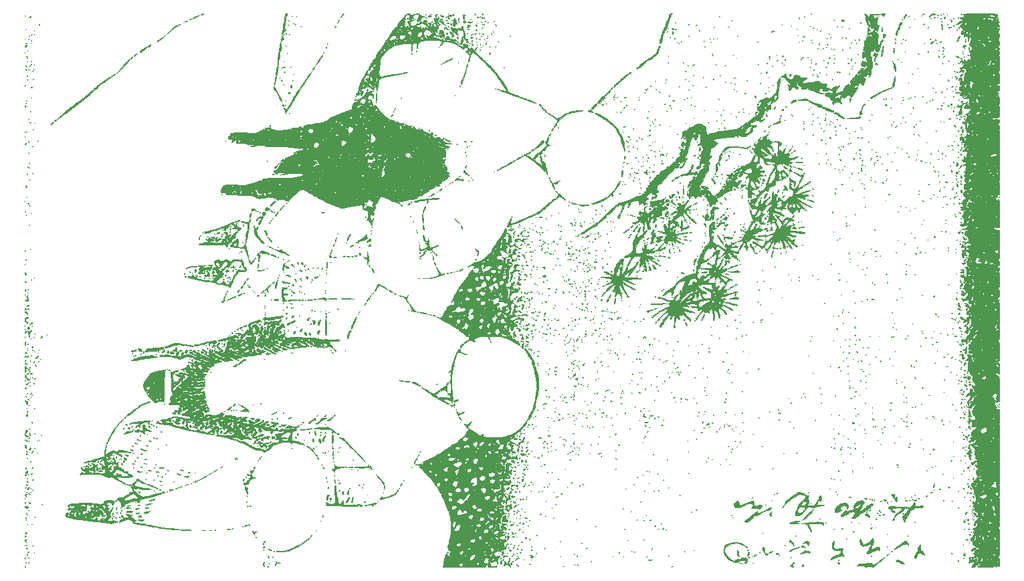
<source format=gbo>
G04 #@! TF.GenerationSoftware,KiCad,Pcbnew,(5.1.5)-3*
G04 #@! TF.CreationDate,2021-03-06T01:36:45+09:00*
G04 #@! TF.ProjectId,Setta21_Back_mask,53657474-6132-4315-9f42-61636b5f6d61,rev?*
G04 #@! TF.SameCoordinates,Original*
G04 #@! TF.FileFunction,Legend,Bot*
G04 #@! TF.FilePolarity,Positive*
%FSLAX46Y46*%
G04 Gerber Fmt 4.6, Leading zero omitted, Abs format (unit mm)*
G04 Created by KiCad (PCBNEW (5.1.5)-3) date 2021-03-06 01:36:45*
%MOMM*%
%LPD*%
G04 APERTURE LIST*
%ADD10C,0.010000*%
G04 APERTURE END LIST*
D10*
G36*
X185974309Y-90211050D02*
G01*
X185939226Y-90246133D01*
X185974309Y-90281216D01*
X186009392Y-90246133D01*
X185974309Y-90211050D01*
G37*
X185974309Y-90211050D02*
X185939226Y-90246133D01*
X185974309Y-90281216D01*
X186009392Y-90246133D01*
X185974309Y-90211050D01*
G36*
X152645580Y-92807183D02*
G01*
X152610497Y-92842266D01*
X152645580Y-92877348D01*
X152680663Y-92842266D01*
X152645580Y-92807183D01*
G37*
X152645580Y-92807183D02*
X152610497Y-92842266D01*
X152645580Y-92877348D01*
X152680663Y-92842266D01*
X152645580Y-92807183D01*
G36*
X152166114Y-89743278D02*
G01*
X152082844Y-89734881D01*
X152072560Y-89743278D01*
X152082191Y-89784992D01*
X152119337Y-89790056D01*
X152177091Y-89764383D01*
X152166114Y-89743278D01*
G37*
X152166114Y-89743278D02*
X152082844Y-89734881D01*
X152072560Y-89743278D01*
X152082191Y-89784992D01*
X152119337Y-89790056D01*
X152177091Y-89764383D01*
X152166114Y-89743278D01*
G36*
X151567247Y-91586688D02*
G01*
X151367322Y-91592852D01*
X151157060Y-91623540D01*
X150998775Y-91671799D01*
X150965110Y-91693396D01*
X150954959Y-91745399D01*
X151007942Y-91754696D01*
X151208766Y-91743511D01*
X151414710Y-91715224D01*
X151587755Y-91677735D01*
X151689883Y-91638947D01*
X151694519Y-91612002D01*
X151567247Y-91586688D01*
G37*
X151567247Y-91586688D02*
X151367322Y-91592852D01*
X151157060Y-91623540D01*
X150998775Y-91671799D01*
X150965110Y-91693396D01*
X150954959Y-91745399D01*
X151007942Y-91754696D01*
X151208766Y-91743511D01*
X151414710Y-91715224D01*
X151587755Y-91677735D01*
X151689883Y-91638947D01*
X151694519Y-91612002D01*
X151567247Y-91586688D01*
G36*
X126543923Y-96175138D02*
G01*
X126508840Y-96210221D01*
X126543923Y-96245304D01*
X126579005Y-96210221D01*
X126543923Y-96175138D01*
G37*
X126543923Y-96175138D02*
X126508840Y-96210221D01*
X126543923Y-96245304D01*
X126579005Y-96210221D01*
X126543923Y-96175138D01*
G36*
X125489886Y-94574714D02*
G01*
X125456353Y-94561326D01*
X125388196Y-94611686D01*
X125386188Y-94627351D01*
X125437191Y-94722379D01*
X125456353Y-94736741D01*
X125516422Y-94720834D01*
X125526519Y-94670716D01*
X125489886Y-94574714D01*
G37*
X125489886Y-94574714D02*
X125456353Y-94561326D01*
X125388196Y-94611686D01*
X125386188Y-94627351D01*
X125437191Y-94722379D01*
X125456353Y-94736741D01*
X125516422Y-94720834D01*
X125526519Y-94670716D01*
X125489886Y-94574714D01*
G36*
X113752008Y-60468690D02*
G01*
X113703591Y-60460774D01*
X113610217Y-60498661D01*
X113598342Y-60530940D01*
X113655174Y-60593189D01*
X113703591Y-60601105D01*
X113796965Y-60563218D01*
X113808840Y-60530940D01*
X113752008Y-60468690D01*
G37*
X113752008Y-60468690D02*
X113703591Y-60460774D01*
X113610217Y-60498661D01*
X113598342Y-60530940D01*
X113655174Y-60593189D01*
X113703591Y-60601105D01*
X113796965Y-60563218D01*
X113808840Y-60530940D01*
X113752008Y-60468690D01*
G36*
X108511326Y-83054144D02*
G01*
X108476243Y-83089227D01*
X108511326Y-83124310D01*
X108546409Y-83089227D01*
X108511326Y-83054144D01*
G37*
X108511326Y-83054144D02*
X108476243Y-83089227D01*
X108511326Y-83124310D01*
X108546409Y-83089227D01*
X108511326Y-83054144D01*
G36*
X95034570Y-99616369D02*
G01*
X95018453Y-99599227D01*
X94922972Y-99551156D01*
X94850055Y-99599227D01*
X94815517Y-99662064D01*
X94900483Y-99682914D01*
X94934254Y-99683426D01*
X95045780Y-99669276D01*
X95034570Y-99616369D01*
G37*
X95034570Y-99616369D02*
X95018453Y-99599227D01*
X94922972Y-99551156D01*
X94850055Y-99599227D01*
X94815517Y-99662064D01*
X94900483Y-99682914D01*
X94934254Y-99683426D01*
X95045780Y-99669276D01*
X95034570Y-99616369D01*
G36*
X94758840Y-99753591D02*
G01*
X94723757Y-99788674D01*
X94758840Y-99823757D01*
X94793923Y-99788674D01*
X94758840Y-99753591D01*
G37*
X94758840Y-99753591D02*
X94723757Y-99788674D01*
X94758840Y-99823757D01*
X94793923Y-99788674D01*
X94758840Y-99753591D01*
G36*
X92934530Y-111751934D02*
G01*
X92899447Y-111787017D01*
X92934530Y-111822100D01*
X92969613Y-111787017D01*
X92934530Y-111751934D01*
G37*
X92934530Y-111751934D02*
X92899447Y-111787017D01*
X92934530Y-111822100D01*
X92969613Y-111787017D01*
X92934530Y-111751934D01*
G36*
X84935635Y-110372956D02*
G01*
X84757153Y-110298275D01*
X84602348Y-110251740D01*
X84462600Y-110234892D01*
X84412858Y-110290818D01*
X84409392Y-110339775D01*
X84361009Y-110471091D01*
X84304144Y-110514324D01*
X84207541Y-110595128D01*
X84243502Y-110704745D01*
X84357434Y-110800091D01*
X84524624Y-110863026D01*
X84725141Y-110881872D01*
X84892171Y-110853801D01*
X84939015Y-110824705D01*
X84909622Y-110782762D01*
X84793587Y-110740370D01*
X84660693Y-110673685D01*
X84654030Y-110590004D01*
X84765948Y-110514384D01*
X84871258Y-110486040D01*
X85005757Y-110455011D01*
X85014906Y-110421028D01*
X84935635Y-110372956D01*
G37*
X84935635Y-110372956D02*
X84757153Y-110298275D01*
X84602348Y-110251740D01*
X84462600Y-110234892D01*
X84412858Y-110290818D01*
X84409392Y-110339775D01*
X84361009Y-110471091D01*
X84304144Y-110514324D01*
X84207541Y-110595128D01*
X84243502Y-110704745D01*
X84357434Y-110800091D01*
X84524624Y-110863026D01*
X84725141Y-110881872D01*
X84892171Y-110853801D01*
X84939015Y-110824705D01*
X84909622Y-110782762D01*
X84793587Y-110740370D01*
X84660693Y-110673685D01*
X84654030Y-110590004D01*
X84765948Y-110514384D01*
X84871258Y-110486040D01*
X85005757Y-110455011D01*
X85014906Y-110421028D01*
X84935635Y-110372956D01*
G36*
X84077726Y-110398064D02*
G01*
X84058563Y-110383702D01*
X83998494Y-110399609D01*
X83988398Y-110449727D01*
X84025031Y-110545728D01*
X84058563Y-110559116D01*
X84126721Y-110508756D01*
X84128729Y-110493092D01*
X84077726Y-110398064D01*
G37*
X84077726Y-110398064D02*
X84058563Y-110383702D01*
X83998494Y-110399609D01*
X83988398Y-110449727D01*
X84025031Y-110545728D01*
X84058563Y-110559116D01*
X84126721Y-110508756D01*
X84128729Y-110493092D01*
X84077726Y-110398064D01*
G36*
X76429729Y-115964734D02*
G01*
X76410497Y-115961879D01*
X76342156Y-115985818D01*
X76340331Y-115992821D01*
X76389499Y-116052726D01*
X76410497Y-116067127D01*
X76475154Y-116061564D01*
X76480663Y-116036185D01*
X76429729Y-115964734D01*
G37*
X76429729Y-115964734D02*
X76410497Y-115961879D01*
X76342156Y-115985818D01*
X76340331Y-115992821D01*
X76389499Y-116052726D01*
X76410497Y-116067127D01*
X76475154Y-116061564D01*
X76480663Y-116036185D01*
X76429729Y-115964734D01*
G36*
X73709116Y-116944199D02*
G01*
X73674033Y-116979282D01*
X73709116Y-117014365D01*
X73744199Y-116979282D01*
X73709116Y-116944199D01*
G37*
X73709116Y-116944199D02*
X73674033Y-116979282D01*
X73709116Y-117014365D01*
X73744199Y-116979282D01*
X73709116Y-116944199D01*
G36*
X75053959Y-122721179D02*
G01*
X75012246Y-122730811D01*
X75007182Y-122767956D01*
X75032855Y-122825710D01*
X75053959Y-122814733D01*
X75062357Y-122731463D01*
X75053959Y-122721179D01*
G37*
X75053959Y-122721179D02*
X75012246Y-122730811D01*
X75007182Y-122767956D01*
X75032855Y-122825710D01*
X75053959Y-122814733D01*
X75062357Y-122731463D01*
X75053959Y-122721179D01*
G36*
X73339976Y-121857840D02*
G01*
X73323204Y-121855801D01*
X73255078Y-121909196D01*
X73253039Y-121925967D01*
X73306433Y-121994094D01*
X73323204Y-121996133D01*
X73391331Y-121942739D01*
X73393370Y-121925967D01*
X73339976Y-121857840D01*
G37*
X73339976Y-121857840D02*
X73323204Y-121855801D01*
X73255078Y-121909196D01*
X73253039Y-121925967D01*
X73306433Y-121994094D01*
X73323204Y-121996133D01*
X73391331Y-121942739D01*
X73393370Y-121925967D01*
X73339976Y-121857840D01*
G36*
X188640608Y-82071824D02*
G01*
X188605525Y-82106906D01*
X188640608Y-82141989D01*
X188675690Y-82106906D01*
X188640608Y-82071824D01*
G37*
X188640608Y-82071824D02*
X188605525Y-82106906D01*
X188640608Y-82141989D01*
X188675690Y-82106906D01*
X188640608Y-82071824D01*
G36*
X188652302Y-108337201D02*
G01*
X188610588Y-108346833D01*
X188605525Y-108383978D01*
X188631197Y-108441733D01*
X188652302Y-108430755D01*
X188660699Y-108347485D01*
X188652302Y-108337201D01*
G37*
X188652302Y-108337201D02*
X188610588Y-108346833D01*
X188605525Y-108383978D01*
X188631197Y-108441733D01*
X188652302Y-108430755D01*
X188660699Y-108347485D01*
X188652302Y-108337201D01*
G36*
X188652302Y-108688030D02*
G01*
X188569032Y-108679632D01*
X188558748Y-108688030D01*
X188568379Y-108729743D01*
X188605525Y-108734807D01*
X188663279Y-108709134D01*
X188652302Y-108688030D01*
G37*
X188652302Y-108688030D02*
X188569032Y-108679632D01*
X188558748Y-108688030D01*
X188568379Y-108729743D01*
X188605525Y-108734807D01*
X188663279Y-108709134D01*
X188652302Y-108688030D01*
G36*
X188430110Y-108524310D02*
G01*
X188395028Y-108559393D01*
X188430110Y-108594475D01*
X188465193Y-108559393D01*
X188430110Y-108524310D01*
G37*
X188430110Y-108524310D02*
X188395028Y-108559393D01*
X188430110Y-108594475D01*
X188465193Y-108559393D01*
X188430110Y-108524310D01*
G36*
X185412983Y-116523205D02*
G01*
X185377900Y-116558288D01*
X185412983Y-116593370D01*
X185448066Y-116558288D01*
X185412983Y-116523205D01*
G37*
X185412983Y-116523205D02*
X185377900Y-116558288D01*
X185412983Y-116593370D01*
X185448066Y-116558288D01*
X185412983Y-116523205D01*
G36*
X185412983Y-119750829D02*
G01*
X185377900Y-119785912D01*
X185412983Y-119820995D01*
X185448066Y-119785912D01*
X185412983Y-119750829D01*
G37*
X185412983Y-119750829D02*
X185377900Y-119785912D01*
X185412983Y-119820995D01*
X185448066Y-119785912D01*
X185412983Y-119750829D01*
G36*
X185412983Y-122557459D02*
G01*
X185377900Y-122592542D01*
X185412983Y-122627625D01*
X185448066Y-122592542D01*
X185412983Y-122557459D01*
G37*
X185412983Y-122557459D02*
X185377900Y-122592542D01*
X185412983Y-122627625D01*
X185448066Y-122592542D01*
X185412983Y-122557459D01*
G36*
X185412983Y-122978453D02*
G01*
X185377900Y-123013536D01*
X185412983Y-123048619D01*
X185448066Y-123013536D01*
X185412983Y-122978453D01*
G37*
X185412983Y-122978453D02*
X185377900Y-123013536D01*
X185412983Y-123048619D01*
X185448066Y-123013536D01*
X185412983Y-122978453D01*
G36*
X185411433Y-108397366D02*
G01*
X185377900Y-108383978D01*
X185309743Y-108434338D01*
X185307735Y-108450003D01*
X185358738Y-108545031D01*
X185377900Y-108559393D01*
X185437969Y-108543486D01*
X185448066Y-108493368D01*
X185411433Y-108397366D01*
G37*
X185411433Y-108397366D02*
X185377900Y-108383978D01*
X185309743Y-108434338D01*
X185307735Y-108450003D01*
X185358738Y-108545031D01*
X185377900Y-108559393D01*
X185437969Y-108543486D01*
X185448066Y-108493368D01*
X185411433Y-108397366D01*
G36*
X185391110Y-117652765D02*
G01*
X185342818Y-117645857D01*
X185257316Y-117705141D01*
X185237569Y-117794780D01*
X185252931Y-117896142D01*
X185318421Y-117875785D01*
X185342818Y-117856354D01*
X185431022Y-117755066D01*
X185448066Y-117707431D01*
X185391110Y-117652765D01*
G37*
X185391110Y-117652765D02*
X185342818Y-117645857D01*
X185257316Y-117705141D01*
X185237569Y-117794780D01*
X185252931Y-117896142D01*
X185318421Y-117875785D01*
X185342818Y-117856354D01*
X185431022Y-117755066D01*
X185448066Y-117707431D01*
X185391110Y-117652765D01*
G36*
X185462844Y-120162721D02*
G01*
X185410515Y-120099609D01*
X185300420Y-120038661D01*
X185269646Y-120081447D01*
X185332832Y-120205117D01*
X185423825Y-120282290D01*
X185471666Y-120260569D01*
X185462844Y-120162721D01*
G37*
X185462844Y-120162721D02*
X185410515Y-120099609D01*
X185300420Y-120038661D01*
X185269646Y-120081447D01*
X185332832Y-120205117D01*
X185423825Y-120282290D01*
X185471666Y-120260569D01*
X185462844Y-120162721D01*
G36*
X185363878Y-121587792D02*
G01*
X185303594Y-121575138D01*
X185255282Y-121635592D01*
X185237569Y-121763964D01*
X185243512Y-121891905D01*
X185277593Y-121892711D01*
X185336596Y-121817362D01*
X185402786Y-121673475D01*
X185363878Y-121587792D01*
G37*
X185363878Y-121587792D02*
X185303594Y-121575138D01*
X185255282Y-121635592D01*
X185237569Y-121763964D01*
X185243512Y-121891905D01*
X185277593Y-121892711D01*
X185336596Y-121817362D01*
X185402786Y-121673475D01*
X185363878Y-121587792D01*
G36*
X185284346Y-122791345D02*
G01*
X185242633Y-122800976D01*
X185237569Y-122838122D01*
X185263241Y-122895876D01*
X185284346Y-122884899D01*
X185292744Y-122801629D01*
X185284346Y-122791345D01*
G37*
X185284346Y-122791345D02*
X185242633Y-122800976D01*
X185237569Y-122838122D01*
X185263241Y-122895876D01*
X185284346Y-122884899D01*
X185292744Y-122801629D01*
X185284346Y-122791345D01*
G36*
X185202486Y-121996133D02*
G01*
X185167403Y-122031216D01*
X185202486Y-122066299D01*
X185237569Y-122031216D01*
X185202486Y-121996133D01*
G37*
X185202486Y-121996133D02*
X185167403Y-122031216D01*
X185202486Y-122066299D01*
X185237569Y-122031216D01*
X185202486Y-121996133D01*
G36*
X185214180Y-122300184D02*
G01*
X185172467Y-122309816D01*
X185167403Y-122346962D01*
X185193076Y-122404716D01*
X185214180Y-122393739D01*
X185222578Y-122310468D01*
X185214180Y-122300184D01*
G37*
X185214180Y-122300184D02*
X185172467Y-122309816D01*
X185167403Y-122346962D01*
X185193076Y-122404716D01*
X185214180Y-122393739D01*
X185222578Y-122310468D01*
X185214180Y-122300184D01*
G36*
X185062155Y-124522100D02*
G01*
X185027072Y-124557183D01*
X185062155Y-124592266D01*
X185097237Y-124557183D01*
X185062155Y-124522100D01*
G37*
X185062155Y-124522100D02*
X185027072Y-124557183D01*
X185062155Y-124592266D01*
X185097237Y-124557183D01*
X185062155Y-124522100D01*
G36*
X185694267Y-126575601D02*
G01*
X185583567Y-126535313D01*
X185462134Y-126549293D01*
X185313743Y-126622667D01*
X185174170Y-126727249D01*
X185079193Y-126834852D01*
X185064587Y-126917290D01*
X185079912Y-126932110D01*
X185207772Y-126940681D01*
X185394356Y-126876258D01*
X185591006Y-126756193D01*
X185605939Y-126744526D01*
X185712933Y-126639470D01*
X185694267Y-126575601D01*
G37*
X185694267Y-126575601D02*
X185583567Y-126535313D01*
X185462134Y-126549293D01*
X185313743Y-126622667D01*
X185174170Y-126727249D01*
X185079193Y-126834852D01*
X185064587Y-126917290D01*
X185079912Y-126932110D01*
X185207772Y-126940681D01*
X185394356Y-126876258D01*
X185591006Y-126756193D01*
X185605939Y-126744526D01*
X185712933Y-126639470D01*
X185694267Y-126575601D01*
G36*
X185003683Y-111424494D02*
G01*
X184961970Y-111434126D01*
X184956906Y-111471271D01*
X184982579Y-111529025D01*
X185003683Y-111518048D01*
X185012081Y-111434778D01*
X185003683Y-111424494D01*
G37*
X185003683Y-111424494D02*
X184961970Y-111434126D01*
X184956906Y-111471271D01*
X184982579Y-111529025D01*
X185003683Y-111518048D01*
X185012081Y-111434778D01*
X185003683Y-111424494D01*
G36*
X184999298Y-120471490D02*
G01*
X184967407Y-120492416D01*
X184962445Y-120563582D01*
X184979581Y-120638451D01*
X185004837Y-120605974D01*
X185013202Y-120496313D01*
X184999298Y-120471490D01*
G37*
X184999298Y-120471490D02*
X184967407Y-120492416D01*
X184962445Y-120563582D01*
X184979581Y-120638451D01*
X185004837Y-120605974D01*
X185013202Y-120496313D01*
X184999298Y-120471490D01*
G36*
X184921823Y-116102210D02*
G01*
X184886740Y-116137293D01*
X184921823Y-116172376D01*
X184956906Y-116137293D01*
X184921823Y-116102210D01*
G37*
X184921823Y-116102210D02*
X184886740Y-116137293D01*
X184921823Y-116172376D01*
X184956906Y-116137293D01*
X184921823Y-116102210D01*
G36*
X185110415Y-118985660D02*
G01*
X185052112Y-118949778D01*
X184941148Y-118921174D01*
X184945521Y-118967184D01*
X185038766Y-119066713D01*
X185134837Y-119140894D01*
X185166803Y-119107989D01*
X185167403Y-119091761D01*
X185110415Y-118985660D01*
G37*
X185110415Y-118985660D02*
X185052112Y-118949778D01*
X184941148Y-118921174D01*
X184945521Y-118967184D01*
X185038766Y-119066713D01*
X185134837Y-119140894D01*
X185166803Y-119107989D01*
X185167403Y-119091761D01*
X185110415Y-118985660D01*
G36*
X185040406Y-119548248D02*
G01*
X184991989Y-119540332D01*
X184898614Y-119578219D01*
X184886740Y-119610498D01*
X184943571Y-119672747D01*
X184991989Y-119680663D01*
X185085363Y-119642776D01*
X185097237Y-119610498D01*
X185040406Y-119548248D01*
G37*
X185040406Y-119548248D02*
X184991989Y-119540332D01*
X184898614Y-119578219D01*
X184886740Y-119610498D01*
X184943571Y-119672747D01*
X184991989Y-119680663D01*
X185085363Y-119642776D01*
X185097237Y-119610498D01*
X185040406Y-119548248D01*
G36*
X184921823Y-121224310D02*
G01*
X184886740Y-121259393D01*
X184921823Y-121294475D01*
X184956906Y-121259393D01*
X184921823Y-121224310D01*
G37*
X184921823Y-121224310D02*
X184886740Y-121259393D01*
X184921823Y-121294475D01*
X184956906Y-121259393D01*
X184921823Y-121224310D01*
G36*
X184863352Y-98233334D02*
G01*
X184821638Y-98242965D01*
X184816574Y-98280111D01*
X184842247Y-98337865D01*
X184863352Y-98326888D01*
X184871749Y-98243618D01*
X184863352Y-98233334D01*
G37*
X184863352Y-98233334D02*
X184821638Y-98242965D01*
X184816574Y-98280111D01*
X184842247Y-98337865D01*
X184863352Y-98326888D01*
X184871749Y-98243618D01*
X184863352Y-98233334D01*
G36*
X184851657Y-116733702D02*
G01*
X184816574Y-116768785D01*
X184851657Y-116803868D01*
X184886740Y-116768785D01*
X184851657Y-116733702D01*
G37*
X184851657Y-116733702D02*
X184816574Y-116768785D01*
X184851657Y-116803868D01*
X184886740Y-116768785D01*
X184851657Y-116733702D01*
G36*
X184851657Y-125855249D02*
G01*
X184816574Y-125890332D01*
X184851657Y-125925415D01*
X184886740Y-125890332D01*
X184851657Y-125855249D01*
G37*
X184851657Y-125855249D02*
X184816574Y-125890332D01*
X184851657Y-125925415D01*
X184886740Y-125890332D01*
X184851657Y-125855249D01*
G36*
X184856559Y-63151513D02*
G01*
X184816574Y-63127072D01*
X184764277Y-63187243D01*
X184746409Y-63306627D01*
X184768682Y-63426007D01*
X184816574Y-63442818D01*
X184875518Y-63343851D01*
X184886740Y-63263263D01*
X184856559Y-63151513D01*
G37*
X184856559Y-63151513D02*
X184816574Y-63127072D01*
X184764277Y-63187243D01*
X184746409Y-63306627D01*
X184768682Y-63426007D01*
X184816574Y-63442818D01*
X184875518Y-63343851D01*
X184886740Y-63263263D01*
X184856559Y-63151513D01*
G36*
X184934330Y-105473186D02*
G01*
X184823275Y-105503042D01*
X184769836Y-105566611D01*
X184815197Y-105611580D01*
X184932777Y-105617454D01*
X184969133Y-105593187D01*
X184998522Y-105512642D01*
X184934330Y-105473186D01*
G37*
X184934330Y-105473186D02*
X184823275Y-105503042D01*
X184769836Y-105566611D01*
X184815197Y-105611580D01*
X184932777Y-105617454D01*
X184969133Y-105593187D01*
X184998522Y-105512642D01*
X184934330Y-105473186D01*
G36*
X184975087Y-105794907D02*
G01*
X184869405Y-105797137D01*
X184786036Y-105850659D01*
X184803547Y-105925812D01*
X184845201Y-105951073D01*
X184973836Y-105951030D01*
X185027053Y-105848964D01*
X185027072Y-105846317D01*
X184975087Y-105794907D01*
G37*
X184975087Y-105794907D02*
X184869405Y-105797137D01*
X184786036Y-105850659D01*
X184803547Y-105925812D01*
X184845201Y-105951073D01*
X184973836Y-105951030D01*
X185027053Y-105848964D01*
X185027072Y-105846317D01*
X184975087Y-105794907D01*
G36*
X184983888Y-113395741D02*
G01*
X184890137Y-113450074D01*
X184794520Y-113541593D01*
X184741428Y-113645669D01*
X184753013Y-113711725D01*
X184773422Y-113716575D01*
X184826443Y-113664673D01*
X184916307Y-113539731D01*
X184917151Y-113538444D01*
X184992317Y-113418103D01*
X184983888Y-113395741D01*
G37*
X184983888Y-113395741D02*
X184890137Y-113450074D01*
X184794520Y-113541593D01*
X184741428Y-113645669D01*
X184753013Y-113711725D01*
X184773422Y-113716575D01*
X184826443Y-113664673D01*
X184916307Y-113539731D01*
X184917151Y-113538444D01*
X184992317Y-113418103D01*
X184983888Y-113395741D01*
G36*
X184851657Y-124171271D02*
G01*
X184788606Y-124104334D01*
X184777351Y-124101105D01*
X184747213Y-124155392D01*
X184746409Y-124171271D01*
X184800349Y-124238740D01*
X184820715Y-124241437D01*
X184862621Y-124198451D01*
X184851657Y-124171271D01*
G37*
X184851657Y-124171271D02*
X184788606Y-124104334D01*
X184777351Y-124101105D01*
X184747213Y-124155392D01*
X184746409Y-124171271D01*
X184800349Y-124238740D01*
X184820715Y-124241437D01*
X184862621Y-124198451D01*
X184851657Y-124171271D01*
G36*
X184934024Y-124810660D02*
G01*
X184839608Y-124816175D01*
X184750928Y-124840913D01*
X184791748Y-124873001D01*
X184844159Y-124894195D01*
X184968429Y-124921228D01*
X185013726Y-124909663D01*
X185022276Y-124845324D01*
X184934024Y-124810660D01*
G37*
X184934024Y-124810660D02*
X184839608Y-124816175D01*
X184750928Y-124840913D01*
X184791748Y-124873001D01*
X184844159Y-124894195D01*
X184968429Y-124921228D01*
X185013726Y-124909663D01*
X185022276Y-124845324D01*
X184934024Y-124810660D01*
G36*
X185041538Y-109753586D02*
G01*
X184985021Y-109685100D01*
X184912610Y-109576118D01*
X184955510Y-109473262D01*
X184958529Y-109469591D01*
X185004313Y-109388048D01*
X184932091Y-109366375D01*
X184921644Y-109366299D01*
X184840563Y-109340687D01*
X184827685Y-109239102D01*
X184842844Y-109147246D01*
X184862531Y-109005614D01*
X184834662Y-108977586D01*
X184793814Y-109005244D01*
X184738090Y-109111704D01*
X184733292Y-109312455D01*
X184746029Y-109433505D01*
X184760265Y-109668435D01*
X184737946Y-109825048D01*
X184719631Y-109856170D01*
X184698751Y-109915775D01*
X184761720Y-109927625D01*
X184931163Y-109952873D01*
X184986250Y-109970214D01*
X185075986Y-109964749D01*
X185094357Y-109879043D01*
X185041538Y-109753586D01*
G37*
X185041538Y-109753586D02*
X184985021Y-109685100D01*
X184912610Y-109576118D01*
X184955510Y-109473262D01*
X184958529Y-109469591D01*
X185004313Y-109388048D01*
X184932091Y-109366375D01*
X184921644Y-109366299D01*
X184840563Y-109340687D01*
X184827685Y-109239102D01*
X184842844Y-109147246D01*
X184862531Y-109005614D01*
X184834662Y-108977586D01*
X184793814Y-109005244D01*
X184738090Y-109111704D01*
X184733292Y-109312455D01*
X184746029Y-109433505D01*
X184760265Y-109668435D01*
X184737946Y-109825048D01*
X184719631Y-109856170D01*
X184698751Y-109915775D01*
X184761720Y-109927625D01*
X184931163Y-109952873D01*
X184986250Y-109970214D01*
X185075986Y-109964749D01*
X185094357Y-109879043D01*
X185041538Y-109753586D01*
G36*
X184982013Y-111275284D02*
G01*
X184942938Y-111286985D01*
X184857958Y-111287438D01*
X184866412Y-111212543D01*
X184868272Y-111130816D01*
X184814599Y-111132795D01*
X184710352Y-111212714D01*
X184699870Y-111316559D01*
X184742149Y-111363390D01*
X184854214Y-111366786D01*
X184938809Y-111329439D01*
X185019865Y-111272844D01*
X184982013Y-111275284D01*
G37*
X184982013Y-111275284D02*
X184942938Y-111286985D01*
X184857958Y-111287438D01*
X184866412Y-111212543D01*
X184868272Y-111130816D01*
X184814599Y-111132795D01*
X184710352Y-111212714D01*
X184699870Y-111316559D01*
X184742149Y-111363390D01*
X184854214Y-111366786D01*
X184938809Y-111329439D01*
X185019865Y-111272844D01*
X184982013Y-111275284D01*
G36*
X184771251Y-112265108D02*
G01*
X184746409Y-112278177D01*
X184679400Y-112344288D01*
X184676243Y-112356625D01*
X184721566Y-112361412D01*
X184746409Y-112348343D01*
X184813417Y-112282232D01*
X184816574Y-112269895D01*
X184771251Y-112265108D01*
G37*
X184771251Y-112265108D02*
X184746409Y-112278177D01*
X184679400Y-112344288D01*
X184676243Y-112356625D01*
X184721566Y-112361412D01*
X184746409Y-112348343D01*
X184813417Y-112282232D01*
X184816574Y-112269895D01*
X184771251Y-112265108D01*
G36*
X184898485Y-113805880D02*
G01*
X184816574Y-113786741D01*
X184697300Y-113813593D01*
X184694590Y-113905498D01*
X184739638Y-113988686D01*
X184831529Y-114045492D01*
X184921926Y-113997720D01*
X184956906Y-113887848D01*
X184898485Y-113805880D01*
G37*
X184898485Y-113805880D02*
X184816574Y-113786741D01*
X184697300Y-113813593D01*
X184694590Y-113905498D01*
X184739638Y-113988686D01*
X184831529Y-114045492D01*
X184921926Y-113997720D01*
X184956906Y-113887848D01*
X184898485Y-113805880D01*
G36*
X184793186Y-117879742D02*
G01*
X184709916Y-117871345D01*
X184699632Y-117879742D01*
X184709263Y-117921456D01*
X184746409Y-117926520D01*
X184804163Y-117900847D01*
X184793186Y-117879742D01*
G37*
X184793186Y-117879742D02*
X184709916Y-117871345D01*
X184699632Y-117879742D01*
X184709263Y-117921456D01*
X184746409Y-117926520D01*
X184804163Y-117900847D01*
X184793186Y-117879742D01*
G36*
X184850950Y-118697198D02*
G01*
X184776687Y-118651810D01*
X184710341Y-118713254D01*
X184683977Y-118850124D01*
X184684382Y-118860357D01*
X184696040Y-118954113D01*
X184718636Y-118913215D01*
X184724610Y-118891299D01*
X184784396Y-118787212D01*
X184825860Y-118768509D01*
X184862642Y-118725067D01*
X184850950Y-118697198D01*
G37*
X184850950Y-118697198D02*
X184776687Y-118651810D01*
X184710341Y-118713254D01*
X184683977Y-118850124D01*
X184684382Y-118860357D01*
X184696040Y-118954113D01*
X184718636Y-118913215D01*
X184724610Y-118891299D01*
X184784396Y-118787212D01*
X184825860Y-118768509D01*
X184862642Y-118725067D01*
X184850950Y-118697198D01*
G36*
X184693014Y-64111432D02*
G01*
X184676243Y-64109393D01*
X184608116Y-64162787D01*
X184606077Y-64179558D01*
X184659472Y-64247685D01*
X184676243Y-64249724D01*
X184744370Y-64196330D01*
X184746409Y-64179558D01*
X184693014Y-64111432D01*
G37*
X184693014Y-64111432D02*
X184676243Y-64109393D01*
X184608116Y-64162787D01*
X184606077Y-64179558D01*
X184659472Y-64247685D01*
X184676243Y-64249724D01*
X184744370Y-64196330D01*
X184746409Y-64179558D01*
X184693014Y-64111432D01*
G36*
X184798120Y-116264743D02*
G01*
X184721526Y-116304348D01*
X184711326Y-116312707D01*
X184624123Y-116396783D01*
X184606077Y-116426548D01*
X184663380Y-116450112D01*
X184711326Y-116453039D01*
X184802322Y-116396225D01*
X184816574Y-116339199D01*
X184798120Y-116264743D01*
G37*
X184798120Y-116264743D02*
X184721526Y-116304348D01*
X184711326Y-116312707D01*
X184624123Y-116396783D01*
X184606077Y-116426548D01*
X184663380Y-116450112D01*
X184711326Y-116453039D01*
X184802322Y-116396225D01*
X184816574Y-116339199D01*
X184798120Y-116264743D01*
G36*
X184652854Y-118370903D02*
G01*
X184611141Y-118380534D01*
X184606077Y-118417680D01*
X184631750Y-118475434D01*
X184652854Y-118464457D01*
X184661252Y-118381187D01*
X184652854Y-118370903D01*
G37*
X184652854Y-118370903D02*
X184611141Y-118380534D01*
X184606077Y-118417680D01*
X184631750Y-118475434D01*
X184652854Y-118464457D01*
X184661252Y-118381187D01*
X184652854Y-118370903D01*
G36*
X184648469Y-119489169D02*
G01*
X184616578Y-119510095D01*
X184611617Y-119581262D01*
X184628753Y-119656131D01*
X184654008Y-119623654D01*
X184662373Y-119513993D01*
X184648469Y-119489169D01*
G37*
X184648469Y-119489169D02*
X184616578Y-119510095D01*
X184611617Y-119581262D01*
X184628753Y-119656131D01*
X184654008Y-119623654D01*
X184662373Y-119513993D01*
X184648469Y-119489169D01*
G36*
X184767192Y-123462330D02*
G01*
X184679265Y-123427792D01*
X184647935Y-123458652D01*
X184654139Y-123553693D01*
X184679767Y-123577040D01*
X184779378Y-123593405D01*
X184806206Y-123525530D01*
X184767192Y-123462330D01*
G37*
X184767192Y-123462330D02*
X184679265Y-123427792D01*
X184647935Y-123458652D01*
X184654139Y-123553693D01*
X184679767Y-123577040D01*
X184779378Y-123593405D01*
X184806206Y-123525530D01*
X184767192Y-123462330D01*
G36*
X184622849Y-104316404D02*
G01*
X184606077Y-104314365D01*
X184537950Y-104367759D01*
X184535911Y-104384531D01*
X184589306Y-104452658D01*
X184606077Y-104454696D01*
X184674204Y-104401302D01*
X184676243Y-104384531D01*
X184622849Y-104316404D01*
G37*
X184622849Y-104316404D02*
X184606077Y-104314365D01*
X184537950Y-104367759D01*
X184535911Y-104384531D01*
X184589306Y-104452658D01*
X184606077Y-104454696D01*
X184674204Y-104401302D01*
X184676243Y-104384531D01*
X184622849Y-104316404D01*
G36*
X184964419Y-104848465D02*
G01*
X184856508Y-104848456D01*
X184743961Y-104839176D01*
X184714282Y-104810309D01*
X184612504Y-104740587D01*
X184584395Y-104737591D01*
X184566654Y-104772755D01*
X184634389Y-104840909D01*
X184723245Y-104920902D01*
X184699274Y-104966087D01*
X184651930Y-104986516D01*
X184546501Y-105064007D01*
X184578575Y-105157958D01*
X184682252Y-105229736D01*
X184798743Y-105281471D01*
X184840125Y-105284829D01*
X184879209Y-105213113D01*
X184941742Y-105100875D01*
X184996875Y-104941855D01*
X184964419Y-104848465D01*
G37*
X184964419Y-104848465D02*
X184856508Y-104848456D01*
X184743961Y-104839176D01*
X184714282Y-104810309D01*
X184612504Y-104740587D01*
X184584395Y-104737591D01*
X184566654Y-104772755D01*
X184634389Y-104840909D01*
X184723245Y-104920902D01*
X184699274Y-104966087D01*
X184651930Y-104986516D01*
X184546501Y-105064007D01*
X184578575Y-105157958D01*
X184682252Y-105229736D01*
X184798743Y-105281471D01*
X184840125Y-105284829D01*
X184879209Y-105213113D01*
X184941742Y-105100875D01*
X184996875Y-104941855D01*
X184964419Y-104848465D01*
G36*
X184570994Y-112804420D02*
G01*
X184535911Y-112839503D01*
X184570994Y-112874586D01*
X184606077Y-112839503D01*
X184570994Y-112804420D01*
G37*
X184570994Y-112804420D02*
X184535911Y-112839503D01*
X184570994Y-112874586D01*
X184606077Y-112839503D01*
X184570994Y-112804420D01*
G36*
X184735221Y-122885069D02*
G01*
X184687314Y-122874591D01*
X184641160Y-122908288D01*
X184554208Y-122988297D01*
X184535911Y-123013536D01*
X184582040Y-123066608D01*
X184641160Y-123118785D01*
X184716438Y-123160787D01*
X184743891Y-123095905D01*
X184746409Y-123013536D01*
X184735221Y-122885069D01*
G37*
X184735221Y-122885069D02*
X184687314Y-122874591D01*
X184641160Y-122908288D01*
X184554208Y-122988297D01*
X184535911Y-123013536D01*
X184582040Y-123066608D01*
X184641160Y-123118785D01*
X184716438Y-123160787D01*
X184743891Y-123095905D01*
X184746409Y-123013536D01*
X184735221Y-122885069D01*
G36*
X184500829Y-113716575D02*
G01*
X184465746Y-113751658D01*
X184500829Y-113786741D01*
X184535911Y-113751658D01*
X184500829Y-113716575D01*
G37*
X184500829Y-113716575D02*
X184465746Y-113751658D01*
X184500829Y-113786741D01*
X184535911Y-113751658D01*
X184500829Y-113716575D01*
G36*
X185107442Y-114367257D02*
G01*
X185009530Y-114345835D01*
X184900223Y-114336535D01*
X184920436Y-114293226D01*
X184978646Y-114247322D01*
X185056512Y-114152590D01*
X185029310Y-114103870D01*
X184939287Y-114119184D01*
X184823883Y-114215286D01*
X184723517Y-114349017D01*
X184678610Y-114477219D01*
X184678577Y-114478364D01*
X184627362Y-114541541D01*
X184570994Y-114533190D01*
X184476033Y-114509251D01*
X184495789Y-114549951D01*
X184625221Y-114646779D01*
X184646663Y-114660966D01*
X184766671Y-114775652D01*
X184790059Y-114877286D01*
X184794417Y-114988300D01*
X184820783Y-115017242D01*
X184856748Y-115103412D01*
X184846761Y-115127812D01*
X184851282Y-115231164D01*
X184931992Y-115341910D01*
X185042543Y-115399056D01*
X185053205Y-115399478D01*
X185077562Y-115371923D01*
X185035624Y-115337157D01*
X184977030Y-115243719D01*
X184989040Y-115194827D01*
X184991957Y-115080140D01*
X184953022Y-115009961D01*
X184904741Y-114936309D01*
X184964788Y-114943911D01*
X184982064Y-114950376D01*
X185078445Y-114947485D01*
X185097237Y-114879615D01*
X185041402Y-114756776D01*
X184991989Y-114724269D01*
X184896296Y-114645963D01*
X184891611Y-114557914D01*
X184968476Y-114514252D01*
X185027072Y-114523481D01*
X185140875Y-114528387D01*
X185167403Y-114458044D01*
X185107442Y-114367257D01*
G37*
X185107442Y-114367257D02*
X185009530Y-114345835D01*
X184900223Y-114336535D01*
X184920436Y-114293226D01*
X184978646Y-114247322D01*
X185056512Y-114152590D01*
X185029310Y-114103870D01*
X184939287Y-114119184D01*
X184823883Y-114215286D01*
X184723517Y-114349017D01*
X184678610Y-114477219D01*
X184678577Y-114478364D01*
X184627362Y-114541541D01*
X184570994Y-114533190D01*
X184476033Y-114509251D01*
X184495789Y-114549951D01*
X184625221Y-114646779D01*
X184646663Y-114660966D01*
X184766671Y-114775652D01*
X184790059Y-114877286D01*
X184794417Y-114988300D01*
X184820783Y-115017242D01*
X184856748Y-115103412D01*
X184846761Y-115127812D01*
X184851282Y-115231164D01*
X184931992Y-115341910D01*
X185042543Y-115399056D01*
X185053205Y-115399478D01*
X185077562Y-115371923D01*
X185035624Y-115337157D01*
X184977030Y-115243719D01*
X184989040Y-115194827D01*
X184991957Y-115080140D01*
X184953022Y-115009961D01*
X184904741Y-114936309D01*
X184964788Y-114943911D01*
X184982064Y-114950376D01*
X185078445Y-114947485D01*
X185097237Y-114879615D01*
X185041402Y-114756776D01*
X184991989Y-114724269D01*
X184896296Y-114645963D01*
X184891611Y-114557914D01*
X184968476Y-114514252D01*
X185027072Y-114523481D01*
X185140875Y-114528387D01*
X185167403Y-114458044D01*
X185107442Y-114367257D01*
G36*
X184540867Y-89727908D02*
G01*
X184470863Y-89678061D01*
X184438289Y-89707550D01*
X184443681Y-89803831D01*
X184469269Y-89827316D01*
X184561858Y-89851455D01*
X184566690Y-89778132D01*
X184540867Y-89727908D01*
G37*
X184540867Y-89727908D02*
X184470863Y-89678061D01*
X184438289Y-89707550D01*
X184443681Y-89803831D01*
X184469269Y-89827316D01*
X184561858Y-89851455D01*
X184566690Y-89778132D01*
X184540867Y-89727908D01*
G36*
X184569109Y-96206751D02*
G01*
X184490867Y-96204104D01*
X184420344Y-96294459D01*
X184407977Y-96338826D01*
X184438202Y-96438967D01*
X184495684Y-96455801D01*
X184586775Y-96396779D01*
X184606077Y-96309623D01*
X184569109Y-96206751D01*
G37*
X184569109Y-96206751D02*
X184490867Y-96204104D01*
X184420344Y-96294459D01*
X184407977Y-96338826D01*
X184438202Y-96438967D01*
X184495684Y-96455801D01*
X184586775Y-96396779D01*
X184606077Y-96309623D01*
X184569109Y-96206751D01*
G36*
X184481625Y-105297490D02*
G01*
X184465746Y-105296685D01*
X184398276Y-105350625D01*
X184395580Y-105370992D01*
X184438566Y-105412898D01*
X184465746Y-105401934D01*
X184532683Y-105338883D01*
X184535911Y-105327627D01*
X184481625Y-105297490D01*
G37*
X184481625Y-105297490D02*
X184465746Y-105296685D01*
X184398276Y-105350625D01*
X184395580Y-105370992D01*
X184438566Y-105412898D01*
X184465746Y-105401934D01*
X184532683Y-105338883D01*
X184535911Y-105327627D01*
X184481625Y-105297490D01*
G36*
X184430663Y-105577348D02*
G01*
X184395580Y-105612431D01*
X184430663Y-105647514D01*
X184465746Y-105612431D01*
X184430663Y-105577348D01*
G37*
X184430663Y-105577348D02*
X184395580Y-105612431D01*
X184430663Y-105647514D01*
X184465746Y-105612431D01*
X184430663Y-105577348D01*
G36*
X184521299Y-106355499D02*
G01*
X184456046Y-106364099D01*
X184403228Y-106402745D01*
X184456328Y-106448600D01*
X184559625Y-106474347D01*
X184587357Y-106461446D01*
X184598879Y-106392082D01*
X184521299Y-106355499D01*
G37*
X184521299Y-106355499D02*
X184456046Y-106364099D01*
X184403228Y-106402745D01*
X184456328Y-106448600D01*
X184559625Y-106474347D01*
X184587357Y-106461446D01*
X184598879Y-106392082D01*
X184521299Y-106355499D01*
G36*
X184430663Y-108524310D02*
G01*
X184395580Y-108559393D01*
X184430663Y-108594475D01*
X184465746Y-108559393D01*
X184430663Y-108524310D01*
G37*
X184430663Y-108524310D02*
X184395580Y-108559393D01*
X184430663Y-108594475D01*
X184465746Y-108559393D01*
X184430663Y-108524310D01*
G36*
X184430663Y-111541437D02*
G01*
X184395580Y-111576520D01*
X184430663Y-111611603D01*
X184465746Y-111576520D01*
X184430663Y-111541437D01*
G37*
X184430663Y-111541437D02*
X184395580Y-111576520D01*
X184430663Y-111611603D01*
X184465746Y-111576520D01*
X184430663Y-111541437D01*
G36*
X184622478Y-125435078D02*
G01*
X184514495Y-125399359D01*
X184433313Y-125429967D01*
X184454598Y-125501050D01*
X184506970Y-125532151D01*
X184632243Y-125570953D01*
X184673583Y-125544612D01*
X184676243Y-125511927D01*
X184622478Y-125435078D01*
G37*
X184622478Y-125435078D02*
X184514495Y-125399359D01*
X184433313Y-125429967D01*
X184454598Y-125501050D01*
X184506970Y-125532151D01*
X184632243Y-125570953D01*
X184673583Y-125544612D01*
X184676243Y-125511927D01*
X184622478Y-125435078D01*
G36*
X184360497Y-62144752D02*
G01*
X184325414Y-62179835D01*
X184360497Y-62214917D01*
X184395580Y-62179835D01*
X184360497Y-62144752D01*
G37*
X184360497Y-62144752D02*
X184325414Y-62179835D01*
X184360497Y-62214917D01*
X184395580Y-62179835D01*
X184360497Y-62144752D01*
G36*
X184360497Y-62285083D02*
G01*
X184325414Y-62320166D01*
X184360497Y-62355249D01*
X184395580Y-62320166D01*
X184360497Y-62285083D01*
G37*
X184360497Y-62285083D02*
X184325414Y-62320166D01*
X184360497Y-62355249D01*
X184395580Y-62320166D01*
X184360497Y-62285083D01*
G36*
X184360497Y-62425415D02*
G01*
X184325414Y-62460498D01*
X184360497Y-62495580D01*
X184395580Y-62460498D01*
X184360497Y-62425415D01*
G37*
X184360497Y-62425415D02*
X184325414Y-62460498D01*
X184360497Y-62495580D01*
X184395580Y-62460498D01*
X184360497Y-62425415D01*
G36*
X184442357Y-109319521D02*
G01*
X184359087Y-109311124D01*
X184348803Y-109319521D01*
X184358434Y-109361235D01*
X184395580Y-109366299D01*
X184453334Y-109340626D01*
X184442357Y-109319521D01*
G37*
X184442357Y-109319521D02*
X184359087Y-109311124D01*
X184348803Y-109319521D01*
X184358434Y-109361235D01*
X184395580Y-109366299D01*
X184453334Y-109340626D01*
X184442357Y-109319521D01*
G36*
X184557652Y-112484170D02*
G01*
X184407337Y-112399361D01*
X184329302Y-112404841D01*
X184345861Y-112483289D01*
X184434217Y-112579975D01*
X184552147Y-112635529D01*
X184611162Y-112625864D01*
X184625946Y-112555566D01*
X184557652Y-112484170D01*
G37*
X184557652Y-112484170D02*
X184407337Y-112399361D01*
X184329302Y-112404841D01*
X184345861Y-112483289D01*
X184434217Y-112579975D01*
X184552147Y-112635529D01*
X184611162Y-112625864D01*
X184625946Y-112555566D01*
X184557652Y-112484170D01*
G36*
X184360497Y-113716575D02*
G01*
X184325414Y-113751658D01*
X184360497Y-113786741D01*
X184395580Y-113751658D01*
X184360497Y-113716575D01*
G37*
X184360497Y-113716575D02*
X184325414Y-113751658D01*
X184360497Y-113786741D01*
X184395580Y-113751658D01*
X184360497Y-113716575D01*
G36*
X184360497Y-115751382D02*
G01*
X184325414Y-115786464D01*
X184360497Y-115821547D01*
X184395580Y-115786464D01*
X184360497Y-115751382D01*
G37*
X184360497Y-115751382D02*
X184325414Y-115786464D01*
X184360497Y-115821547D01*
X184395580Y-115786464D01*
X184360497Y-115751382D01*
G36*
X184525877Y-122001672D02*
G01*
X184403785Y-122053426D01*
X184368004Y-122107120D01*
X184329263Y-122232293D01*
X184357036Y-122273815D01*
X184395580Y-122276796D01*
X184458798Y-122220394D01*
X184465746Y-122177394D01*
X184518797Y-122064722D01*
X184553453Y-122042602D01*
X184583279Y-122011317D01*
X184525877Y-122001672D01*
G37*
X184525877Y-122001672D02*
X184403785Y-122053426D01*
X184368004Y-122107120D01*
X184329263Y-122232293D01*
X184357036Y-122273815D01*
X184395580Y-122276796D01*
X184458798Y-122220394D01*
X184465746Y-122177394D01*
X184518797Y-122064722D01*
X184553453Y-122042602D01*
X184583279Y-122011317D01*
X184525877Y-122001672D01*
G36*
X184577178Y-70091359D02*
G01*
X184502930Y-70091792D01*
X184479472Y-70117616D01*
X184372200Y-70206914D01*
X184328962Y-70225498D01*
X184268344Y-70260113D01*
X184339546Y-70301311D01*
X184341373Y-70302014D01*
X184454358Y-70295606D01*
X184555304Y-70225588D01*
X184596599Y-70134495D01*
X184577178Y-70091359D01*
G37*
X184577178Y-70091359D02*
X184502930Y-70091792D01*
X184479472Y-70117616D01*
X184372200Y-70206914D01*
X184328962Y-70225498D01*
X184268344Y-70260113D01*
X184339546Y-70301311D01*
X184341373Y-70302014D01*
X184454358Y-70295606D01*
X184555304Y-70225588D01*
X184596599Y-70134495D01*
X184577178Y-70091359D01*
G36*
X184372191Y-95567035D02*
G01*
X184288921Y-95558638D01*
X184278637Y-95567035D01*
X184288269Y-95608749D01*
X184325414Y-95613812D01*
X184383169Y-95588140D01*
X184372191Y-95567035D01*
G37*
X184372191Y-95567035D02*
X184288921Y-95558638D01*
X184278637Y-95567035D01*
X184288269Y-95608749D01*
X184325414Y-95613812D01*
X184383169Y-95588140D01*
X184372191Y-95567035D01*
G36*
X184372191Y-114160958D02*
G01*
X184288921Y-114152560D01*
X184278637Y-114160958D01*
X184288269Y-114202671D01*
X184325414Y-114207735D01*
X184383169Y-114182063D01*
X184372191Y-114160958D01*
G37*
X184372191Y-114160958D02*
X184288921Y-114152560D01*
X184278637Y-114160958D01*
X184288269Y-114202671D01*
X184325414Y-114207735D01*
X184383169Y-114182063D01*
X184372191Y-114160958D01*
G36*
X184360497Y-114909393D02*
G01*
X184297446Y-114842456D01*
X184286190Y-114839227D01*
X184256053Y-114893513D01*
X184255249Y-114909393D01*
X184309189Y-114976862D01*
X184329555Y-114979558D01*
X184371461Y-114936572D01*
X184360497Y-114909393D01*
G37*
X184360497Y-114909393D02*
X184297446Y-114842456D01*
X184286190Y-114839227D01*
X184256053Y-114893513D01*
X184255249Y-114909393D01*
X184309189Y-114976862D01*
X184329555Y-114979558D01*
X184371461Y-114936572D01*
X184360497Y-114909393D01*
G36*
X184290331Y-122978453D02*
G01*
X184255249Y-123013536D01*
X184290331Y-123048619D01*
X184325414Y-123013536D01*
X184290331Y-122978453D01*
G37*
X184290331Y-122978453D02*
X184255249Y-123013536D01*
X184290331Y-123048619D01*
X184325414Y-123013536D01*
X184290331Y-122978453D01*
G36*
X184220166Y-64319890D02*
G01*
X184185083Y-64354973D01*
X184220166Y-64390056D01*
X184255249Y-64354973D01*
X184220166Y-64319890D01*
G37*
X184220166Y-64319890D02*
X184185083Y-64354973D01*
X184220166Y-64390056D01*
X184255249Y-64354973D01*
X184220166Y-64319890D01*
G36*
X184231860Y-72201842D02*
G01*
X184190146Y-72211474D01*
X184185083Y-72248619D01*
X184210755Y-72306373D01*
X184231860Y-72295396D01*
X184240257Y-72212126D01*
X184231860Y-72201842D01*
G37*
X184231860Y-72201842D02*
X184190146Y-72211474D01*
X184185083Y-72248619D01*
X184210755Y-72306373D01*
X184231860Y-72295396D01*
X184240257Y-72212126D01*
X184231860Y-72201842D01*
G36*
X184428557Y-89997146D02*
G01*
X184352583Y-89967185D01*
X184261793Y-90026866D01*
X184199774Y-90138227D01*
X184193222Y-90202100D01*
X184204853Y-90272770D01*
X184229308Y-90209153D01*
X184233450Y-90193509D01*
X184310110Y-90089208D01*
X184369783Y-90070719D01*
X184437260Y-90033800D01*
X184428557Y-89997146D01*
G37*
X184428557Y-89997146D02*
X184352583Y-89967185D01*
X184261793Y-90026866D01*
X184199774Y-90138227D01*
X184193222Y-90202100D01*
X184204853Y-90272770D01*
X184229308Y-90209153D01*
X184233450Y-90193509D01*
X184310110Y-90089208D01*
X184369783Y-90070719D01*
X184437260Y-90033800D01*
X184428557Y-89997146D01*
G36*
X184344591Y-104043799D02*
G01*
X184294472Y-104033702D01*
X184198471Y-104070335D01*
X184185083Y-104103868D01*
X184235443Y-104172025D01*
X184251108Y-104174033D01*
X184346136Y-104123030D01*
X184360497Y-104103868D01*
X184344591Y-104043799D01*
G37*
X184344591Y-104043799D02*
X184294472Y-104033702D01*
X184198471Y-104070335D01*
X184185083Y-104103868D01*
X184235443Y-104172025D01*
X184251108Y-104174033D01*
X184346136Y-104123030D01*
X184360497Y-104103868D01*
X184344591Y-104043799D01*
G36*
X184482587Y-105990484D02*
G01*
X184365148Y-105913815D01*
X184247393Y-105876091D01*
X184202462Y-105887409D01*
X184215378Y-105925064D01*
X184243554Y-105928177D01*
X184316099Y-105984813D01*
X184325414Y-106033426D01*
X184381580Y-106126449D01*
X184430663Y-106138674D01*
X184524057Y-106102096D01*
X184535911Y-106070977D01*
X184482587Y-105990484D01*
G37*
X184482587Y-105990484D02*
X184365148Y-105913815D01*
X184247393Y-105876091D01*
X184202462Y-105887409D01*
X184215378Y-105925064D01*
X184243554Y-105928177D01*
X184316099Y-105984813D01*
X184325414Y-106033426D01*
X184381580Y-106126449D01*
X184430663Y-106138674D01*
X184524057Y-106102096D01*
X184535911Y-106070977D01*
X184482587Y-105990484D01*
G36*
X184220166Y-108664641D02*
G01*
X184185083Y-108699724D01*
X184220166Y-108734807D01*
X184255249Y-108699724D01*
X184220166Y-108664641D01*
G37*
X184220166Y-108664641D02*
X184185083Y-108699724D01*
X184220166Y-108734807D01*
X184255249Y-108699724D01*
X184220166Y-108664641D01*
G36*
X184274411Y-109556075D02*
G01*
X184255249Y-109541713D01*
X184195180Y-109557620D01*
X184185083Y-109607738D01*
X184221716Y-109703740D01*
X184255249Y-109717127D01*
X184323406Y-109666767D01*
X184325414Y-109651103D01*
X184274411Y-109556075D01*
G37*
X184274411Y-109556075D02*
X184255249Y-109541713D01*
X184195180Y-109557620D01*
X184185083Y-109607738D01*
X184221716Y-109703740D01*
X184255249Y-109717127D01*
X184323406Y-109666767D01*
X184325414Y-109651103D01*
X184274411Y-109556075D01*
G36*
X184220166Y-110138122D02*
G01*
X184185083Y-110173205D01*
X184220166Y-110208288D01*
X184255249Y-110173205D01*
X184220166Y-110138122D01*
G37*
X184220166Y-110138122D02*
X184185083Y-110173205D01*
X184220166Y-110208288D01*
X184255249Y-110173205D01*
X184220166Y-110138122D01*
G36*
X184220166Y-120101658D02*
G01*
X184185083Y-120136741D01*
X184220166Y-120171824D01*
X184255249Y-120136741D01*
X184220166Y-120101658D01*
G37*
X184220166Y-120101658D02*
X184185083Y-120136741D01*
X184220166Y-120171824D01*
X184255249Y-120136741D01*
X184220166Y-120101658D01*
G36*
X184220166Y-124171271D02*
G01*
X184185083Y-124206354D01*
X184220166Y-124241437D01*
X184255249Y-124206354D01*
X184220166Y-124171271D01*
G37*
X184220166Y-124171271D02*
X184185083Y-124206354D01*
X184220166Y-124241437D01*
X184255249Y-124206354D01*
X184220166Y-124171271D01*
G36*
X184268583Y-71835541D02*
G01*
X184220166Y-71827625D01*
X184126791Y-71865512D01*
X184114917Y-71897790D01*
X184171748Y-71960040D01*
X184220166Y-71967956D01*
X184313540Y-71930069D01*
X184325414Y-71897790D01*
X184268583Y-71835541D01*
G37*
X184268583Y-71835541D02*
X184220166Y-71827625D01*
X184126791Y-71865512D01*
X184114917Y-71897790D01*
X184171748Y-71960040D01*
X184220166Y-71967956D01*
X184313540Y-71930069D01*
X184325414Y-71897790D01*
X184268583Y-71835541D01*
G36*
X184365390Y-103125608D02*
G01*
X184274017Y-103086047D01*
X184198656Y-103166761D01*
X184189976Y-103182570D01*
X184126465Y-103314202D01*
X184126761Y-103383045D01*
X184161694Y-103425599D01*
X184255877Y-103472560D01*
X184289369Y-103408181D01*
X184275948Y-103354946D01*
X184267027Y-103271624D01*
X184348316Y-103282578D01*
X184448059Y-103291098D01*
X184452339Y-103225903D01*
X184365390Y-103125608D01*
G37*
X184365390Y-103125608D02*
X184274017Y-103086047D01*
X184198656Y-103166761D01*
X184189976Y-103182570D01*
X184126465Y-103314202D01*
X184126761Y-103383045D01*
X184161694Y-103425599D01*
X184255877Y-103472560D01*
X184289369Y-103408181D01*
X184275948Y-103354946D01*
X184267027Y-103271624D01*
X184348316Y-103282578D01*
X184448059Y-103291098D01*
X184452339Y-103225903D01*
X184365390Y-103125608D01*
G36*
X184270451Y-104582164D02*
G01*
X184181139Y-104528554D01*
X184151169Y-104535387D01*
X184153341Y-104608696D01*
X184161694Y-104618417D01*
X184269713Y-104664677D01*
X184280976Y-104665194D01*
X184307064Y-104629595D01*
X184270451Y-104582164D01*
G37*
X184270451Y-104582164D02*
X184181139Y-104528554D01*
X184151169Y-104535387D01*
X184153341Y-104608696D01*
X184161694Y-104618417D01*
X184269713Y-104664677D01*
X184280976Y-104665194D01*
X184307064Y-104629595D01*
X184270451Y-104582164D01*
G36*
X184382266Y-104902471D02*
G01*
X184264142Y-104831608D01*
X184191816Y-104836447D01*
X184115904Y-104923629D01*
X184164764Y-104991557D01*
X184305367Y-105016022D01*
X184433761Y-105007890D01*
X184440062Y-104965728D01*
X184382266Y-104902471D01*
G37*
X184382266Y-104902471D02*
X184264142Y-104831608D01*
X184191816Y-104836447D01*
X184115904Y-104923629D01*
X184164764Y-104991557D01*
X184305367Y-105016022D01*
X184433761Y-105007890D01*
X184440062Y-104965728D01*
X184382266Y-104902471D01*
G36*
X184268405Y-107704555D02*
G01*
X184158744Y-107696191D01*
X184133920Y-107710095D01*
X184154846Y-107741986D01*
X184226013Y-107746947D01*
X184300882Y-107729811D01*
X184268405Y-107704555D01*
G37*
X184268405Y-107704555D02*
X184158744Y-107696191D01*
X184133920Y-107710095D01*
X184154846Y-107741986D01*
X184226013Y-107746947D01*
X184300882Y-107729811D01*
X184268405Y-107704555D01*
G36*
X184161694Y-116757091D02*
G01*
X184119981Y-116766722D01*
X184114917Y-116803868D01*
X184140590Y-116861622D01*
X184161694Y-116850645D01*
X184170092Y-116767375D01*
X184161694Y-116757091D01*
G37*
X184161694Y-116757091D02*
X184119981Y-116766722D01*
X184114917Y-116803868D01*
X184140590Y-116861622D01*
X184161694Y-116850645D01*
X184170092Y-116767375D01*
X184161694Y-116757091D01*
G36*
X184201854Y-118981045D02*
G01*
X184185083Y-118979006D01*
X184116956Y-119032400D01*
X184114917Y-119049172D01*
X184168311Y-119117298D01*
X184185083Y-119119337D01*
X184253210Y-119065943D01*
X184255249Y-119049172D01*
X184201854Y-118981045D01*
G37*
X184201854Y-118981045D02*
X184185083Y-118979006D01*
X184116956Y-119032400D01*
X184114917Y-119049172D01*
X184168311Y-119117298D01*
X184185083Y-119119337D01*
X184253210Y-119065943D01*
X184255249Y-119049172D01*
X184201854Y-118981045D01*
G36*
X184240429Y-123139952D02*
G01*
X184180942Y-123118785D01*
X184119169Y-123162933D01*
X184141127Y-123251703D01*
X184189751Y-123297084D01*
X184284243Y-123316033D01*
X184302026Y-123305894D01*
X184307316Y-123223827D01*
X184240429Y-123139952D01*
G37*
X184240429Y-123139952D02*
X184180942Y-123118785D01*
X184119169Y-123162933D01*
X184141127Y-123251703D01*
X184189751Y-123297084D01*
X184284243Y-123316033D01*
X184302026Y-123305894D01*
X184307316Y-123223827D01*
X184240429Y-123139952D01*
G36*
X184273982Y-127222160D02*
G01*
X184220166Y-127233190D01*
X184127844Y-127282993D01*
X184114917Y-127301154D01*
X184172213Y-127325682D01*
X184220166Y-127328730D01*
X184313558Y-127292010D01*
X184325414Y-127260766D01*
X184273982Y-127222160D01*
G37*
X184273982Y-127222160D02*
X184220166Y-127233190D01*
X184127844Y-127282993D01*
X184114917Y-127301154D01*
X184172213Y-127325682D01*
X184220166Y-127328730D01*
X184313558Y-127292010D01*
X184325414Y-127260766D01*
X184273982Y-127222160D01*
G36*
X184150000Y-127819890D02*
G01*
X184114917Y-127854973D01*
X184150000Y-127890056D01*
X184185083Y-127854973D01*
X184150000Y-127819890D01*
G37*
X184150000Y-127819890D02*
X184114917Y-127854973D01*
X184150000Y-127890056D01*
X184185083Y-127854973D01*
X184150000Y-127819890D01*
G36*
X184543465Y-101359297D02*
G01*
X184526191Y-101145566D01*
X184508282Y-101056427D01*
X184479148Y-101076494D01*
X184428201Y-101190381D01*
X184427823Y-101191279D01*
X184309734Y-101360758D01*
X184174690Y-101440822D01*
X184009668Y-101480577D01*
X184176227Y-101524941D01*
X184295156Y-101583931D01*
X184308773Y-101699318D01*
X184298759Y-101744717D01*
X184290350Y-101903643D01*
X184348515Y-101964747D01*
X184446505Y-101909506D01*
X184478486Y-101869173D01*
X184537303Y-101689864D01*
X184546403Y-101406258D01*
X184543465Y-101359297D01*
G37*
X184543465Y-101359297D02*
X184526191Y-101145566D01*
X184508282Y-101056427D01*
X184479148Y-101076494D01*
X184428201Y-101190381D01*
X184427823Y-101191279D01*
X184309734Y-101360758D01*
X184174690Y-101440822D01*
X184009668Y-101480577D01*
X184176227Y-101524941D01*
X184295156Y-101583931D01*
X184308773Y-101699318D01*
X184298759Y-101744717D01*
X184290350Y-101903643D01*
X184348515Y-101964747D01*
X184446505Y-101909506D01*
X184478486Y-101869173D01*
X184537303Y-101689864D01*
X184546403Y-101406258D01*
X184543465Y-101359297D01*
G36*
X184079834Y-109366299D02*
G01*
X184044751Y-109401382D01*
X184079834Y-109436464D01*
X184114917Y-109401382D01*
X184079834Y-109366299D01*
G37*
X184079834Y-109366299D02*
X184044751Y-109401382D01*
X184079834Y-109436464D01*
X184114917Y-109401382D01*
X184079834Y-109366299D01*
G36*
X184139759Y-110019804D02*
G01*
X184114917Y-110032873D01*
X184047909Y-110098984D01*
X184044751Y-110111321D01*
X184090075Y-110116108D01*
X184114917Y-110103039D01*
X184181926Y-110036928D01*
X184185083Y-110024591D01*
X184139759Y-110019804D01*
G37*
X184139759Y-110019804D02*
X184114917Y-110032873D01*
X184047909Y-110098984D01*
X184044751Y-110111321D01*
X184090075Y-110116108D01*
X184114917Y-110103039D01*
X184181926Y-110036928D01*
X184185083Y-110024591D01*
X184139759Y-110019804D01*
G36*
X184161694Y-112266483D02*
G01*
X184078424Y-112258085D01*
X184068140Y-112266483D01*
X184077771Y-112308196D01*
X184114917Y-112313260D01*
X184172671Y-112287587D01*
X184161694Y-112266483D01*
G37*
X184161694Y-112266483D02*
X184078424Y-112258085D01*
X184068140Y-112266483D01*
X184077771Y-112308196D01*
X184114917Y-112313260D01*
X184172671Y-112287587D01*
X184161694Y-112266483D01*
G36*
X184198239Y-112756489D02*
G01*
X184088578Y-112748124D01*
X184063754Y-112762028D01*
X184084681Y-112793920D01*
X184155847Y-112798881D01*
X184230716Y-112781745D01*
X184198239Y-112756489D01*
G37*
X184198239Y-112756489D02*
X184088578Y-112748124D01*
X184063754Y-112762028D01*
X184084681Y-112793920D01*
X184155847Y-112798881D01*
X184230716Y-112781745D01*
X184198239Y-112756489D01*
G36*
X184079834Y-126135912D02*
G01*
X184044751Y-126170995D01*
X184079834Y-126206078D01*
X184114917Y-126170995D01*
X184079834Y-126135912D01*
G37*
X184079834Y-126135912D02*
X184044751Y-126170995D01*
X184079834Y-126206078D01*
X184114917Y-126170995D01*
X184079834Y-126135912D01*
G36*
X184437128Y-127523440D02*
G01*
X184360099Y-127433167D01*
X184223450Y-127410526D01*
X184095614Y-127465746D01*
X184089923Y-127471540D01*
X184059745Y-127526588D01*
X184139456Y-127525741D01*
X184196817Y-127513324D01*
X184345765Y-127504071D01*
X184419594Y-127541102D01*
X184441424Y-127556991D01*
X184437128Y-127523440D01*
G37*
X184437128Y-127523440D02*
X184360099Y-127433167D01*
X184223450Y-127410526D01*
X184095614Y-127465746D01*
X184089923Y-127471540D01*
X184059745Y-127526588D01*
X184139456Y-127525741D01*
X184196817Y-127513324D01*
X184345765Y-127504071D01*
X184419594Y-127541102D01*
X184441424Y-127556991D01*
X184437128Y-127523440D01*
G36*
X184345494Y-62893689D02*
G01*
X184222238Y-62885866D01*
X184109129Y-62940798D01*
X184013917Y-63024296D01*
X184033479Y-63081573D01*
X184066101Y-63102736D01*
X184171178Y-63216627D01*
X184209824Y-63302487D01*
X184232530Y-63354943D01*
X184230061Y-63273706D01*
X184227376Y-63249862D01*
X184238801Y-63095672D01*
X184300061Y-63056906D01*
X184387046Y-63018083D01*
X184395580Y-62990882D01*
X184345494Y-62893689D01*
G37*
X184345494Y-62893689D02*
X184222238Y-62885866D01*
X184109129Y-62940798D01*
X184013917Y-63024296D01*
X184033479Y-63081573D01*
X184066101Y-63102736D01*
X184171178Y-63216627D01*
X184209824Y-63302487D01*
X184232530Y-63354943D01*
X184230061Y-63273706D01*
X184227376Y-63249862D01*
X184238801Y-63095672D01*
X184300061Y-63056906D01*
X184387046Y-63018083D01*
X184395580Y-62990882D01*
X184345494Y-62893689D01*
G36*
X184009668Y-63688398D02*
G01*
X183974586Y-63723481D01*
X184009668Y-63758564D01*
X184044751Y-63723481D01*
X184009668Y-63688398D01*
G37*
X184009668Y-63688398D02*
X183974586Y-63723481D01*
X184009668Y-63758564D01*
X184044751Y-63723481D01*
X184009668Y-63688398D01*
G36*
X184009668Y-63969061D02*
G01*
X183974586Y-64004144D01*
X184009668Y-64039227D01*
X184044751Y-64004144D01*
X184009668Y-63969061D01*
G37*
X184009668Y-63969061D02*
X183974586Y-64004144D01*
X184009668Y-64039227D01*
X184044751Y-64004144D01*
X184009668Y-63969061D01*
G36*
X184061523Y-69303697D02*
G01*
X184044751Y-69301658D01*
X183976624Y-69355052D01*
X183974586Y-69371824D01*
X184027980Y-69439950D01*
X184044751Y-69441989D01*
X184112878Y-69388595D01*
X184114917Y-69371824D01*
X184061523Y-69303697D01*
G37*
X184061523Y-69303697D02*
X184044751Y-69301658D01*
X183976624Y-69355052D01*
X183974586Y-69371824D01*
X184027980Y-69439950D01*
X184044751Y-69441989D01*
X184112878Y-69388595D01*
X184114917Y-69371824D01*
X184061523Y-69303697D01*
G36*
X184502723Y-87407485D02*
G01*
X184411444Y-87369260D01*
X184358250Y-87379909D01*
X184270134Y-87366173D01*
X184255249Y-87306679D01*
X184196702Y-87212894D01*
X184114917Y-87193923D01*
X184000724Y-87208676D01*
X183974586Y-87229006D01*
X184028809Y-87263169D01*
X184044751Y-87264089D01*
X184108431Y-87320274D01*
X184114917Y-87360746D01*
X184164418Y-87483713D01*
X184220166Y-87544752D01*
X184307351Y-87591717D01*
X184325414Y-87553343D01*
X184382395Y-87484277D01*
X184434804Y-87474586D01*
X184508393Y-87441933D01*
X184502723Y-87407485D01*
G37*
X184502723Y-87407485D02*
X184411444Y-87369260D01*
X184358250Y-87379909D01*
X184270134Y-87366173D01*
X184255249Y-87306679D01*
X184196702Y-87212894D01*
X184114917Y-87193923D01*
X184000724Y-87208676D01*
X183974586Y-87229006D01*
X184028809Y-87263169D01*
X184044751Y-87264089D01*
X184108431Y-87320274D01*
X184114917Y-87360746D01*
X184164418Y-87483713D01*
X184220166Y-87544752D01*
X184307351Y-87591717D01*
X184325414Y-87553343D01*
X184382395Y-87484277D01*
X184434804Y-87474586D01*
X184508393Y-87441933D01*
X184502723Y-87407485D01*
G36*
X184222060Y-87758313D02*
G01*
X184134771Y-87721611D01*
X184026287Y-87758284D01*
X183974586Y-87840429D01*
X184026354Y-87879833D01*
X184085573Y-87868005D01*
X184199880Y-87830771D01*
X184230045Y-87825415D01*
X184233810Y-87780344D01*
X184222060Y-87758313D01*
G37*
X184222060Y-87758313D02*
X184134771Y-87721611D01*
X184026287Y-87758284D01*
X183974586Y-87840429D01*
X184026354Y-87879833D01*
X184085573Y-87868005D01*
X184199880Y-87830771D01*
X184230045Y-87825415D01*
X184233810Y-87780344D01*
X184222060Y-87758313D01*
G36*
X184166537Y-106658066D02*
G01*
X184118255Y-106691476D01*
X184059042Y-106773357D01*
X184016184Y-106877882D01*
X184036650Y-106910498D01*
X184105026Y-106857734D01*
X184162611Y-106749993D01*
X184170393Y-106663093D01*
X184166537Y-106658066D01*
G37*
X184166537Y-106658066D02*
X184118255Y-106691476D01*
X184059042Y-106773357D01*
X184016184Y-106877882D01*
X184036650Y-106910498D01*
X184105026Y-106857734D01*
X184162611Y-106749993D01*
X184170393Y-106663093D01*
X184166537Y-106658066D01*
G36*
X184128218Y-113864563D02*
G01*
X184079834Y-113856906D01*
X183986218Y-113871918D01*
X183974586Y-113884482D01*
X184029452Y-113929726D01*
X184079834Y-113952446D01*
X184170184Y-113953904D01*
X184185083Y-113924870D01*
X184128218Y-113864563D01*
G37*
X184128218Y-113864563D02*
X184079834Y-113856906D01*
X183986218Y-113871918D01*
X183974586Y-113884482D01*
X184029452Y-113929726D01*
X184079834Y-113952446D01*
X184170184Y-113953904D01*
X184185083Y-113924870D01*
X184128218Y-113864563D01*
G36*
X183939503Y-65232045D02*
G01*
X183904420Y-65267127D01*
X183939503Y-65302210D01*
X183974586Y-65267127D01*
X183939503Y-65232045D01*
G37*
X183939503Y-65232045D02*
X183904420Y-65267127D01*
X183939503Y-65302210D01*
X183974586Y-65267127D01*
X183939503Y-65232045D01*
G36*
X184045610Y-73736809D02*
G01*
X184044751Y-73651934D01*
X184015368Y-73537917D01*
X183974586Y-73511603D01*
X183925838Y-73572705D01*
X183904461Y-73720486D01*
X183904420Y-73727947D01*
X183925264Y-73873082D01*
X183977378Y-73919868D01*
X183979848Y-73919149D01*
X184048294Y-73858945D01*
X184050014Y-73843136D01*
X184045610Y-73736809D01*
G37*
X184045610Y-73736809D02*
X184044751Y-73651934D01*
X184015368Y-73537917D01*
X183974586Y-73511603D01*
X183925838Y-73572705D01*
X183904461Y-73720486D01*
X183904420Y-73727947D01*
X183925264Y-73873082D01*
X183977378Y-73919868D01*
X183979848Y-73919149D01*
X184048294Y-73858945D01*
X184050014Y-73843136D01*
X184045610Y-73736809D01*
G36*
X183951197Y-75359301D02*
G01*
X183909483Y-75368932D01*
X183904420Y-75406078D01*
X183930092Y-75463832D01*
X183951197Y-75452855D01*
X183959594Y-75369585D01*
X183951197Y-75359301D01*
G37*
X183951197Y-75359301D02*
X183909483Y-75368932D01*
X183904420Y-75406078D01*
X183930092Y-75463832D01*
X183951197Y-75452855D01*
X183959594Y-75369585D01*
X183951197Y-75359301D01*
G36*
X184366681Y-90369259D02*
G01*
X184294940Y-90374037D01*
X184260193Y-90413546D01*
X184148664Y-90473226D01*
X184053511Y-90459410D01*
X183930904Y-90453987D01*
X183906653Y-90521189D01*
X183951197Y-90585267D01*
X184082533Y-90631534D01*
X184241862Y-90592224D01*
X184326821Y-90525100D01*
X184378567Y-90416777D01*
X184366681Y-90369259D01*
G37*
X184366681Y-90369259D02*
X184294940Y-90374037D01*
X184260193Y-90413546D01*
X184148664Y-90473226D01*
X184053511Y-90459410D01*
X183930904Y-90453987D01*
X183906653Y-90521189D01*
X183951197Y-90585267D01*
X184082533Y-90631534D01*
X184241862Y-90592224D01*
X184326821Y-90525100D01*
X184378567Y-90416777D01*
X184366681Y-90369259D01*
G36*
X183939503Y-111892266D02*
G01*
X183904420Y-111927348D01*
X183939503Y-111962431D01*
X183974586Y-111927348D01*
X183939503Y-111892266D01*
G37*
X183939503Y-111892266D02*
X183904420Y-111927348D01*
X183939503Y-111962431D01*
X183974586Y-111927348D01*
X183939503Y-111892266D01*
G36*
X184058386Y-86569664D02*
G01*
X184013809Y-86562431D01*
X183894349Y-86605194D01*
X183869337Y-86632597D01*
X183890821Y-86687824D01*
X183970445Y-86702763D01*
X184086691Y-86674135D01*
X184114917Y-86632597D01*
X184058386Y-86569664D01*
G37*
X184058386Y-86569664D02*
X184013809Y-86562431D01*
X183894349Y-86605194D01*
X183869337Y-86632597D01*
X183890821Y-86687824D01*
X183970445Y-86702763D01*
X184086691Y-86674135D01*
X184114917Y-86632597D01*
X184058386Y-86569664D01*
G36*
X183869337Y-99472928D02*
G01*
X183834254Y-99508011D01*
X183869337Y-99543094D01*
X183904420Y-99508011D01*
X183869337Y-99472928D01*
G37*
X183869337Y-99472928D02*
X183834254Y-99508011D01*
X183869337Y-99543094D01*
X183904420Y-99508011D01*
X183869337Y-99472928D01*
G36*
X184058386Y-100672979D02*
G01*
X184013809Y-100665746D01*
X183894349Y-100708509D01*
X183869337Y-100735912D01*
X183890821Y-100791139D01*
X183970445Y-100806078D01*
X184086691Y-100777450D01*
X184114917Y-100735912D01*
X184058386Y-100672979D01*
G37*
X184058386Y-100672979D02*
X184013809Y-100665746D01*
X183894349Y-100708509D01*
X183869337Y-100735912D01*
X183890821Y-100791139D01*
X183970445Y-100806078D01*
X184086691Y-100777450D01*
X184114917Y-100735912D01*
X184058386Y-100672979D01*
G36*
X184056092Y-107062736D02*
G01*
X183974586Y-107050829D01*
X183860368Y-107062147D01*
X183834254Y-107077728D01*
X183892108Y-107114586D01*
X183974586Y-107141325D01*
X184086470Y-107145260D01*
X184114917Y-107114426D01*
X184056092Y-107062736D01*
G37*
X184056092Y-107062736D02*
X183974586Y-107050829D01*
X183860368Y-107062147D01*
X183834254Y-107077728D01*
X183892108Y-107114586D01*
X183974586Y-107141325D01*
X184086470Y-107145260D01*
X184114917Y-107114426D01*
X184056092Y-107062736D01*
G36*
X183920299Y-107683125D02*
G01*
X183904420Y-107682321D01*
X183836950Y-107736261D01*
X183834254Y-107756627D01*
X183877240Y-107798533D01*
X183904420Y-107787569D01*
X183971357Y-107724518D01*
X183974586Y-107713263D01*
X183920299Y-107683125D01*
G37*
X183920299Y-107683125D02*
X183904420Y-107682321D01*
X183836950Y-107736261D01*
X183834254Y-107756627D01*
X183877240Y-107798533D01*
X183904420Y-107787569D01*
X183971357Y-107724518D01*
X183974586Y-107713263D01*
X183920299Y-107683125D01*
G36*
X183869337Y-108103315D02*
G01*
X183834254Y-108138398D01*
X183869337Y-108173481D01*
X183904420Y-108138398D01*
X183869337Y-108103315D01*
G37*
X183869337Y-108103315D02*
X183834254Y-108138398D01*
X183869337Y-108173481D01*
X183904420Y-108138398D01*
X183869337Y-108103315D01*
G36*
X183881031Y-108758196D02*
G01*
X183839318Y-108767827D01*
X183834254Y-108804973D01*
X183859927Y-108862727D01*
X183881031Y-108851750D01*
X183889429Y-108768480D01*
X183881031Y-108758196D01*
G37*
X183881031Y-108758196D02*
X183839318Y-108767827D01*
X183834254Y-108804973D01*
X183859927Y-108862727D01*
X183881031Y-108851750D01*
X183889429Y-108768480D01*
X183881031Y-108758196D01*
G36*
X183869337Y-117154696D02*
G01*
X183834254Y-117189779D01*
X183869337Y-117224862D01*
X183904420Y-117189779D01*
X183869337Y-117154696D01*
G37*
X183869337Y-117154696D02*
X183834254Y-117189779D01*
X183869337Y-117224862D01*
X183904420Y-117189779D01*
X183869337Y-117154696D01*
G36*
X183799171Y-58917127D02*
G01*
X183764088Y-58952210D01*
X183799171Y-58987293D01*
X183834254Y-58952210D01*
X183799171Y-58917127D01*
G37*
X183799171Y-58917127D02*
X183764088Y-58952210D01*
X183799171Y-58987293D01*
X183834254Y-58952210D01*
X183799171Y-58917127D01*
G36*
X183861189Y-64484064D02*
G01*
X183834254Y-64495304D01*
X183766708Y-64588254D01*
X183764088Y-64608835D01*
X183807320Y-64646876D01*
X183834254Y-64635636D01*
X183901800Y-64542686D01*
X183904420Y-64522105D01*
X183861189Y-64484064D01*
G37*
X183861189Y-64484064D02*
X183834254Y-64495304D01*
X183766708Y-64588254D01*
X183764088Y-64608835D01*
X183807320Y-64646876D01*
X183834254Y-64635636D01*
X183901800Y-64542686D01*
X183904420Y-64522105D01*
X183861189Y-64484064D01*
G36*
X183889807Y-69939477D02*
G01*
X183824554Y-69948077D01*
X183771736Y-69986723D01*
X183824837Y-70032578D01*
X183928134Y-70058325D01*
X183955865Y-70045424D01*
X183967387Y-69976060D01*
X183889807Y-69939477D01*
G37*
X183889807Y-69939477D02*
X183824554Y-69948077D01*
X183771736Y-69986723D01*
X183824837Y-70032578D01*
X183928134Y-70058325D01*
X183955865Y-70045424D01*
X183967387Y-69976060D01*
X183889807Y-69939477D01*
G36*
X183859096Y-74165108D02*
G01*
X183834254Y-74178177D01*
X183767246Y-74244288D01*
X183764088Y-74256625D01*
X183809412Y-74261412D01*
X183834254Y-74248343D01*
X183901263Y-74182232D01*
X183904420Y-74169895D01*
X183859096Y-74165108D01*
G37*
X183859096Y-74165108D02*
X183834254Y-74178177D01*
X183767246Y-74244288D01*
X183764088Y-74256625D01*
X183809412Y-74261412D01*
X183834254Y-74248343D01*
X183901263Y-74182232D01*
X183904420Y-74169895D01*
X183859096Y-74165108D01*
G36*
X183810865Y-80060405D02*
G01*
X183769152Y-80070037D01*
X183764088Y-80107183D01*
X183789761Y-80164937D01*
X183810865Y-80153960D01*
X183819263Y-80070689D01*
X183810865Y-80060405D01*
G37*
X183810865Y-80060405D02*
X183769152Y-80070037D01*
X183764088Y-80107183D01*
X183789761Y-80164937D01*
X183810865Y-80153960D01*
X183819263Y-80070689D01*
X183810865Y-80060405D01*
G36*
X183799171Y-84808288D02*
G01*
X183764088Y-84843370D01*
X183799171Y-84878453D01*
X183834254Y-84843370D01*
X183799171Y-84808288D01*
G37*
X183799171Y-84808288D02*
X183764088Y-84843370D01*
X183799171Y-84878453D01*
X183834254Y-84843370D01*
X183799171Y-84808288D01*
G36*
X183810865Y-85322836D02*
G01*
X183769152Y-85332468D01*
X183764088Y-85369614D01*
X183789761Y-85427368D01*
X183810865Y-85416391D01*
X183819263Y-85333120D01*
X183810865Y-85322836D01*
G37*
X183810865Y-85322836D02*
X183769152Y-85332468D01*
X183764088Y-85369614D01*
X183789761Y-85427368D01*
X183810865Y-85416391D01*
X183819263Y-85333120D01*
X183810865Y-85322836D01*
G36*
X183799171Y-86281768D02*
G01*
X183764088Y-86316851D01*
X183799171Y-86351934D01*
X183834254Y-86316851D01*
X183799171Y-86281768D01*
G37*
X183799171Y-86281768D02*
X183764088Y-86316851D01*
X183799171Y-86351934D01*
X183834254Y-86316851D01*
X183799171Y-86281768D01*
G36*
X183881031Y-95005709D02*
G01*
X183797761Y-94997312D01*
X183787477Y-95005709D01*
X183797109Y-95047423D01*
X183834254Y-95052487D01*
X183892008Y-95026814D01*
X183881031Y-95005709D01*
G37*
X183881031Y-95005709D02*
X183797761Y-94997312D01*
X183787477Y-95005709D01*
X183797109Y-95047423D01*
X183834254Y-95052487D01*
X183892008Y-95026814D01*
X183881031Y-95005709D01*
G36*
X183810865Y-99776980D02*
G01*
X183769152Y-99786612D01*
X183764088Y-99823757D01*
X183789761Y-99881512D01*
X183810865Y-99870534D01*
X183819263Y-99787264D01*
X183810865Y-99776980D01*
G37*
X183810865Y-99776980D02*
X183769152Y-99786612D01*
X183764088Y-99823757D01*
X183789761Y-99881512D01*
X183810865Y-99870534D01*
X183819263Y-99787264D01*
X183810865Y-99776980D01*
G36*
X183810865Y-100899632D02*
G01*
X183769152Y-100909264D01*
X183764088Y-100946409D01*
X183789761Y-101004164D01*
X183810865Y-100993186D01*
X183819263Y-100909916D01*
X183810865Y-100899632D01*
G37*
X183810865Y-100899632D02*
X183769152Y-100909264D01*
X183764088Y-100946409D01*
X183789761Y-101004164D01*
X183810865Y-100993186D01*
X183819263Y-100909916D01*
X183810865Y-100899632D01*
G36*
X184198577Y-102424732D02*
G01*
X184150000Y-102394516D01*
X184071335Y-102298807D01*
X184044751Y-102147998D01*
X184028864Y-102005124D01*
X183963143Y-101968017D01*
X183904420Y-101978565D01*
X183788527Y-102038708D01*
X183773691Y-102106004D01*
X183868027Y-102139190D01*
X183872823Y-102139227D01*
X183944129Y-102168281D01*
X183915356Y-102257524D01*
X183890950Y-102437999D01*
X183923132Y-102538187D01*
X184005118Y-102663043D01*
X184079901Y-102699731D01*
X184114804Y-102633248D01*
X184114917Y-102626246D01*
X184157903Y-102584341D01*
X184185083Y-102595304D01*
X184246321Y-102580849D01*
X184255249Y-102536786D01*
X184198577Y-102424732D01*
G37*
X184198577Y-102424732D02*
X184150000Y-102394516D01*
X184071335Y-102298807D01*
X184044751Y-102147998D01*
X184028864Y-102005124D01*
X183963143Y-101968017D01*
X183904420Y-101978565D01*
X183788527Y-102038708D01*
X183773691Y-102106004D01*
X183868027Y-102139190D01*
X183872823Y-102139227D01*
X183944129Y-102168281D01*
X183915356Y-102257524D01*
X183890950Y-102437999D01*
X183923132Y-102538187D01*
X184005118Y-102663043D01*
X184079901Y-102699731D01*
X184114804Y-102633248D01*
X184114917Y-102626246D01*
X184157903Y-102584341D01*
X184185083Y-102595304D01*
X184246321Y-102580849D01*
X184255249Y-102536786D01*
X184198577Y-102424732D01*
G36*
X183853416Y-102960494D02*
G01*
X183834254Y-102946133D01*
X183774185Y-102962039D01*
X183764088Y-103012158D01*
X183800722Y-103108159D01*
X183834254Y-103121547D01*
X183902411Y-103071187D01*
X183904420Y-103055523D01*
X183853416Y-102960494D01*
G37*
X183853416Y-102960494D02*
X183834254Y-102946133D01*
X183774185Y-102962039D01*
X183764088Y-103012158D01*
X183800722Y-103108159D01*
X183834254Y-103121547D01*
X183902411Y-103071187D01*
X183904420Y-103055523D01*
X183853416Y-102960494D01*
G36*
X183910787Y-103643481D02*
G01*
X183866250Y-103636096D01*
X183770916Y-103651402D01*
X183809634Y-103702203D01*
X183829406Y-103714960D01*
X183917863Y-103711427D01*
X183931568Y-103695712D01*
X183910787Y-103643481D01*
G37*
X183910787Y-103643481D02*
X183866250Y-103636096D01*
X183770916Y-103651402D01*
X183809634Y-103702203D01*
X183829406Y-103714960D01*
X183917863Y-103711427D01*
X183931568Y-103695712D01*
X183910787Y-103643481D01*
G36*
X183810865Y-103846593D02*
G01*
X183769152Y-103856225D01*
X183764088Y-103893370D01*
X183789761Y-103951125D01*
X183810865Y-103940148D01*
X183819263Y-103856877D01*
X183810865Y-103846593D01*
G37*
X183810865Y-103846593D02*
X183769152Y-103856225D01*
X183764088Y-103893370D01*
X183789761Y-103951125D01*
X183810865Y-103940148D01*
X183819263Y-103856877D01*
X183810865Y-103846593D01*
G36*
X183799171Y-104875691D02*
G01*
X183764088Y-104910774D01*
X183799171Y-104945857D01*
X183834254Y-104910774D01*
X183799171Y-104875691D01*
G37*
X183799171Y-104875691D02*
X183764088Y-104910774D01*
X183799171Y-104945857D01*
X183834254Y-104910774D01*
X183799171Y-104875691D01*
G36*
X183861434Y-105390970D02*
G01*
X183834254Y-105401934D01*
X183767317Y-105464985D01*
X183764088Y-105476241D01*
X183818375Y-105506378D01*
X183834254Y-105507183D01*
X183901723Y-105453243D01*
X183904420Y-105432876D01*
X183861434Y-105390970D01*
G37*
X183861434Y-105390970D02*
X183834254Y-105401934D01*
X183767317Y-105464985D01*
X183764088Y-105476241D01*
X183818375Y-105506378D01*
X183834254Y-105507183D01*
X183901723Y-105453243D01*
X183904420Y-105432876D01*
X183861434Y-105390970D01*
G36*
X183810865Y-108267035D02*
G01*
X183769152Y-108276667D01*
X183764088Y-108313812D01*
X183789761Y-108371567D01*
X183810865Y-108360590D01*
X183819263Y-108277319D01*
X183810865Y-108267035D01*
G37*
X183810865Y-108267035D02*
X183769152Y-108276667D01*
X183764088Y-108313812D01*
X183789761Y-108371567D01*
X183810865Y-108360590D01*
X183819263Y-108277319D01*
X183810865Y-108267035D01*
G36*
X183873994Y-64762621D02*
G01*
X183810904Y-64781174D01*
X183718813Y-64879134D01*
X183693923Y-64988662D01*
X183693923Y-65151260D01*
X183865535Y-64998697D01*
X183970024Y-64868746D01*
X183970449Y-64780518D01*
X183873994Y-64762621D01*
G37*
X183873994Y-64762621D02*
X183810904Y-64781174D01*
X183718813Y-64879134D01*
X183693923Y-64988662D01*
X183693923Y-65151260D01*
X183865535Y-64998697D01*
X183970024Y-64868746D01*
X183970449Y-64780518D01*
X183873994Y-64762621D01*
G36*
X183839210Y-71905809D02*
G01*
X183769206Y-71855962D01*
X183736632Y-71885451D01*
X183742024Y-71981731D01*
X183767612Y-72005217D01*
X183860201Y-72029356D01*
X183865033Y-71956032D01*
X183839210Y-71905809D01*
G37*
X183839210Y-71905809D02*
X183769206Y-71855962D01*
X183736632Y-71885451D01*
X183742024Y-71981731D01*
X183767612Y-72005217D01*
X183860201Y-72029356D01*
X183865033Y-71956032D01*
X183839210Y-71905809D01*
G36*
X183883583Y-73194606D02*
G01*
X183816713Y-73177964D01*
X183737084Y-73263088D01*
X183706629Y-73358879D01*
X183713114Y-73468035D01*
X183793136Y-73469124D01*
X183794337Y-73468666D01*
X183872112Y-73394159D01*
X183903290Y-73284243D01*
X183883583Y-73194606D01*
G37*
X183883583Y-73194606D02*
X183816713Y-73177964D01*
X183737084Y-73263088D01*
X183706629Y-73358879D01*
X183713114Y-73468035D01*
X183793136Y-73469124D01*
X183794337Y-73468666D01*
X183872112Y-73394159D01*
X183903290Y-73284243D01*
X183883583Y-73194606D01*
G36*
X183851485Y-75858070D02*
G01*
X183803020Y-75957918D01*
X183723832Y-76135274D01*
X183700422Y-76220022D01*
X183728218Y-76246243D01*
X183764088Y-76248067D01*
X183829929Y-76192576D01*
X183835212Y-76160359D01*
X183850114Y-76026776D01*
X183874144Y-75897238D01*
X183884694Y-75815109D01*
X183851485Y-75858070D01*
G37*
X183851485Y-75858070D02*
X183803020Y-75957918D01*
X183723832Y-76135274D01*
X183700422Y-76220022D01*
X183728218Y-76246243D01*
X183764088Y-76248067D01*
X183829929Y-76192576D01*
X183835212Y-76160359D01*
X183850114Y-76026776D01*
X183874144Y-75897238D01*
X183884694Y-75815109D01*
X183851485Y-75858070D01*
G36*
X183837981Y-76674665D02*
G01*
X183795030Y-76669061D01*
X183704345Y-76708292D01*
X183693923Y-76739227D01*
X183752867Y-76795684D01*
X183838395Y-76809393D01*
X183935414Y-76782382D01*
X183939503Y-76739227D01*
X183837981Y-76674665D01*
G37*
X183837981Y-76674665D02*
X183795030Y-76669061D01*
X183704345Y-76708292D01*
X183693923Y-76739227D01*
X183752867Y-76795684D01*
X183838395Y-76809393D01*
X183935414Y-76782382D01*
X183939503Y-76739227D01*
X183837981Y-76674665D01*
G36*
X183875402Y-79551226D02*
G01*
X183838044Y-79496291D01*
X183711464Y-79341476D01*
X183711464Y-79515112D01*
X183735988Y-79663899D01*
X183778973Y-79730470D01*
X183874113Y-79746682D01*
X183909759Y-79673047D01*
X183875402Y-79551226D01*
G37*
X183875402Y-79551226D02*
X183838044Y-79496291D01*
X183711464Y-79341476D01*
X183711464Y-79515112D01*
X183735988Y-79663899D01*
X183778973Y-79730470D01*
X183874113Y-79746682D01*
X183909759Y-79673047D01*
X183875402Y-79551226D01*
G36*
X183869337Y-80458011D02*
G01*
X183779633Y-80390522D01*
X183759947Y-80387846D01*
X183695812Y-80441364D01*
X183693923Y-80458011D01*
X183751035Y-80519590D01*
X183803312Y-80528177D01*
X183875938Y-80494161D01*
X183869337Y-80458011D01*
G37*
X183869337Y-80458011D02*
X183779633Y-80390522D01*
X183759947Y-80387846D01*
X183695812Y-80441364D01*
X183693923Y-80458011D01*
X183751035Y-80519590D01*
X183803312Y-80528177D01*
X183875938Y-80494161D01*
X183869337Y-80458011D01*
G36*
X183936927Y-81289087D02*
G01*
X183889670Y-81237257D01*
X183829467Y-81229835D01*
X183728539Y-81245537D01*
X183711794Y-81312077D01*
X183776693Y-81458603D01*
X183805016Y-81510498D01*
X183875625Y-81624271D01*
X183908220Y-81650829D01*
X183941213Y-81416804D01*
X183936927Y-81289087D01*
G37*
X183936927Y-81289087D02*
X183889670Y-81237257D01*
X183829467Y-81229835D01*
X183728539Y-81245537D01*
X183711794Y-81312077D01*
X183776693Y-81458603D01*
X183805016Y-81510498D01*
X183875625Y-81624271D01*
X183908220Y-81650829D01*
X183941213Y-81416804D01*
X183936927Y-81289087D01*
G36*
X184123546Y-91291826D02*
G01*
X183972185Y-91276381D01*
X183939503Y-91277042D01*
X183755093Y-91291592D01*
X183707165Y-91321033D01*
X183792073Y-91372685D01*
X183875225Y-91406106D01*
X184061725Y-91443440D01*
X184168734Y-91393255D01*
X184185083Y-91331698D01*
X184123546Y-91291826D01*
G37*
X184123546Y-91291826D02*
X183972185Y-91276381D01*
X183939503Y-91277042D01*
X183755093Y-91291592D01*
X183707165Y-91321033D01*
X183792073Y-91372685D01*
X183875225Y-91406106D01*
X184061725Y-91443440D01*
X184168734Y-91393255D01*
X184185083Y-91331698D01*
X184123546Y-91291826D01*
G36*
X184130795Y-91590011D02*
G01*
X184110929Y-91576817D01*
X183992832Y-91556118D01*
X183842315Y-91582277D01*
X183723642Y-91638489D01*
X183693923Y-91685868D01*
X183755608Y-91731363D01*
X183907287Y-91754102D01*
X183939503Y-91754696D01*
X184117314Y-91731408D01*
X184185887Y-91671522D01*
X184130795Y-91590011D01*
G37*
X184130795Y-91590011D02*
X184110929Y-91576817D01*
X183992832Y-91556118D01*
X183842315Y-91582277D01*
X183723642Y-91638489D01*
X183693923Y-91685868D01*
X183755608Y-91731363D01*
X183907287Y-91754102D01*
X183939503Y-91754696D01*
X184117314Y-91731408D01*
X184185887Y-91671522D01*
X184130795Y-91590011D01*
G36*
X183780860Y-92809222D02*
G01*
X183764088Y-92807183D01*
X183695961Y-92860577D01*
X183693923Y-92877348D01*
X183747317Y-92945475D01*
X183764088Y-92947514D01*
X183832215Y-92894120D01*
X183834254Y-92877348D01*
X183780860Y-92809222D01*
G37*
X183780860Y-92809222D02*
X183764088Y-92807183D01*
X183695961Y-92860577D01*
X183693923Y-92877348D01*
X183747317Y-92945475D01*
X183764088Y-92947514D01*
X183832215Y-92894120D01*
X183834254Y-92877348D01*
X183780860Y-92809222D01*
G36*
X183942665Y-93051018D02*
G01*
X183848259Y-93127036D01*
X183834254Y-93141847D01*
X183723306Y-93291199D01*
X183699940Y-93393500D01*
X183768963Y-93423232D01*
X183781630Y-93421133D01*
X183891948Y-93335979D01*
X183960882Y-93164672D01*
X183969654Y-93092157D01*
X183942665Y-93051018D01*
G37*
X183942665Y-93051018D02*
X183848259Y-93127036D01*
X183834254Y-93141847D01*
X183723306Y-93291199D01*
X183699940Y-93393500D01*
X183768963Y-93423232D01*
X183781630Y-93421133D01*
X183891948Y-93335979D01*
X183960882Y-93164672D01*
X183969654Y-93092157D01*
X183942665Y-93051018D01*
G36*
X183849457Y-99109236D02*
G01*
X183760145Y-99055626D01*
X183730175Y-99062459D01*
X183732347Y-99135768D01*
X183740700Y-99145488D01*
X183848718Y-99191749D01*
X183859981Y-99192266D01*
X183886070Y-99156667D01*
X183849457Y-99109236D01*
G37*
X183849457Y-99109236D02*
X183760145Y-99055626D01*
X183730175Y-99062459D01*
X183732347Y-99135768D01*
X183740700Y-99145488D01*
X183848718Y-99191749D01*
X183859981Y-99192266D01*
X183886070Y-99156667D01*
X183849457Y-99109236D01*
G36*
X183810865Y-115494107D02*
G01*
X183727595Y-115485710D01*
X183717311Y-115494107D01*
X183726943Y-115535821D01*
X183764088Y-115540884D01*
X183821843Y-115515212D01*
X183810865Y-115494107D01*
G37*
X183810865Y-115494107D02*
X183727595Y-115485710D01*
X183717311Y-115494107D01*
X183726943Y-115535821D01*
X183764088Y-115540884D01*
X183821843Y-115515212D01*
X183810865Y-115494107D01*
G36*
X183713154Y-65726060D02*
G01*
X183693923Y-65723205D01*
X183625581Y-65747144D01*
X183623757Y-65754147D01*
X183672924Y-65814052D01*
X183693923Y-65828453D01*
X183758579Y-65822890D01*
X183764088Y-65797511D01*
X183713154Y-65726060D01*
G37*
X183713154Y-65726060D02*
X183693923Y-65723205D01*
X183625581Y-65747144D01*
X183623757Y-65754147D01*
X183672924Y-65814052D01*
X183693923Y-65828453D01*
X183758579Y-65822890D01*
X183764088Y-65797511D01*
X183713154Y-65726060D01*
G36*
X184094735Y-66521623D02*
G01*
X184015357Y-66526958D01*
X183877766Y-66588479D01*
X183734480Y-66676168D01*
X183638018Y-66760008D01*
X183623757Y-66790819D01*
X183682649Y-66835572D01*
X183764088Y-66845857D01*
X183877887Y-66805136D01*
X183904420Y-66748115D01*
X183961408Y-66642014D01*
X184019711Y-66606132D01*
X184097889Y-66550840D01*
X184094735Y-66521623D01*
G37*
X184094735Y-66521623D02*
X184015357Y-66526958D01*
X183877766Y-66588479D01*
X183734480Y-66676168D01*
X183638018Y-66760008D01*
X183623757Y-66790819D01*
X183682649Y-66835572D01*
X183764088Y-66845857D01*
X183877887Y-66805136D01*
X183904420Y-66748115D01*
X183961408Y-66642014D01*
X184019711Y-66606132D01*
X184097889Y-66550840D01*
X184094735Y-66521623D01*
G36*
X183878011Y-78049152D02*
G01*
X183794092Y-78124732D01*
X183764088Y-78161688D01*
X183645834Y-78333433D01*
X183630837Y-78415865D01*
X183653828Y-78423205D01*
X183742478Y-78369134D01*
X183840336Y-78248006D01*
X183900635Y-78121450D01*
X183904420Y-78092985D01*
X183878011Y-78049152D01*
G37*
X183878011Y-78049152D02*
X183794092Y-78124732D01*
X183764088Y-78161688D01*
X183645834Y-78333433D01*
X183630837Y-78415865D01*
X183653828Y-78423205D01*
X183742478Y-78369134D01*
X183840336Y-78248006D01*
X183900635Y-78121450D01*
X183904420Y-78092985D01*
X183878011Y-78049152D01*
G36*
X183658840Y-87685083D02*
G01*
X183623757Y-87720166D01*
X183658840Y-87755249D01*
X183693923Y-87720166D01*
X183658840Y-87685083D01*
G37*
X183658840Y-87685083D02*
X183623757Y-87720166D01*
X183658840Y-87755249D01*
X183693923Y-87720166D01*
X183658840Y-87685083D01*
G36*
X183710694Y-88037951D02*
G01*
X183693923Y-88035912D01*
X183625796Y-88089306D01*
X183623757Y-88106078D01*
X183677151Y-88174204D01*
X183693923Y-88176243D01*
X183762049Y-88122849D01*
X183764088Y-88106078D01*
X183710694Y-88037951D01*
G37*
X183710694Y-88037951D02*
X183693923Y-88035912D01*
X183625796Y-88089306D01*
X183623757Y-88106078D01*
X183677151Y-88174204D01*
X183693923Y-88176243D01*
X183762049Y-88122849D01*
X183764088Y-88106078D01*
X183710694Y-88037951D01*
G36*
X183718765Y-92618699D02*
G01*
X183693923Y-92631768D01*
X183626914Y-92697879D01*
X183623757Y-92710216D01*
X183669080Y-92715003D01*
X183693923Y-92701934D01*
X183760931Y-92635823D01*
X183764088Y-92623486D01*
X183718765Y-92618699D01*
G37*
X183718765Y-92618699D02*
X183693923Y-92631768D01*
X183626914Y-92697879D01*
X183623757Y-92710216D01*
X183669080Y-92715003D01*
X183693923Y-92701934D01*
X183760931Y-92635823D01*
X183764088Y-92623486D01*
X183718765Y-92618699D01*
G36*
X183791865Y-93649706D02*
G01*
X183782799Y-93640465D01*
X183690804Y-93585042D01*
X183656983Y-93592557D01*
X183678039Y-93644751D01*
X183743521Y-93679743D01*
X183825494Y-93701106D01*
X183791865Y-93649706D01*
G37*
X183791865Y-93649706D02*
X183782799Y-93640465D01*
X183690804Y-93585042D01*
X183656983Y-93592557D01*
X183678039Y-93644751D01*
X183743521Y-93679743D01*
X183825494Y-93701106D01*
X183791865Y-93649706D01*
G36*
X183849786Y-101646731D02*
G01*
X183740898Y-101613703D01*
X183661876Y-101643154D01*
X183688240Y-101704775D01*
X183764877Y-101738769D01*
X183876487Y-101745433D01*
X183904420Y-101719170D01*
X183849786Y-101646731D01*
G37*
X183849786Y-101646731D02*
X183740898Y-101613703D01*
X183661876Y-101643154D01*
X183688240Y-101704775D01*
X183764877Y-101738769D01*
X183876487Y-101745433D01*
X183904420Y-101719170D01*
X183849786Y-101646731D01*
G36*
X183861968Y-106458406D02*
G01*
X183764088Y-106524586D01*
X183660571Y-106626980D01*
X183623757Y-106678261D01*
X183675598Y-106671182D01*
X183764088Y-106629835D01*
X183875344Y-106539467D01*
X183904420Y-106476160D01*
X183861968Y-106458406D01*
G37*
X183861968Y-106458406D02*
X183764088Y-106524586D01*
X183660571Y-106626980D01*
X183623757Y-106678261D01*
X183675598Y-106671182D01*
X183764088Y-106629835D01*
X183875344Y-106539467D01*
X183904420Y-106476160D01*
X183861968Y-106458406D01*
G36*
X183658840Y-106910498D02*
G01*
X183623757Y-106945580D01*
X183658840Y-106980663D01*
X183693923Y-106945580D01*
X183658840Y-106910498D01*
G37*
X183658840Y-106910498D02*
X183623757Y-106945580D01*
X183658840Y-106980663D01*
X183693923Y-106945580D01*
X183658840Y-106910498D01*
G36*
X183810753Y-109999388D02*
G01*
X183781630Y-109998865D01*
X183645428Y-110015279D01*
X183639880Y-110064049D01*
X183679731Y-110094268D01*
X183779653Y-110091785D01*
X183837604Y-110064401D01*
X183887305Y-110015766D01*
X183810753Y-109999388D01*
G37*
X183810753Y-109999388D02*
X183781630Y-109998865D01*
X183645428Y-110015279D01*
X183639880Y-110064049D01*
X183679731Y-110094268D01*
X183779653Y-110091785D01*
X183837604Y-110064401D01*
X183887305Y-110015766D01*
X183810753Y-109999388D01*
G36*
X183714811Y-66181826D02*
G01*
X183655266Y-66190362D01*
X183569195Y-66258322D01*
X183561490Y-66331267D01*
X183616250Y-66354696D01*
X183693454Y-66299017D01*
X183717925Y-66253021D01*
X183714811Y-66181826D01*
G37*
X183714811Y-66181826D02*
X183655266Y-66190362D01*
X183569195Y-66258322D01*
X183561490Y-66331267D01*
X183616250Y-66354696D01*
X183693454Y-66299017D01*
X183717925Y-66253021D01*
X183714811Y-66181826D01*
G36*
X183659907Y-72206935D02*
G01*
X183623757Y-72213536D01*
X183556268Y-72303240D01*
X183553591Y-72322926D01*
X183607109Y-72387061D01*
X183623757Y-72388951D01*
X183685335Y-72331838D01*
X183693923Y-72279561D01*
X183659907Y-72206935D01*
G37*
X183659907Y-72206935D02*
X183623757Y-72213536D01*
X183556268Y-72303240D01*
X183553591Y-72322926D01*
X183607109Y-72387061D01*
X183623757Y-72388951D01*
X183685335Y-72331838D01*
X183693923Y-72279561D01*
X183659907Y-72206935D01*
G36*
X183588674Y-97788951D02*
G01*
X183553591Y-97824033D01*
X183588674Y-97859116D01*
X183623757Y-97824033D01*
X183588674Y-97788951D01*
G37*
X183588674Y-97788951D02*
X183553591Y-97824033D01*
X183588674Y-97859116D01*
X183623757Y-97824033D01*
X183588674Y-97788951D01*
G36*
X183707079Y-100758146D02*
G01*
X183597418Y-100749782D01*
X183572594Y-100763686D01*
X183593520Y-100795577D01*
X183664687Y-100800538D01*
X183739556Y-100783402D01*
X183707079Y-100758146D01*
G37*
X183707079Y-100758146D02*
X183597418Y-100749782D01*
X183572594Y-100763686D01*
X183593520Y-100795577D01*
X183664687Y-100800538D01*
X183739556Y-100783402D01*
X183707079Y-100758146D01*
G36*
X183639636Y-102069866D02*
G01*
X183623757Y-102069061D01*
X183556287Y-102123001D01*
X183553591Y-102143368D01*
X183596577Y-102185273D01*
X183623757Y-102174310D01*
X183690694Y-102111258D01*
X183693923Y-102100003D01*
X183639636Y-102069866D01*
G37*
X183639636Y-102069866D02*
X183623757Y-102069061D01*
X183556287Y-102123001D01*
X183553591Y-102143368D01*
X183596577Y-102185273D01*
X183623757Y-102174310D01*
X183690694Y-102111258D01*
X183693923Y-102100003D01*
X183639636Y-102069866D01*
G36*
X183665540Y-102851725D02*
G01*
X183594890Y-102776399D01*
X183554274Y-102791851D01*
X183553591Y-102801660D01*
X183603428Y-102861008D01*
X183634598Y-102882667D01*
X183682612Y-102890937D01*
X183665540Y-102851725D01*
G37*
X183665540Y-102851725D02*
X183594890Y-102776399D01*
X183554274Y-102791851D01*
X183553591Y-102801660D01*
X183603428Y-102861008D01*
X183634598Y-102882667D01*
X183682612Y-102890937D01*
X183665540Y-102851725D01*
G36*
X183670534Y-111213997D02*
G01*
X183587264Y-111205599D01*
X183576980Y-111213997D01*
X183586611Y-111255710D01*
X183623757Y-111260774D01*
X183681511Y-111235101D01*
X183670534Y-111213997D01*
G37*
X183670534Y-111213997D02*
X183587264Y-111205599D01*
X183576980Y-111213997D01*
X183586611Y-111255710D01*
X183623757Y-111260774D01*
X183681511Y-111235101D01*
X183670534Y-111213997D01*
G36*
X183518508Y-60601105D02*
G01*
X183483425Y-60636188D01*
X183518508Y-60671271D01*
X183553591Y-60636188D01*
X183518508Y-60601105D01*
G37*
X183518508Y-60601105D02*
X183483425Y-60636188D01*
X183518508Y-60671271D01*
X183553591Y-60636188D01*
X183518508Y-60601105D01*
G36*
X183518508Y-60741437D02*
G01*
X183483425Y-60776520D01*
X183518508Y-60811603D01*
X183553591Y-60776520D01*
X183518508Y-60741437D01*
G37*
X183518508Y-60741437D02*
X183483425Y-60776520D01*
X183518508Y-60811603D01*
X183553591Y-60776520D01*
X183518508Y-60741437D01*
G36*
X183518508Y-69792818D02*
G01*
X183483425Y-69827901D01*
X183518508Y-69862984D01*
X183553591Y-69827901D01*
X183518508Y-69792818D01*
G37*
X183518508Y-69792818D02*
X183483425Y-69827901D01*
X183518508Y-69862984D01*
X183553591Y-69827901D01*
X183518508Y-69792818D01*
G36*
X183518508Y-78493370D02*
G01*
X183483425Y-78528453D01*
X183518508Y-78563536D01*
X183553591Y-78528453D01*
X183518508Y-78493370D01*
G37*
X183518508Y-78493370D02*
X183483425Y-78528453D01*
X183518508Y-78563536D01*
X183553591Y-78528453D01*
X183518508Y-78493370D01*
G36*
X183572823Y-82355342D02*
G01*
X183553591Y-82352487D01*
X183485250Y-82376426D01*
X183483425Y-82383428D01*
X183532593Y-82443334D01*
X183553591Y-82457735D01*
X183618248Y-82452172D01*
X183623757Y-82426793D01*
X183572823Y-82355342D01*
G37*
X183572823Y-82355342D02*
X183553591Y-82352487D01*
X183485250Y-82376426D01*
X183483425Y-82383428D01*
X183532593Y-82443334D01*
X183553591Y-82457735D01*
X183618248Y-82452172D01*
X183623757Y-82426793D01*
X183572823Y-82355342D01*
G36*
X183637091Y-82851563D02*
G01*
X183588674Y-82843647D01*
X183495300Y-82881534D01*
X183483425Y-82913812D01*
X183540257Y-82976062D01*
X183588674Y-82983978D01*
X183682048Y-82946091D01*
X183693923Y-82913812D01*
X183637091Y-82851563D01*
G37*
X183637091Y-82851563D02*
X183588674Y-82843647D01*
X183495300Y-82881534D01*
X183483425Y-82913812D01*
X183540257Y-82976062D01*
X183588674Y-82983978D01*
X183682048Y-82946091D01*
X183693923Y-82913812D01*
X183637091Y-82851563D01*
G36*
X183718617Y-84123371D02*
G01*
X183693923Y-84106630D01*
X183548723Y-84041340D01*
X183485597Y-84083133D01*
X183483425Y-84106630D01*
X183542852Y-84160978D01*
X183641298Y-84175721D01*
X183743824Y-84164643D01*
X183718617Y-84123371D01*
G37*
X183718617Y-84123371D02*
X183693923Y-84106630D01*
X183548723Y-84041340D01*
X183485597Y-84083133D01*
X183483425Y-84106630D01*
X183542852Y-84160978D01*
X183641298Y-84175721D01*
X183743824Y-84164643D01*
X183718617Y-84123371D01*
G36*
X183811469Y-98743909D02*
G01*
X183718501Y-98674032D01*
X183593560Y-98633457D01*
X183571132Y-98632014D01*
X183492731Y-98642519D01*
X183524647Y-98688431D01*
X183630589Y-98759255D01*
X183757820Y-98813702D01*
X183821513Y-98807400D01*
X183811469Y-98743909D01*
G37*
X183811469Y-98743909D02*
X183718501Y-98674032D01*
X183593560Y-98633457D01*
X183571132Y-98632014D01*
X183492731Y-98642519D01*
X183524647Y-98688431D01*
X183630589Y-98759255D01*
X183757820Y-98813702D01*
X183821513Y-98807400D01*
X183811469Y-98743909D01*
G36*
X183600368Y-105320074D02*
G01*
X183517098Y-105311677D01*
X183506814Y-105320074D01*
X183516446Y-105361787D01*
X183553591Y-105366851D01*
X183611345Y-105341179D01*
X183600368Y-105320074D01*
G37*
X183600368Y-105320074D02*
X183517098Y-105311677D01*
X183506814Y-105320074D01*
X183516446Y-105361787D01*
X183553591Y-105366851D01*
X183611345Y-105341179D01*
X183600368Y-105320074D01*
G36*
X183502657Y-65164734D02*
G01*
X183483425Y-65161879D01*
X183415084Y-65185818D01*
X183413260Y-65192821D01*
X183462427Y-65252726D01*
X183483425Y-65267127D01*
X183548082Y-65261564D01*
X183553591Y-65236185D01*
X183502657Y-65164734D01*
G37*
X183502657Y-65164734D02*
X183483425Y-65161879D01*
X183415084Y-65185818D01*
X183413260Y-65192821D01*
X183462427Y-65252726D01*
X183483425Y-65267127D01*
X183548082Y-65261564D01*
X183553591Y-65236185D01*
X183502657Y-65164734D01*
G36*
X183530202Y-73745488D02*
G01*
X183446932Y-73737091D01*
X183436648Y-73745488D01*
X183446280Y-73787202D01*
X183483425Y-73792266D01*
X183541180Y-73766593D01*
X183530202Y-73745488D01*
G37*
X183530202Y-73745488D02*
X183446932Y-73737091D01*
X183436648Y-73745488D01*
X183446280Y-73787202D01*
X183483425Y-73792266D01*
X183541180Y-73766593D01*
X183530202Y-73745488D01*
G36*
X183448342Y-76388398D02*
G01*
X183413260Y-76423481D01*
X183448342Y-76458564D01*
X183483425Y-76423481D01*
X183448342Y-76388398D01*
G37*
X183448342Y-76388398D02*
X183413260Y-76423481D01*
X183448342Y-76458564D01*
X183483425Y-76423481D01*
X183448342Y-76388398D01*
G36*
X183530202Y-78867588D02*
G01*
X183446932Y-78859190D01*
X183436648Y-78867588D01*
X183446280Y-78909301D01*
X183483425Y-78914365D01*
X183541180Y-78888692D01*
X183530202Y-78867588D01*
G37*
X183530202Y-78867588D02*
X183446932Y-78859190D01*
X183436648Y-78867588D01*
X183446280Y-78909301D01*
X183483425Y-78914365D01*
X183541180Y-78888692D01*
X183530202Y-78867588D01*
G36*
X183658407Y-86495325D02*
G01*
X183524247Y-86534855D01*
X183427078Y-86607089D01*
X183431235Y-86678753D01*
X183509917Y-86702763D01*
X183632884Y-86653262D01*
X183693923Y-86597514D01*
X183733052Y-86511500D01*
X183658407Y-86495325D01*
G37*
X183658407Y-86495325D02*
X183524247Y-86534855D01*
X183427078Y-86607089D01*
X183431235Y-86678753D01*
X183509917Y-86702763D01*
X183632884Y-86653262D01*
X183693923Y-86597514D01*
X183733052Y-86511500D01*
X183658407Y-86495325D01*
G36*
X183616276Y-96757444D02*
G01*
X183603902Y-96742312D01*
X183549987Y-96815393D01*
X183490062Y-96894337D01*
X183433213Y-96988254D01*
X183478941Y-97016246D01*
X183509917Y-97017127D01*
X183604216Y-96958263D01*
X183623757Y-96865102D01*
X183616276Y-96757444D01*
G37*
X183616276Y-96757444D02*
X183603902Y-96742312D01*
X183549987Y-96815393D01*
X183490062Y-96894337D01*
X183433213Y-96988254D01*
X183478941Y-97016246D01*
X183509917Y-97017127D01*
X183604216Y-96958263D01*
X183623757Y-96865102D01*
X183616276Y-96757444D01*
G36*
X183460037Y-97952671D02*
G01*
X183418323Y-97962302D01*
X183413260Y-97999448D01*
X183438932Y-98057202D01*
X183460037Y-98046225D01*
X183468434Y-97962955D01*
X183460037Y-97952671D01*
G37*
X183460037Y-97952671D02*
X183418323Y-97962302D01*
X183413260Y-97999448D01*
X183438932Y-98057202D01*
X183460037Y-98046225D01*
X183468434Y-97962955D01*
X183460037Y-97952671D01*
G36*
X183448342Y-105717680D02*
G01*
X183413260Y-105752763D01*
X183448342Y-105787846D01*
X183483425Y-105752763D01*
X183448342Y-105717680D01*
G37*
X183448342Y-105717680D02*
X183413260Y-105752763D01*
X183448342Y-105787846D01*
X183483425Y-105752763D01*
X183448342Y-105717680D01*
G36*
X183448342Y-119329835D02*
G01*
X183413260Y-119364917D01*
X183448342Y-119400000D01*
X183483425Y-119364917D01*
X183448342Y-119329835D01*
G37*
X183448342Y-119329835D02*
X183413260Y-119364917D01*
X183448342Y-119400000D01*
X183483425Y-119364917D01*
X183448342Y-119329835D01*
G36*
X183530202Y-121458196D02*
G01*
X183446932Y-121449798D01*
X183436648Y-121458196D01*
X183446280Y-121499909D01*
X183483425Y-121504973D01*
X183541180Y-121479300D01*
X183530202Y-121458196D01*
G37*
X183530202Y-121458196D02*
X183446932Y-121449798D01*
X183436648Y-121458196D01*
X183446280Y-121499909D01*
X183483425Y-121504973D01*
X183541180Y-121479300D01*
X183530202Y-121458196D01*
G36*
X183518508Y-128240884D02*
G01*
X183455457Y-128173947D01*
X183444201Y-128170719D01*
X183414064Y-128225005D01*
X183413260Y-128240884D01*
X183467200Y-128308354D01*
X183487566Y-128311050D01*
X183529472Y-128268064D01*
X183518508Y-128240884D01*
G37*
X183518508Y-128240884D02*
X183455457Y-128173947D01*
X183444201Y-128170719D01*
X183414064Y-128225005D01*
X183413260Y-128240884D01*
X183467200Y-128308354D01*
X183487566Y-128311050D01*
X183529472Y-128268064D01*
X183518508Y-128240884D01*
G36*
X183460037Y-59431676D02*
G01*
X183376766Y-59423279D01*
X183366482Y-59431676D01*
X183376114Y-59473390D01*
X183413260Y-59478453D01*
X183471014Y-59452781D01*
X183460037Y-59431676D01*
G37*
X183460037Y-59431676D02*
X183376766Y-59423279D01*
X183366482Y-59431676D01*
X183376114Y-59473390D01*
X183413260Y-59478453D01*
X183471014Y-59452781D01*
X183460037Y-59431676D01*
G36*
X183378177Y-70424310D02*
G01*
X183343094Y-70459393D01*
X183378177Y-70494475D01*
X183413260Y-70459393D01*
X183378177Y-70424310D01*
G37*
X183378177Y-70424310D02*
X183343094Y-70459393D01*
X183378177Y-70494475D01*
X183413260Y-70459393D01*
X183378177Y-70424310D01*
G36*
X184120656Y-70213812D02*
G01*
X184004118Y-70193826D01*
X183927700Y-70172111D01*
X183848489Y-70154408D01*
X183892234Y-70196917D01*
X183894123Y-70198270D01*
X183959433Y-70305192D01*
X183916400Y-70422326D01*
X183790889Y-70518896D01*
X183608768Y-70564122D01*
X183586205Y-70564641D01*
X183436495Y-70586124D01*
X183346338Y-70634393D01*
X183341147Y-70685182D01*
X183430801Y-70713053D01*
X183577706Y-70713651D01*
X183636642Y-70709431D01*
X183708284Y-70719036D01*
X183721844Y-70791394D01*
X183683608Y-70961277D01*
X183682746Y-70964473D01*
X183622299Y-71151523D01*
X183563537Y-71278035D01*
X183552554Y-71292390D01*
X183521535Y-71404613D01*
X183531841Y-71451157D01*
X183523197Y-71581954D01*
X183482684Y-71653104D01*
X183426917Y-71731032D01*
X183452391Y-71750966D01*
X183579418Y-71716075D01*
X183675507Y-71683199D01*
X183789875Y-71637297D01*
X183851684Y-71576048D01*
X183874330Y-71462373D01*
X183871214Y-71259197D01*
X183866282Y-71155293D01*
X183860338Y-70896094D01*
X183881320Y-70729039D01*
X183940222Y-70606848D01*
X184014559Y-70517650D01*
X184150291Y-70345857D01*
X184179527Y-70242009D01*
X184120656Y-70213812D01*
G37*
X184120656Y-70213812D02*
X184004118Y-70193826D01*
X183927700Y-70172111D01*
X183848489Y-70154408D01*
X183892234Y-70196917D01*
X183894123Y-70198270D01*
X183959433Y-70305192D01*
X183916400Y-70422326D01*
X183790889Y-70518896D01*
X183608768Y-70564122D01*
X183586205Y-70564641D01*
X183436495Y-70586124D01*
X183346338Y-70634393D01*
X183341147Y-70685182D01*
X183430801Y-70713053D01*
X183577706Y-70713651D01*
X183636642Y-70709431D01*
X183708284Y-70719036D01*
X183721844Y-70791394D01*
X183683608Y-70961277D01*
X183682746Y-70964473D01*
X183622299Y-71151523D01*
X183563537Y-71278035D01*
X183552554Y-71292390D01*
X183521535Y-71404613D01*
X183531841Y-71451157D01*
X183523197Y-71581954D01*
X183482684Y-71653104D01*
X183426917Y-71731032D01*
X183452391Y-71750966D01*
X183579418Y-71716075D01*
X183675507Y-71683199D01*
X183789875Y-71637297D01*
X183851684Y-71576048D01*
X183874330Y-71462373D01*
X183871214Y-71259197D01*
X183866282Y-71155293D01*
X183860338Y-70896094D01*
X183881320Y-70729039D01*
X183940222Y-70606848D01*
X184014559Y-70517650D01*
X184150291Y-70345857D01*
X184179527Y-70242009D01*
X184120656Y-70213812D01*
G36*
X183446792Y-75489631D02*
G01*
X183413260Y-75476243D01*
X183345102Y-75526603D01*
X183343094Y-75542268D01*
X183394097Y-75637296D01*
X183413260Y-75651658D01*
X183473328Y-75635751D01*
X183483425Y-75585633D01*
X183446792Y-75489631D01*
G37*
X183446792Y-75489631D02*
X183413260Y-75476243D01*
X183345102Y-75526603D01*
X183343094Y-75542268D01*
X183394097Y-75637296D01*
X183413260Y-75651658D01*
X183473328Y-75635751D01*
X183483425Y-75585633D01*
X183446792Y-75489631D01*
G36*
X183460037Y-77113444D02*
G01*
X183376766Y-77105047D01*
X183366482Y-77113444D01*
X183376114Y-77155158D01*
X183413260Y-77160221D01*
X183471014Y-77134549D01*
X183460037Y-77113444D01*
G37*
X183460037Y-77113444D02*
X183376766Y-77105047D01*
X183366482Y-77113444D01*
X183376114Y-77155158D01*
X183413260Y-77160221D01*
X183471014Y-77134549D01*
X183460037Y-77113444D01*
G36*
X183378177Y-80177348D02*
G01*
X183343094Y-80212431D01*
X183378177Y-80247514D01*
X183413260Y-80212431D01*
X183378177Y-80177348D01*
G37*
X183378177Y-80177348D02*
X183343094Y-80212431D01*
X183378177Y-80247514D01*
X183413260Y-80212431D01*
X183378177Y-80177348D01*
G36*
X183721671Y-96037130D02*
G01*
X183661398Y-95967469D01*
X183571061Y-95778912D01*
X183581225Y-95653592D01*
X183597666Y-95530006D01*
X183546349Y-95509331D01*
X183516350Y-95519101D01*
X183441315Y-95572657D01*
X183444708Y-95598483D01*
X183439403Y-95675530D01*
X183404748Y-95729316D01*
X183371055Y-95818386D01*
X183440440Y-95866069D01*
X183538524Y-95952868D01*
X183553591Y-96007231D01*
X183610700Y-96091319D01*
X183669714Y-96104973D01*
X183743740Y-96093630D01*
X183721671Y-96037130D01*
G37*
X183721671Y-96037130D02*
X183661398Y-95967469D01*
X183571061Y-95778912D01*
X183581225Y-95653592D01*
X183597666Y-95530006D01*
X183546349Y-95509331D01*
X183516350Y-95519101D01*
X183441315Y-95572657D01*
X183444708Y-95598483D01*
X183439403Y-95675530D01*
X183404748Y-95729316D01*
X183371055Y-95818386D01*
X183440440Y-95866069D01*
X183538524Y-95952868D01*
X183553591Y-96007231D01*
X183610700Y-96091319D01*
X183669714Y-96104973D01*
X183743740Y-96093630D01*
X183721671Y-96037130D01*
G36*
X183378177Y-100385083D02*
G01*
X183343094Y-100420166D01*
X183378177Y-100455249D01*
X183413260Y-100420166D01*
X183378177Y-100385083D01*
G37*
X183378177Y-100385083D02*
X183343094Y-100420166D01*
X183378177Y-100455249D01*
X183413260Y-100420166D01*
X183378177Y-100385083D01*
G36*
X188676982Y-121169115D02*
G01*
X188665205Y-120817375D01*
X188647304Y-120524793D01*
X188623279Y-120316290D01*
X188593132Y-120216785D01*
X188587983Y-120212754D01*
X188536383Y-120166674D01*
X188587983Y-120130894D01*
X188632378Y-120056018D01*
X188660593Y-119872529D01*
X188674051Y-119567992D01*
X188675690Y-119364215D01*
X188672925Y-119033452D01*
X188661871Y-118817451D01*
X188638398Y-118690703D01*
X188598371Y-118627702D01*
X188552900Y-118606378D01*
X188467092Y-118579726D01*
X188500276Y-118572516D01*
X188500276Y-112804420D01*
X188406902Y-112766533D01*
X188395028Y-112734254D01*
X188430110Y-112695828D01*
X188430110Y-111611603D01*
X188395028Y-111576520D01*
X188430110Y-111541437D01*
X188465193Y-111576520D01*
X188430110Y-111611603D01*
X188430110Y-112695828D01*
X188451859Y-112672005D01*
X188500276Y-112664089D01*
X188593651Y-112701976D01*
X188605525Y-112734254D01*
X188548694Y-112796504D01*
X188500276Y-112804420D01*
X188500276Y-118572516D01*
X188518101Y-118568643D01*
X188553898Y-118566151D01*
X188580925Y-118557994D01*
X188603697Y-118530040D01*
X188622564Y-118471289D01*
X188637878Y-118370745D01*
X188649987Y-118217406D01*
X188659243Y-118000276D01*
X188665994Y-117708355D01*
X188670593Y-117330644D01*
X188673388Y-116856146D01*
X188674730Y-116273860D01*
X188674969Y-115572788D01*
X188674486Y-114778801D01*
X188671287Y-110999591D01*
X188359945Y-110849277D01*
X188517818Y-110844528D01*
X188582134Y-110837714D01*
X188626075Y-110806788D01*
X188653521Y-110729184D01*
X188668352Y-110582338D01*
X188674446Y-110343685D01*
X188675684Y-109990659D01*
X188675690Y-109926288D01*
X188675690Y-109012796D01*
X188512611Y-109053727D01*
X188364588Y-109050718D01*
X188249564Y-108986604D01*
X188201041Y-108894225D01*
X188252519Y-108806420D01*
X188257241Y-108803400D01*
X188314488Y-108746250D01*
X188242025Y-108698644D01*
X188235188Y-108695992D01*
X188132388Y-108599977D01*
X188114365Y-108530836D01*
X188067985Y-108377843D01*
X188031583Y-108329263D01*
X187986705Y-108232744D01*
X188033331Y-108089139D01*
X188045882Y-108065087D01*
X188105410Y-107927745D01*
X188084306Y-107852760D01*
X188042988Y-107821904D01*
X187981807Y-107745334D01*
X187993191Y-107709940D01*
X187978154Y-107646473D01*
X187886532Y-107581573D01*
X187738133Y-107457701D01*
X187726486Y-107302882D01*
X187790961Y-107204408D01*
X187790961Y-101358792D01*
X187693921Y-101341373D01*
X187669981Y-101320626D01*
X187625287Y-101217927D01*
X187698316Y-101159259D01*
X187728453Y-101156906D01*
X187821477Y-101213072D01*
X187833702Y-101262155D01*
X187790961Y-101358792D01*
X187790961Y-107204408D01*
X187838041Y-107132501D01*
X187864643Y-107114144D01*
X187864643Y-96946962D01*
X187792018Y-96912946D01*
X187798619Y-96876796D01*
X187888323Y-96809307D01*
X187908008Y-96806630D01*
X187938950Y-96832450D01*
X187938950Y-95613812D01*
X187845927Y-95557647D01*
X187833702Y-95508564D01*
X187795814Y-95415189D01*
X187763536Y-95403315D01*
X187695409Y-95349921D01*
X187693370Y-95333149D01*
X187746764Y-95265023D01*
X187763536Y-95262984D01*
X187831663Y-95316378D01*
X187833702Y-95333149D01*
X187890533Y-95395399D01*
X187938950Y-95403315D01*
X188031974Y-95459481D01*
X188044199Y-95508564D01*
X187988033Y-95601587D01*
X187938950Y-95613812D01*
X187938950Y-96832450D01*
X187972143Y-96860149D01*
X187974033Y-96876796D01*
X187916921Y-96938374D01*
X187864643Y-96946962D01*
X187864643Y-107114144D01*
X187974033Y-107038657D01*
X187974033Y-99402763D01*
X187916279Y-99377090D01*
X187927256Y-99355986D01*
X188010526Y-99347588D01*
X188020810Y-99355986D01*
X188011179Y-99397699D01*
X187974033Y-99402763D01*
X187974033Y-107038657D01*
X188008760Y-107014692D01*
X188184529Y-106990306D01*
X188323984Y-107055702D01*
X188383268Y-107180504D01*
X188344364Y-107361864D01*
X188256026Y-107450723D01*
X188154028Y-107537435D01*
X188163019Y-107613774D01*
X188220754Y-107683581D01*
X188296586Y-107816224D01*
X188260099Y-107952889D01*
X188227368Y-108090835D01*
X188281348Y-108152844D01*
X188382320Y-108111883D01*
X188424134Y-108064539D01*
X188465193Y-108033450D01*
X188465193Y-105331768D01*
X188400537Y-105326205D01*
X188395028Y-105300826D01*
X188445962Y-105229375D01*
X188465193Y-105226520D01*
X188533535Y-105250459D01*
X188535359Y-105257462D01*
X188486191Y-105317367D01*
X188465193Y-105331768D01*
X188465193Y-108033450D01*
X188526970Y-107986672D01*
X188594880Y-107991488D01*
X188623488Y-107970616D01*
X188645169Y-107860639D01*
X188660559Y-107650372D01*
X188670293Y-107328629D01*
X188675006Y-106884227D01*
X188675690Y-106568955D01*
X188674824Y-106076182D01*
X188671254Y-105705890D01*
X188663524Y-105440233D01*
X188650178Y-105261366D01*
X188629759Y-105151443D01*
X188600810Y-105092618D01*
X188561876Y-105067048D01*
X188552900Y-105064389D01*
X188466425Y-105037723D01*
X188516252Y-105026729D01*
X188552900Y-105024162D01*
X188661697Y-104985538D01*
X188652482Y-104916618D01*
X188530548Y-104854108D01*
X188528299Y-104853514D01*
X188430717Y-104795335D01*
X188427192Y-104740082D01*
X188410267Y-104680132D01*
X188329003Y-104665194D01*
X188208944Y-104617670D01*
X188184530Y-104524862D01*
X188234145Y-104407594D01*
X188324862Y-104384531D01*
X188438926Y-104410800D01*
X188449921Y-104426032D01*
X188449921Y-103670485D01*
X188320249Y-103610239D01*
X188206566Y-103498485D01*
X188194878Y-103370217D01*
X188254696Y-103298736D01*
X188254696Y-103191713D01*
X188193118Y-103134601D01*
X188184530Y-103082323D01*
X188218546Y-103009698D01*
X188254696Y-103016299D01*
X188265995Y-103031317D01*
X188265995Y-102829041D01*
X188145033Y-102823038D01*
X188123949Y-102739380D01*
X188126625Y-102723792D01*
X188195853Y-102632657D01*
X188195853Y-99114826D01*
X188115699Y-99105934D01*
X188137887Y-99031647D01*
X188237155Y-98939111D01*
X188310155Y-98866348D01*
X188262431Y-98843668D01*
X188150689Y-98789904D01*
X188034902Y-98674040D01*
X187976512Y-98558089D01*
X187976265Y-98554831D01*
X188022297Y-98486690D01*
X188139804Y-98367088D01*
X188166835Y-98342408D01*
X188166835Y-96570485D01*
X188096503Y-96524675D01*
X188067679Y-96486883D01*
X188011145Y-96345345D01*
X188070288Y-96259347D01*
X188149447Y-96245304D01*
X188168539Y-96252947D01*
X188168539Y-90757701D01*
X188073283Y-90697232D01*
X188004666Y-90612815D01*
X188044199Y-90573848D01*
X188044199Y-89790056D01*
X187975857Y-89766116D01*
X187974033Y-89759114D01*
X187974033Y-88211326D01*
X187909376Y-88205763D01*
X187903867Y-88180384D01*
X187954801Y-88108933D01*
X187974033Y-88106078D01*
X188042375Y-88130017D01*
X188044199Y-88137020D01*
X187995031Y-88196925D01*
X187974033Y-88211326D01*
X187974033Y-89759114D01*
X188023201Y-89699208D01*
X188044199Y-89684807D01*
X188108855Y-89690370D01*
X188114365Y-89715749D01*
X188063430Y-89787200D01*
X188044199Y-89790056D01*
X188044199Y-90573848D01*
X188044620Y-90573433D01*
X188151629Y-90598345D01*
X188188830Y-90639002D01*
X188225188Y-90743754D01*
X188168539Y-90757701D01*
X188168539Y-96252947D01*
X188272059Y-96294391D01*
X188294626Y-96410547D01*
X188246887Y-96500294D01*
X188166835Y-96570485D01*
X188166835Y-98342408D01*
X188184530Y-98326251D01*
X188395028Y-98138697D01*
X188395028Y-97859116D01*
X188332778Y-97802285D01*
X188324862Y-97753868D01*
X188352041Y-97686884D01*
X188352041Y-96080853D01*
X188324862Y-96069890D01*
X188257925Y-96006838D01*
X188254696Y-95995583D01*
X188308983Y-95965446D01*
X188324862Y-95964641D01*
X188324862Y-95824310D01*
X188256520Y-95800370D01*
X188254696Y-95793368D01*
X188303864Y-95733462D01*
X188324862Y-95719061D01*
X188359945Y-95722079D01*
X188359945Y-91965194D01*
X188324862Y-91930111D01*
X188338147Y-91916826D01*
X188338147Y-91667266D01*
X188254696Y-91649448D01*
X188187169Y-91560028D01*
X188227542Y-91486282D01*
X188285638Y-91474033D01*
X188302736Y-91479804D01*
X188302736Y-89294856D01*
X188173467Y-89145808D01*
X188062888Y-88989615D01*
X188068449Y-88903431D01*
X188184530Y-88877901D01*
X188204982Y-88872631D01*
X188204982Y-86604052D01*
X188179682Y-86594518D01*
X188117466Y-86526783D01*
X188188328Y-86493638D01*
X188223754Y-86492266D01*
X188296022Y-86526787D01*
X188289072Y-86563576D01*
X188204982Y-86604052D01*
X188204982Y-88872631D01*
X188298547Y-88848517D01*
X188324862Y-88807735D01*
X188381974Y-88746157D01*
X188434251Y-88737569D01*
X188505360Y-88774143D01*
X188495428Y-88815580D01*
X188500030Y-88914893D01*
X188533253Y-88946765D01*
X188566088Y-89014284D01*
X188485379Y-89124076D01*
X188461014Y-89147398D01*
X188302736Y-89294856D01*
X188302736Y-91479804D01*
X188403040Y-91513660D01*
X188427114Y-91539351D01*
X188422387Y-91622543D01*
X188338147Y-91667266D01*
X188338147Y-91916826D01*
X188359945Y-91895028D01*
X188395028Y-91930111D01*
X188359945Y-91965194D01*
X188359945Y-95722079D01*
X188389518Y-95724624D01*
X188395028Y-95750003D01*
X188344093Y-95821454D01*
X188324862Y-95824310D01*
X188324862Y-95964641D01*
X188392331Y-96018581D01*
X188395028Y-96038948D01*
X188352041Y-96080853D01*
X188352041Y-97686884D01*
X188362749Y-97660493D01*
X188395028Y-97648619D01*
X188457277Y-97705450D01*
X188465193Y-97753868D01*
X188427306Y-97847242D01*
X188395028Y-97859116D01*
X188395028Y-98138697D01*
X188395028Y-98306061D01*
X188353591Y-98473688D01*
X188290551Y-98560133D01*
X188220509Y-98669500D01*
X188276037Y-98749072D01*
X188395028Y-98771271D01*
X188535411Y-98799892D01*
X188551701Y-98876356D01*
X188445726Y-98986563D01*
X188359840Y-99042699D01*
X188195853Y-99114826D01*
X188195853Y-102632657D01*
X188208209Y-102616390D01*
X188290740Y-102595304D01*
X188405106Y-102635078D01*
X188422645Y-102721011D01*
X188348658Y-102803021D01*
X188265995Y-102829041D01*
X188265995Y-103031317D01*
X188322185Y-103106003D01*
X188324862Y-103125688D01*
X188271343Y-103189823D01*
X188254696Y-103191713D01*
X188254696Y-103298736D01*
X188257770Y-103295062D01*
X188368406Y-103294892D01*
X188475820Y-103385622D01*
X188533755Y-103524584D01*
X188535359Y-103551133D01*
X188519564Y-103658740D01*
X188449921Y-103670485D01*
X188449921Y-104426032D01*
X188465193Y-104447190D01*
X188521264Y-104523127D01*
X188576029Y-104552380D01*
X188625350Y-104556443D01*
X188655928Y-104507883D01*
X188670671Y-104384260D01*
X188672488Y-104163132D01*
X188665478Y-103862281D01*
X188653168Y-103530652D01*
X188636020Y-103313641D01*
X188608894Y-103185534D01*
X188566652Y-103120618D01*
X188512167Y-103095152D01*
X188420062Y-103027091D01*
X188429857Y-102938543D01*
X188506123Y-102897820D01*
X188506123Y-101081201D01*
X188415117Y-101068301D01*
X188414031Y-101044349D01*
X188507940Y-101027599D01*
X188548515Y-101038809D01*
X188575093Y-101069965D01*
X188506123Y-101081201D01*
X188506123Y-102897820D01*
X188526677Y-102886844D01*
X188566257Y-102886680D01*
X188610682Y-102880437D01*
X188641946Y-102839678D01*
X188661683Y-102745042D01*
X188671527Y-102577168D01*
X188673111Y-102316696D01*
X188668069Y-101944264D01*
X188663953Y-101728945D01*
X188652911Y-101281099D01*
X188638660Y-100950917D01*
X188618692Y-100715734D01*
X188590499Y-100552884D01*
X188551572Y-100439701D01*
X188514005Y-100374039D01*
X188449341Y-100225630D01*
X188468044Y-100128534D01*
X188557147Y-100115973D01*
X188605525Y-100139503D01*
X188626778Y-100086872D01*
X188644409Y-99913420D01*
X188658477Y-99638610D01*
X188669039Y-99281903D01*
X188676153Y-98862762D01*
X188679882Y-98400650D01*
X188680281Y-97915028D01*
X188677410Y-97425359D01*
X188671328Y-96951105D01*
X188662093Y-96511729D01*
X188649763Y-96126693D01*
X188634399Y-95815459D01*
X188616057Y-95597489D01*
X188594797Y-95492246D01*
X188591492Y-95487514D01*
X188543421Y-95392033D01*
X188591492Y-95319116D01*
X188670324Y-95207383D01*
X188632352Y-95159435D01*
X188545035Y-95169957D01*
X188416920Y-95162207D01*
X188371968Y-95078945D01*
X188416006Y-94961757D01*
X188504510Y-94880750D01*
X188599336Y-94802503D01*
X188651051Y-94698360D01*
X188672246Y-94527197D01*
X188675690Y-94321636D01*
X188665761Y-94053707D01*
X188632329Y-93899633D01*
X188570442Y-93834295D01*
X188476930Y-93742445D01*
X188486992Y-93623405D01*
X188570442Y-93553632D01*
X188615082Y-93512564D01*
X188645518Y-93415343D01*
X188664157Y-93240459D01*
X188673406Y-92966401D01*
X188675690Y-92612921D01*
X188669653Y-92209973D01*
X188652420Y-91900810D01*
X188625308Y-91702303D01*
X188599411Y-91636318D01*
X188561078Y-91551622D01*
X188599411Y-91512895D01*
X188654445Y-91415056D01*
X188675690Y-91259395D01*
X188655900Y-91110876D01*
X188572422Y-91057422D01*
X188500276Y-91053039D01*
X188360485Y-91016432D01*
X188330804Y-90934181D01*
X188395028Y-90865076D01*
X188395028Y-89579558D01*
X188326686Y-89555619D01*
X188324862Y-89548616D01*
X188374029Y-89488711D01*
X188395028Y-89474310D01*
X188459684Y-89479873D01*
X188465193Y-89505252D01*
X188414259Y-89576703D01*
X188395028Y-89579558D01*
X188395028Y-90865076D01*
X188411231Y-90847641D01*
X188500276Y-90813729D01*
X188617037Y-90762426D01*
X188666731Y-90657140D01*
X188675690Y-90498560D01*
X188659041Y-90309648D01*
X188595685Y-90216264D01*
X188528299Y-90188873D01*
X188433625Y-90123701D01*
X188449360Y-90043611D01*
X188562675Y-90000805D01*
X188574583Y-90000553D01*
X188605501Y-89982420D01*
X188629588Y-89918222D01*
X188647644Y-89793261D01*
X188660467Y-89592836D01*
X188668858Y-89302249D01*
X188673614Y-88906800D01*
X188675536Y-88391791D01*
X188675690Y-88141161D01*
X188675690Y-86281768D01*
X188362413Y-86281768D01*
X188141109Y-86264008D01*
X188016516Y-86201303D01*
X187976502Y-86146050D01*
X187912738Y-86002910D01*
X187924319Y-85975196D01*
X187924319Y-80148804D01*
X187899019Y-80139269D01*
X187836803Y-80071534D01*
X187907665Y-80038389D01*
X187943091Y-80037017D01*
X188015359Y-80071539D01*
X188008409Y-80108327D01*
X187924319Y-80148804D01*
X187924319Y-85975196D01*
X187937995Y-85942467D01*
X188044199Y-85930940D01*
X188079282Y-85938174D01*
X188079282Y-84948619D01*
X188044199Y-84913536D01*
X188044199Y-79896685D01*
X187930182Y-79867302D01*
X187903867Y-79826520D01*
X187962635Y-79769511D01*
X188044199Y-79756354D01*
X188066721Y-79762158D01*
X188066721Y-79500963D01*
X187924709Y-79487114D01*
X187802440Y-79429449D01*
X187763536Y-79362263D01*
X187820047Y-79276871D01*
X187870987Y-79265194D01*
X187950644Y-79303771D01*
X187950644Y-77206998D01*
X187908931Y-77197367D01*
X187903867Y-77160221D01*
X187929540Y-77102467D01*
X187950644Y-77113444D01*
X187959042Y-77196714D01*
X187950644Y-77206998D01*
X187950644Y-79303771D01*
X187988163Y-79321942D01*
X188018670Y-79370039D01*
X188044199Y-79394403D01*
X188044199Y-78282873D01*
X187976072Y-78229479D01*
X187974033Y-78212707D01*
X188027427Y-78144581D01*
X188044199Y-78142542D01*
X188112326Y-78195936D01*
X188114365Y-78212707D01*
X188060970Y-78280834D01*
X188044199Y-78282873D01*
X188044199Y-79394403D01*
X188089771Y-79437896D01*
X188132558Y-79429364D01*
X188173928Y-79428250D01*
X188161963Y-79455440D01*
X188066721Y-79500963D01*
X188066721Y-79762158D01*
X188158216Y-79785738D01*
X188184530Y-79826520D01*
X188125763Y-79883528D01*
X188044199Y-79896685D01*
X188044199Y-84913536D01*
X188079282Y-84878453D01*
X188114365Y-84913536D01*
X188079282Y-84948619D01*
X188079282Y-85938174D01*
X188158300Y-85954470D01*
X188184530Y-85987016D01*
X188224710Y-86006621D01*
X188224710Y-84717744D01*
X188184530Y-84703039D01*
X188142830Y-84625462D01*
X188172303Y-84581951D01*
X188284682Y-84548003D01*
X188324862Y-84562707D01*
X188359945Y-84627974D01*
X188359945Y-82773481D01*
X188324862Y-82738398D01*
X188359945Y-82703315D01*
X188395028Y-82738398D01*
X188359945Y-82773481D01*
X188359945Y-84627974D01*
X188366562Y-84640285D01*
X188337089Y-84683795D01*
X188224710Y-84717744D01*
X188224710Y-86006621D01*
X188245535Y-86016783D01*
X188336637Y-86017449D01*
X188336637Y-85010602D01*
X188275278Y-85000300D01*
X188289779Y-84948619D01*
X188389913Y-84887568D01*
X188451793Y-84879528D01*
X188530317Y-84890883D01*
X188479313Y-84939389D01*
X188465193Y-84948619D01*
X188336637Y-85010602D01*
X188336637Y-86017449D01*
X188395763Y-86017882D01*
X188430110Y-86014422D01*
X188675690Y-85985752D01*
X188675690Y-84246792D01*
X188674635Y-83698428D01*
X188670846Y-83274602D01*
X188663390Y-82959530D01*
X188651333Y-82737431D01*
X188633743Y-82592520D01*
X188609684Y-82509016D01*
X188578225Y-82471137D01*
X188570442Y-82467444D01*
X188480092Y-82465986D01*
X188465193Y-82495020D01*
X188424513Y-82564839D01*
X188332087Y-82550082D01*
X188232343Y-82468372D01*
X188182794Y-82383002D01*
X188127342Y-82224344D01*
X188134235Y-82157205D01*
X188215220Y-82142207D01*
X188219613Y-82142183D01*
X188219613Y-81580663D01*
X188184530Y-81545580D01*
X188219613Y-81510498D01*
X188254696Y-81545580D01*
X188254696Y-80879006D01*
X188186569Y-80825611D01*
X188184530Y-80808840D01*
X188237925Y-80740713D01*
X188254696Y-80738674D01*
X188322823Y-80792069D01*
X188324862Y-80808840D01*
X188271467Y-80876967D01*
X188254696Y-80879006D01*
X188254696Y-81545580D01*
X188219613Y-81580663D01*
X188219613Y-82142183D01*
X188254696Y-82141989D01*
X188364871Y-82120157D01*
X188386718Y-82089365D01*
X188399551Y-81925947D01*
X188505958Y-81864005D01*
X188505958Y-79317984D01*
X188442506Y-79300837D01*
X188351514Y-79211790D01*
X188276523Y-79099942D01*
X188256928Y-79037155D01*
X188311425Y-78989878D01*
X188355216Y-78984531D01*
X188395028Y-79009205D01*
X188395028Y-78774033D01*
X188281010Y-78744650D01*
X188254696Y-78703868D01*
X188289779Y-78669835D01*
X188289779Y-77861879D01*
X188254696Y-77826796D01*
X188289779Y-77791713D01*
X188324862Y-77826796D01*
X188289779Y-77861879D01*
X188289779Y-78669835D01*
X188313463Y-78646859D01*
X188395028Y-78633702D01*
X188509045Y-78663086D01*
X188535359Y-78703868D01*
X188476592Y-78760876D01*
X188395028Y-78774033D01*
X188395028Y-79009205D01*
X188446775Y-79041278D01*
X188513387Y-79165167D01*
X188523621Y-79286669D01*
X188505958Y-79317984D01*
X188505958Y-81864005D01*
X188508444Y-81862557D01*
X188535359Y-81861326D01*
X188596967Y-81852388D01*
X188637328Y-81809339D01*
X188660903Y-81707832D01*
X188672153Y-81523520D01*
X188675538Y-81232052D01*
X188675690Y-81095350D01*
X188669734Y-80715810D01*
X188650917Y-80463060D01*
X188617818Y-80324025D01*
X188587983Y-80288444D01*
X188537898Y-80241315D01*
X188584988Y-80207582D01*
X188606010Y-80163385D01*
X188623680Y-80046252D01*
X188638241Y-79847161D01*
X188649935Y-79557088D01*
X188659005Y-79167011D01*
X188665693Y-78667906D01*
X188670241Y-78050750D01*
X188672892Y-77306521D01*
X188673551Y-76911666D01*
X188673960Y-76140448D01*
X188672987Y-75498530D01*
X188670303Y-74974883D01*
X188665584Y-74558479D01*
X188658504Y-74238290D01*
X188648735Y-74003289D01*
X188635953Y-73842446D01*
X188619830Y-73744735D01*
X188600042Y-73699126D01*
X188578394Y-73693674D01*
X188464559Y-73686349D01*
X188433067Y-73656717D01*
X188449925Y-73596706D01*
X188531218Y-73581768D01*
X188630988Y-73555354D01*
X188670957Y-73450735D01*
X188675690Y-73339675D01*
X188641578Y-73135759D01*
X188563233Y-73034647D01*
X188492715Y-72942615D01*
X188484071Y-72822269D01*
X188531732Y-72733785D01*
X188592150Y-72722238D01*
X188653601Y-72674639D01*
X188675690Y-72529282D01*
X188647652Y-72366423D01*
X188554789Y-72310651D01*
X188552900Y-72310514D01*
X188229738Y-72294787D01*
X188029216Y-72300588D01*
X187935197Y-72328613D01*
X187927422Y-72337471D01*
X187858904Y-72366297D01*
X187791094Y-72298101D01*
X187763536Y-72181939D01*
X187785194Y-72103821D01*
X187798619Y-72098451D01*
X187798619Y-71476796D01*
X187763536Y-71441713D01*
X187798619Y-71406630D01*
X187833702Y-71441713D01*
X187798619Y-71476796D01*
X187798619Y-72098451D01*
X187872967Y-72068706D01*
X188046617Y-72064996D01*
X188046617Y-66972644D01*
X187952612Y-66889647D01*
X187900062Y-66828315D01*
X187800409Y-66664784D01*
X187818346Y-66562148D01*
X187872972Y-66547304D01*
X187872972Y-65372376D01*
X187727837Y-65352765D01*
X187668520Y-65324137D01*
X187640328Y-65223603D01*
X187701585Y-65142754D01*
X187751842Y-65133812D01*
X187816875Y-65139083D01*
X187816875Y-59874922D01*
X187748162Y-59842716D01*
X187675829Y-59780278D01*
X187536742Y-59687955D01*
X187427934Y-59669417D01*
X187288158Y-59677523D01*
X187176630Y-59621956D01*
X187149247Y-59531041D01*
X187234347Y-59451501D01*
X187330496Y-59420949D01*
X187449761Y-59432379D01*
X187482873Y-59474910D01*
X187539856Y-59521094D01*
X187640746Y-59514175D01*
X187776269Y-59510731D01*
X187896594Y-59547606D01*
X187935810Y-59580951D01*
X187935810Y-59364196D01*
X187793184Y-59336055D01*
X187667925Y-59303867D01*
X187623204Y-59318809D01*
X187584743Y-59321018D01*
X187544489Y-59287472D01*
X187418010Y-59240721D01*
X187351533Y-59251494D01*
X187276441Y-59269635D01*
X187303454Y-59213833D01*
X187333799Y-59175595D01*
X187461308Y-59093456D01*
X187677660Y-59073950D01*
X187733384Y-59076729D01*
X187974444Y-59106375D01*
X188087617Y-59160385D01*
X188084397Y-59246806D01*
X188048762Y-59297540D01*
X187935810Y-59364196D01*
X187935810Y-59580951D01*
X187962713Y-59603828D01*
X187935617Y-59658427D01*
X187921409Y-59665057D01*
X187843419Y-59757416D01*
X187833702Y-59812277D01*
X187816875Y-59874922D01*
X187816875Y-65139083D01*
X187868784Y-65143292D01*
X187868784Y-60601105D01*
X187833702Y-60566022D01*
X187868784Y-60530940D01*
X187903867Y-60566022D01*
X187868784Y-60601105D01*
X187868784Y-65143292D01*
X187888730Y-65144909D01*
X187971831Y-65151354D01*
X188068442Y-65194873D01*
X188067253Y-65274162D01*
X187987140Y-65347020D01*
X187872972Y-65372376D01*
X187872972Y-66547304D01*
X187936242Y-66530111D01*
X188033050Y-66575105D01*
X188077226Y-66727102D01*
X188080110Y-66758149D01*
X188083830Y-66930872D01*
X188046617Y-66972644D01*
X188046617Y-72064996D01*
X188061050Y-72064687D01*
X188096823Y-72065909D01*
X188184530Y-72066673D01*
X188184530Y-65582873D01*
X188126776Y-65557201D01*
X188137753Y-65536096D01*
X188221023Y-65527699D01*
X188231307Y-65536096D01*
X188221676Y-65577810D01*
X188184530Y-65582873D01*
X188184530Y-72066673D01*
X188300948Y-72067689D01*
X188300948Y-69500025D01*
X188203135Y-69485541D01*
X188196661Y-69395737D01*
X188254696Y-69303707D01*
X188254696Y-64881216D01*
X188202398Y-64821045D01*
X188184530Y-64701660D01*
X188206803Y-64582281D01*
X188254696Y-64565470D01*
X188254696Y-63548067D01*
X188140679Y-63518683D01*
X188114365Y-63477901D01*
X188074828Y-63416188D01*
X188061740Y-63416044D01*
X187947561Y-63412611D01*
X187938950Y-63411113D01*
X187928758Y-63383169D01*
X188009752Y-63338386D01*
X188137328Y-63295336D01*
X188254696Y-63274732D01*
X188254696Y-59899448D01*
X188140679Y-59870064D01*
X188114365Y-59829282D01*
X188173132Y-59772274D01*
X188254696Y-59759116D01*
X188368713Y-59788500D01*
X188395028Y-59829282D01*
X188336260Y-59886291D01*
X188254696Y-59899448D01*
X188254696Y-63274732D01*
X188266880Y-63272592D01*
X188272237Y-63272335D01*
X188375555Y-63323146D01*
X188395028Y-63407735D01*
X188345413Y-63525004D01*
X188254696Y-63548067D01*
X188254696Y-64565470D01*
X188311259Y-64655145D01*
X188321240Y-64779583D01*
X188284640Y-64869963D01*
X188254696Y-64881216D01*
X188254696Y-69303707D01*
X188264802Y-69287681D01*
X188325823Y-69266575D01*
X188415192Y-69310374D01*
X188420309Y-69402512D01*
X188347448Y-69484100D01*
X188300948Y-69500025D01*
X188300948Y-72067689D01*
X188351975Y-72068134D01*
X188518529Y-72035916D01*
X188615320Y-71945413D01*
X188661182Y-71772778D01*
X188674948Y-71494167D01*
X188675690Y-71333044D01*
X188665247Y-70992034D01*
X188636299Y-70724656D01*
X188592424Y-70562649D01*
X188587983Y-70554522D01*
X188535628Y-70435314D01*
X188574013Y-70379851D01*
X188587983Y-70374212D01*
X188643804Y-70287433D01*
X188671387Y-70107087D01*
X188671438Y-69876921D01*
X188644664Y-69640682D01*
X188591773Y-69442119D01*
X188572223Y-69398928D01*
X188461117Y-69242051D01*
X188344185Y-69150260D01*
X188271084Y-69112875D01*
X188327047Y-69098285D01*
X188377486Y-69096092D01*
X188499797Y-69052281D01*
X188533244Y-68967269D01*
X188473419Y-68895200D01*
X188395028Y-68880663D01*
X188273550Y-68856588D01*
X188269498Y-68801492D01*
X188371935Y-68741074D01*
X188465193Y-68715774D01*
X188589670Y-68681188D01*
X188651927Y-68615543D01*
X188673417Y-68478364D01*
X188675690Y-68318623D01*
X188670985Y-68112398D01*
X188648398Y-68018800D01*
X188595224Y-68010221D01*
X188544585Y-68033737D01*
X188401085Y-68068757D01*
X188330901Y-67985674D01*
X188324862Y-67923068D01*
X188384634Y-67838871D01*
X188500276Y-67786825D01*
X188584006Y-67759202D01*
X188635694Y-67708208D01*
X188663059Y-67604610D01*
X188673819Y-67419173D01*
X188675690Y-67122665D01*
X188675690Y-67122400D01*
X188671205Y-66813182D01*
X188654308Y-66614926D01*
X188619834Y-66498449D01*
X188562622Y-66434570D01*
X188552900Y-66428400D01*
X188468569Y-66363443D01*
X188500914Y-66301338D01*
X188550216Y-66261268D01*
X188599202Y-66205624D01*
X188632762Y-66112687D01*
X188653489Y-65958968D01*
X188663976Y-65720981D01*
X188666815Y-65375235D01*
X188666421Y-65208731D01*
X188660143Y-64827971D01*
X188645632Y-64528653D01*
X188624308Y-64329783D01*
X188597590Y-64250365D01*
X188594798Y-64249724D01*
X188560138Y-64205839D01*
X188572919Y-64175549D01*
X188633320Y-63993414D01*
X188627399Y-63797608D01*
X188558625Y-63654261D01*
X188544965Y-63642718D01*
X188468062Y-63571473D01*
X188512643Y-63526937D01*
X188552900Y-63510488D01*
X188662792Y-63422535D01*
X188641127Y-63291959D01*
X188567114Y-63193561D01*
X188495339Y-63089972D01*
X188529038Y-63005226D01*
X188567114Y-62965009D01*
X188632545Y-62846957D01*
X188669510Y-62684091D01*
X188673300Y-62529063D01*
X188639208Y-62434526D01*
X188615370Y-62425415D01*
X188583301Y-62362815D01*
X188574910Y-62200825D01*
X188588979Y-61978161D01*
X188624287Y-61733539D01*
X188639527Y-61658510D01*
X188652824Y-61509478D01*
X188598055Y-61467245D01*
X188591993Y-61467764D01*
X188491288Y-61455124D01*
X188476264Y-61443094D01*
X188467688Y-61348762D01*
X188492280Y-61190235D01*
X188536288Y-61023832D01*
X188585960Y-60905874D01*
X188613334Y-60881768D01*
X188673928Y-60828146D01*
X188675690Y-60811603D01*
X188615773Y-60758399D01*
X188504417Y-60741437D01*
X188355848Y-60715566D01*
X188289779Y-60671271D01*
X188317197Y-60621578D01*
X188453709Y-60601139D01*
X188461052Y-60601105D01*
X188606194Y-60596434D01*
X188661020Y-60561528D01*
X188633076Y-60465047D01*
X188536558Y-60287494D01*
X188397425Y-60039779D01*
X188554099Y-60037548D01*
X188660439Y-60026822D01*
X188638753Y-59982047D01*
X188595413Y-59947538D01*
X188508349Y-59795364D01*
X188506335Y-59634024D01*
X188505366Y-59467503D01*
X188444486Y-59409091D01*
X188430942Y-59408288D01*
X188361447Y-59455209D01*
X188369654Y-59513536D01*
X188365546Y-59603595D01*
X188330167Y-59618785D01*
X188230918Y-59569714D01*
X188214241Y-59454954D01*
X188281386Y-59323182D01*
X188321585Y-59284719D01*
X188431564Y-59139162D01*
X188426917Y-59039357D01*
X188405021Y-59005446D01*
X188358534Y-58978456D01*
X188272947Y-58957624D01*
X188133748Y-58942188D01*
X187926426Y-58931384D01*
X187636472Y-58924448D01*
X187249373Y-58920618D01*
X186750620Y-58919131D01*
X186142237Y-58919209D01*
X185597883Y-58920737D01*
X185101348Y-58924146D01*
X184669265Y-58929163D01*
X184318268Y-58935514D01*
X184064991Y-58942926D01*
X183926067Y-58951126D01*
X183904420Y-58955975D01*
X183961868Y-59003301D01*
X184083398Y-59058814D01*
X184203223Y-59113270D01*
X184217061Y-59176898D01*
X184136134Y-59301469D01*
X184136022Y-59301623D01*
X184012833Y-59424970D01*
X183862608Y-59443860D01*
X183800548Y-59433211D01*
X183662973Y-59411646D01*
X183639314Y-59439341D01*
X183686349Y-59504411D01*
X183826917Y-59599608D01*
X183918858Y-59618785D01*
X184018374Y-59651585D01*
X184016981Y-59723074D01*
X183929716Y-59792882D01*
X183845117Y-59816776D01*
X183699297Y-59877678D01*
X183520782Y-60002592D01*
X183464702Y-60051901D01*
X183338622Y-60179293D01*
X183316430Y-60232451D01*
X183378177Y-60227848D01*
X183628307Y-60158712D01*
X183768785Y-60107412D01*
X183827159Y-60062303D01*
X183834254Y-60035051D01*
X183891497Y-59977751D01*
X183944647Y-59969614D01*
X184027165Y-60012397D01*
X184024305Y-60111059D01*
X183948720Y-60221069D01*
X183855704Y-60282597D01*
X183736833Y-60370164D01*
X183669409Y-60481337D01*
X183670333Y-60572308D01*
X183732841Y-60601105D01*
X183847033Y-60648734D01*
X183969280Y-60751906D01*
X184109772Y-60902707D01*
X183936930Y-61108119D01*
X183796517Y-61310030D01*
X183772073Y-61441575D01*
X183863407Y-61499044D01*
X183957044Y-61498374D01*
X184093988Y-61500044D01*
X184133915Y-61573364D01*
X184127437Y-61671133D01*
X184135895Y-61825495D01*
X184194691Y-61852219D01*
X184194691Y-61291164D01*
X184114917Y-61267680D01*
X184048388Y-61170301D01*
X184117988Y-61049889D01*
X184141430Y-61029212D01*
X184224402Y-60993932D01*
X184273089Y-61082912D01*
X184275174Y-61090717D01*
X184272294Y-61231824D01*
X184194691Y-61291164D01*
X184194691Y-61852219D01*
X184205799Y-61857268D01*
X184304318Y-61786953D01*
X184428345Y-61744515D01*
X184534840Y-61758912D01*
X184534840Y-61498650D01*
X184461861Y-61475776D01*
X184405797Y-61376554D01*
X184423581Y-61313610D01*
X184423581Y-60297786D01*
X184300686Y-60292615D01*
X184236264Y-60203029D01*
X184259503Y-60081856D01*
X184286136Y-60049018D01*
X184399843Y-59990441D01*
X184430663Y-59995698D01*
X184430663Y-59548619D01*
X184395580Y-59513536D01*
X184430663Y-59478453D01*
X184465746Y-59513536D01*
X184430663Y-59548619D01*
X184430663Y-59995698D01*
X184459013Y-60000535D01*
X184531529Y-60110256D01*
X184502254Y-60236483D01*
X184423581Y-60297786D01*
X184423581Y-61313610D01*
X184439979Y-61255570D01*
X184544388Y-61177859D01*
X184554259Y-61175634D01*
X184654860Y-61202106D01*
X184676243Y-61293477D01*
X184676243Y-59618785D01*
X184618489Y-59593112D01*
X184629466Y-59572008D01*
X184712736Y-59563610D01*
X184723020Y-59572008D01*
X184713389Y-59613721D01*
X184676243Y-59618785D01*
X184676243Y-61293477D01*
X184635137Y-61442851D01*
X184534840Y-61498650D01*
X184534840Y-61758912D01*
X184537102Y-61759218D01*
X184636641Y-61810918D01*
X184669723Y-61909186D01*
X184656092Y-62081920D01*
X184647386Y-62265121D01*
X184671219Y-62381510D01*
X184682922Y-62394459D01*
X184727858Y-62402694D01*
X184753923Y-62337995D01*
X184769203Y-62172063D01*
X184773883Y-62076111D01*
X184825981Y-61925432D01*
X184904494Y-61877969D01*
X184940589Y-61886962D01*
X184940589Y-61721930D01*
X184885261Y-61682884D01*
X184863044Y-61636050D01*
X184828100Y-61529407D01*
X184833801Y-61428730D01*
X184860799Y-61320304D01*
X184914425Y-61185090D01*
X184960143Y-61182266D01*
X184989263Y-61303894D01*
X184993056Y-61393156D01*
X184993056Y-60362126D01*
X184956906Y-60355525D01*
X184889417Y-60265821D01*
X184886740Y-60246136D01*
X184940259Y-60182001D01*
X184956906Y-60180111D01*
X185018484Y-60237223D01*
X185027072Y-60289500D01*
X184993056Y-60362126D01*
X184993056Y-61393156D01*
X184995178Y-61443094D01*
X184980097Y-61637811D01*
X184940589Y-61721930D01*
X184940589Y-61886962D01*
X185025540Y-61908129D01*
X185082774Y-62030165D01*
X185060338Y-62204073D01*
X185046888Y-62237192D01*
X184976748Y-62410640D01*
X184900515Y-62622950D01*
X184896177Y-62635912D01*
X184851942Y-62801834D01*
X184876085Y-62910193D01*
X184988560Y-63023984D01*
X185029993Y-63058345D01*
X185176935Y-63227608D01*
X185193742Y-63375725D01*
X185082022Y-63486407D01*
X184984249Y-63521196D01*
X184868340Y-63592459D01*
X184816079Y-63700530D01*
X184837591Y-63795525D01*
X184921823Y-63828730D01*
X185011817Y-63877262D01*
X185014500Y-63988588D01*
X184950792Y-64087440D01*
X184912459Y-64172136D01*
X184950792Y-64210863D01*
X185002906Y-64309002D01*
X185024837Y-64477424D01*
X185015218Y-64650896D01*
X184972683Y-64764184D01*
X184962563Y-64772471D01*
X184868709Y-64760967D01*
X184787148Y-64701434D01*
X184706456Y-64635305D01*
X184678845Y-64681405D01*
X184676243Y-64770955D01*
X184628392Y-64911364D01*
X184513009Y-64955312D01*
X184372349Y-64893745D01*
X184325414Y-64846133D01*
X184215714Y-64750824D01*
X184157381Y-64771510D01*
X184164752Y-64881216D01*
X184162217Y-64991673D01*
X184053423Y-65021547D01*
X184052935Y-65021547D01*
X183934546Y-65049473D01*
X183904420Y-65091713D01*
X183963187Y-65148722D01*
X184044751Y-65161879D01*
X184158969Y-65173035D01*
X184185083Y-65188393D01*
X184155266Y-65300154D01*
X184083886Y-65458839D01*
X183998050Y-65612968D01*
X183924866Y-65711060D01*
X183903478Y-65723205D01*
X183842059Y-65780050D01*
X183834254Y-65828453D01*
X183794903Y-65921805D01*
X183761322Y-65933702D01*
X183727929Y-65968382D01*
X183763715Y-66021409D01*
X183864831Y-66148044D01*
X183940562Y-66249448D01*
X184024539Y-66341975D01*
X184085770Y-66320699D01*
X184112509Y-66284531D01*
X184175497Y-66151577D01*
X184180558Y-66056192D01*
X184130304Y-66037428D01*
X184097376Y-66058405D01*
X183987887Y-66085277D01*
X183924924Y-66038047D01*
X183884062Y-65931514D01*
X183955332Y-65854209D01*
X184111035Y-65823520D01*
X184245204Y-65836969D01*
X184325414Y-65860825D01*
X184325414Y-65653039D01*
X184267660Y-65627366D01*
X184278637Y-65606262D01*
X184361907Y-65597864D01*
X184372191Y-65606262D01*
X184362560Y-65647975D01*
X184325414Y-65653039D01*
X184325414Y-65860825D01*
X184388874Y-65879701D01*
X184451315Y-65961652D01*
X184461605Y-66082736D01*
X184461605Y-65442542D01*
X184417419Y-65400817D01*
X184426119Y-65379728D01*
X184407439Y-65305418D01*
X184360094Y-65276682D01*
X184262572Y-65215335D01*
X184299571Y-65171768D01*
X184395580Y-65161879D01*
X184512849Y-65211493D01*
X184535911Y-65302210D01*
X184504815Y-65416199D01*
X184461605Y-65442542D01*
X184461605Y-66082736D01*
X184465677Y-66130653D01*
X184465746Y-66155172D01*
X184437657Y-66373140D01*
X184360900Y-66469500D01*
X184288999Y-66534576D01*
X184293602Y-66570485D01*
X184291132Y-66669598D01*
X184232853Y-66823750D01*
X184231580Y-66826255D01*
X184168921Y-67045219D01*
X184166511Y-67249310D01*
X184177389Y-67406383D01*
X184130639Y-67468605D01*
X184052715Y-67477348D01*
X183944207Y-67446684D01*
X183906160Y-67329461D01*
X183904420Y-67270992D01*
X183881065Y-67107702D01*
X183828880Y-67017950D01*
X183732609Y-67029145D01*
X183615163Y-67122762D01*
X183518354Y-67255818D01*
X183483425Y-67373079D01*
X183510646Y-67417792D01*
X183598925Y-67350888D01*
X183656622Y-67288305D01*
X183766260Y-67183983D01*
X183827545Y-67164945D01*
X183832037Y-67179144D01*
X183796135Y-67260652D01*
X183774158Y-67266851D01*
X183729753Y-67327486D01*
X183711626Y-67459807D01*
X183700425Y-67661276D01*
X183684015Y-67793094D01*
X183698593Y-67903330D01*
X183815354Y-67933426D01*
X183932330Y-67963696D01*
X183974727Y-68025384D01*
X183921540Y-68074805D01*
X183886094Y-68080539D01*
X183704436Y-68128437D01*
X183579905Y-68220836D01*
X183553591Y-68288460D01*
X183587319Y-68451124D01*
X183667873Y-68614159D01*
X183764303Y-68723119D01*
X183810434Y-68740332D01*
X183896302Y-68784515D01*
X183904420Y-68814639D01*
X183861434Y-68856544D01*
X183834254Y-68845580D01*
X183782224Y-68870422D01*
X183764088Y-68981771D01*
X183734680Y-69116382D01*
X183676381Y-69163558D01*
X183655088Y-69198285D01*
X183725040Y-69268927D01*
X183827332Y-69327299D01*
X183869337Y-69316850D01*
X183869337Y-69231492D01*
X183834254Y-69196409D01*
X183869337Y-69161326D01*
X183904420Y-69196409D01*
X183869337Y-69231492D01*
X183869337Y-69316850D01*
X183918837Y-69304535D01*
X184044625Y-69196530D01*
X184181791Y-69080849D01*
X184274078Y-69028021D01*
X184274078Y-68350512D01*
X184281799Y-68271245D01*
X184265841Y-68132057D01*
X184212412Y-68080491D01*
X184129300Y-68031546D01*
X184142465Y-67962107D01*
X184258899Y-67839849D01*
X184265875Y-67833337D01*
X184391495Y-67744162D01*
X184476629Y-67729655D01*
X184502572Y-67814749D01*
X184487427Y-67963384D01*
X184443206Y-68109205D01*
X184395297Y-68179006D01*
X184326040Y-68268482D01*
X184300074Y-68319337D01*
X184274078Y-68350512D01*
X184274078Y-69028021D01*
X184278295Y-69025607D01*
X184310163Y-69038804D01*
X184255249Y-69126243D01*
X184209847Y-69214448D01*
X184244455Y-69231492D01*
X184288485Y-69283287D01*
X184276948Y-69346315D01*
X184271747Y-69429811D01*
X184331775Y-69426470D01*
X184413169Y-69336785D01*
X184420918Y-69276564D01*
X184442630Y-69174238D01*
X184507568Y-69184026D01*
X184565788Y-69278308D01*
X184566612Y-69423204D01*
X184443473Y-69512173D01*
X184297430Y-69536680D01*
X184162053Y-69559244D01*
X184114967Y-69591679D01*
X184172307Y-69644740D01*
X184293432Y-69678886D01*
X184401807Y-69677055D01*
X184425464Y-69660899D01*
X184513511Y-69626097D01*
X184570994Y-69625044D01*
X184570994Y-68740332D01*
X184483668Y-68704730D01*
X184479194Y-68664904D01*
X184551632Y-68592411D01*
X184570994Y-68589475D01*
X184653266Y-68644101D01*
X184662795Y-68664904D01*
X184628924Y-68728883D01*
X184570994Y-68740332D01*
X184570994Y-69625044D01*
X184665973Y-69623302D01*
X184811359Y-69649552D01*
X184866659Y-69679183D01*
X184862724Y-69752272D01*
X184819054Y-69791285D01*
X184756598Y-69859608D01*
X184805986Y-69955400D01*
X184812136Y-69962885D01*
X184868016Y-70077066D01*
X184816903Y-70178333D01*
X184774636Y-70269858D01*
X184832818Y-70364042D01*
X184896019Y-70419680D01*
X184956906Y-70469703D01*
X184956906Y-69301658D01*
X184894656Y-69244827D01*
X184886740Y-69196409D01*
X184830575Y-69103386D01*
X184781492Y-69091161D01*
X184688468Y-69034995D01*
X184676243Y-68985912D01*
X184694890Y-68892320D01*
X184710524Y-68880663D01*
X184723020Y-68887610D01*
X184723020Y-68295949D01*
X184681307Y-68286317D01*
X184676243Y-68249172D01*
X184701916Y-68191417D01*
X184711326Y-68196311D01*
X184711326Y-65582873D01*
X184676243Y-65547790D01*
X184711326Y-65512707D01*
X184746409Y-65547790D01*
X184711326Y-65582873D01*
X184711326Y-68196311D01*
X184723020Y-68202394D01*
X184731418Y-68285665D01*
X184723020Y-68295949D01*
X184723020Y-68887610D01*
X184783414Y-68921190D01*
X184851657Y-68974650D01*
X184851657Y-68810498D01*
X184816574Y-68775415D01*
X184851657Y-68740332D01*
X184886740Y-68775415D01*
X184851657Y-68810498D01*
X184851657Y-68974650D01*
X184885938Y-69001506D01*
X184991989Y-69127666D01*
X184991989Y-68600000D01*
X184956906Y-68564917D01*
X184991989Y-68529835D01*
X185027072Y-68564917D01*
X184991989Y-68600000D01*
X184991989Y-69127666D01*
X184992889Y-69128737D01*
X185025710Y-69241983D01*
X184974694Y-69300189D01*
X184956906Y-69301658D01*
X184956906Y-70469703D01*
X185062155Y-70556174D01*
X184886740Y-70545627D01*
X184719454Y-70497638D01*
X184631306Y-70429848D01*
X184563556Y-70372506D01*
X184479757Y-70401371D01*
X184369397Y-70497253D01*
X184241431Y-70657293D01*
X184188666Y-70804561D01*
X184219117Y-70903600D01*
X184272790Y-70924525D01*
X184391788Y-70926841D01*
X184591444Y-70922248D01*
X184693784Y-70918075D01*
X184903793Y-70918765D01*
X185004884Y-70951748D01*
X185027072Y-71010128D01*
X184984087Y-71134094D01*
X184952578Y-71163725D01*
X184870693Y-71261099D01*
X184817735Y-71368495D01*
X184691243Y-71513539D01*
X184523859Y-71580195D01*
X184381293Y-71619234D01*
X184364422Y-71650255D01*
X184430663Y-71677770D01*
X184542513Y-71775472D01*
X184574044Y-71941453D01*
X184527918Y-72130821D01*
X184406797Y-72298687D01*
X184393140Y-72310517D01*
X184285929Y-72408801D01*
X184284741Y-72449356D01*
X184348803Y-72456782D01*
X184441789Y-72496427D01*
X184446658Y-72546824D01*
X184356753Y-72605077D01*
X184164545Y-72614297D01*
X184160148Y-72613952D01*
X183991318Y-72618051D01*
X183907148Y-72655773D01*
X183904420Y-72666577D01*
X183960616Y-72732849D01*
X184001895Y-72739779D01*
X184123833Y-72781232D01*
X184262493Y-72871868D01*
X184372101Y-72983423D01*
X184378663Y-73094596D01*
X184342363Y-73186679D01*
X184296773Y-73335851D01*
X184345753Y-73445897D01*
X184398675Y-73499426D01*
X184503609Y-73668487D01*
X184519535Y-73798566D01*
X184527116Y-73918917D01*
X184582992Y-73948528D01*
X184582992Y-73350108D01*
X184529904Y-73253348D01*
X184515208Y-73182475D01*
X184491871Y-72908060D01*
X184529185Y-72746243D01*
X184624565Y-72682545D01*
X184698776Y-72687550D01*
X184731218Y-72761294D01*
X184732666Y-72935438D01*
X184729814Y-72991828D01*
X184698826Y-73205242D01*
X184644593Y-73329370D01*
X184582992Y-73350108D01*
X184582992Y-73948528D01*
X184613068Y-73964467D01*
X184710857Y-73970233D01*
X184763324Y-73981742D01*
X184763324Y-71774791D01*
X184681341Y-71704952D01*
X184725007Y-71609776D01*
X184811962Y-71549430D01*
X184957965Y-71484454D01*
X185019082Y-71501811D01*
X185027072Y-71551973D01*
X184974850Y-71675149D01*
X184860034Y-71764275D01*
X184763324Y-71774791D01*
X184763324Y-73981742D01*
X184885936Y-74008640D01*
X184942780Y-74086481D01*
X184923405Y-74214630D01*
X184825444Y-74252344D01*
X184686924Y-74187253D01*
X184672178Y-74174498D01*
X184576586Y-74099574D01*
X184528836Y-74125513D01*
X184493448Y-74267702D01*
X184435144Y-74423138D01*
X184352761Y-74446162D01*
X184266854Y-74440895D01*
X184271749Y-74508704D01*
X184361094Y-74621404D01*
X184400307Y-74657104D01*
X184508145Y-74798304D01*
X184484168Y-74909722D01*
X184332566Y-74972977D01*
X184328113Y-74973647D01*
X184212689Y-74971277D01*
X184189527Y-74889359D01*
X184199888Y-74822056D01*
X184193720Y-74674654D01*
X184082934Y-74575550D01*
X184051362Y-74559614D01*
X183838439Y-74473200D01*
X183716613Y-74476121D01*
X183661254Y-74578340D01*
X183648630Y-74722501D01*
X183657660Y-74897450D01*
X183697273Y-74936546D01*
X183711331Y-74925575D01*
X183831735Y-74883776D01*
X183877887Y-74892825D01*
X183955501Y-74967778D01*
X183970998Y-75067052D01*
X183916830Y-75124475D01*
X183904420Y-75125415D01*
X183836422Y-75178923D01*
X183834254Y-75196410D01*
X183897104Y-75234626D01*
X184042797Y-75230023D01*
X184042797Y-74757527D01*
X183965168Y-74733683D01*
X183912041Y-74679876D01*
X183964885Y-74649182D01*
X184074424Y-74648657D01*
X184095914Y-74662028D01*
X184112263Y-74729509D01*
X184042797Y-74757527D01*
X184042797Y-75230023D01*
X184068815Y-75229200D01*
X184114917Y-75222525D01*
X184296243Y-75213752D01*
X184392264Y-75245093D01*
X184385179Y-75298440D01*
X184257183Y-75355683D01*
X184248189Y-75358089D01*
X184146048Y-75418395D01*
X184158317Y-75489062D01*
X184196597Y-75627709D01*
X184198146Y-75756906D01*
X184180456Y-75932321D01*
X184304487Y-75739007D01*
X184429228Y-75596163D01*
X184530679Y-75585473D01*
X184593253Y-75683351D01*
X184583606Y-75741802D01*
X184552499Y-75732075D01*
X184485355Y-75756013D01*
X184437131Y-75861364D01*
X184346026Y-76014473D01*
X184187116Y-76141751D01*
X184184066Y-76143344D01*
X184020290Y-76242111D01*
X183988454Y-76298122D01*
X184087894Y-76307700D01*
X184210448Y-76289602D01*
X184422329Y-76290598D01*
X184556079Y-76371375D01*
X184587306Y-76511958D01*
X184565628Y-76580460D01*
X184523746Y-76690374D01*
X184497774Y-76822813D01*
X184476214Y-77036489D01*
X184476134Y-77037431D01*
X184425807Y-77142699D01*
X184334010Y-77146782D01*
X184249421Y-77056042D01*
X184231132Y-77005413D01*
X184187069Y-76886365D01*
X184155870Y-76883156D01*
X184143826Y-76971447D01*
X184157226Y-77126900D01*
X184175283Y-77221538D01*
X184201948Y-77421529D01*
X184182653Y-77537960D01*
X184127116Y-77551635D01*
X184054326Y-77460486D01*
X183977225Y-77383066D01*
X183931400Y-77390515D01*
X183926516Y-77473661D01*
X184012428Y-77572519D01*
X184149064Y-77652138D01*
X184261248Y-77678228D01*
X184410037Y-77724032D01*
X184440789Y-77813657D01*
X184346907Y-77907616D01*
X184302850Y-77927285D01*
X184136789Y-78019182D01*
X184056551Y-78122369D01*
X184073533Y-78194712D01*
X184141816Y-78179877D01*
X184218659Y-78102337D01*
X184299049Y-78018889D01*
X184331953Y-78019752D01*
X184352801Y-78125000D01*
X184395656Y-78226351D01*
X184420236Y-78268405D01*
X184430631Y-78395603D01*
X184397730Y-78455697D01*
X184361376Y-78548937D01*
X184442784Y-78622247D01*
X184516388Y-78677383D01*
X184482532Y-78726513D01*
X184376509Y-78779505D01*
X184229710Y-78858828D01*
X184197478Y-78939676D01*
X184267727Y-79070833D01*
X184294683Y-79109782D01*
X184365212Y-79226809D01*
X184347688Y-79283227D01*
X184294683Y-79308316D01*
X184200110Y-79394517D01*
X184199745Y-79503058D01*
X184271965Y-79563123D01*
X184321577Y-79612301D01*
X184295676Y-79727225D01*
X184267864Y-79791769D01*
X184216156Y-79945433D01*
X184243957Y-80069881D01*
X184321314Y-80186808D01*
X184429513Y-80340833D01*
X184451559Y-80420035D01*
X184385760Y-80461659D01*
X184307873Y-80482956D01*
X184207197Y-80531999D01*
X184156211Y-80639235D01*
X184135469Y-80845164D01*
X184133297Y-81040074D01*
X184158399Y-81126110D01*
X184223062Y-81133925D01*
X184248353Y-81126775D01*
X184397333Y-81141512D01*
X184463742Y-81192337D01*
X184500829Y-81265717D01*
X184500829Y-80808840D01*
X184465746Y-80773757D01*
X184500829Y-80738674D01*
X184535911Y-80773757D01*
X184500829Y-80808840D01*
X184500829Y-81265717D01*
X184510575Y-81285001D01*
X184432915Y-81343718D01*
X184421024Y-81348382D01*
X184262487Y-81451171D01*
X184122734Y-81606294D01*
X184049510Y-81758504D01*
X184047086Y-81781062D01*
X184096230Y-81887802D01*
X184217902Y-82012405D01*
X184220166Y-82014194D01*
X184341990Y-82143215D01*
X184395189Y-82265415D01*
X184367880Y-82342606D01*
X184325414Y-82352487D01*
X184265387Y-82410454D01*
X184254174Y-82475277D01*
X184242524Y-82556617D01*
X184193368Y-82506900D01*
X184184008Y-82492818D01*
X184116101Y-82425366D01*
X184053351Y-82483044D01*
X184017465Y-82628123D01*
X184026452Y-82711082D01*
X184019481Y-82816130D01*
X183912603Y-82843647D01*
X183794215Y-82871573D01*
X183764088Y-82913812D01*
X183822480Y-82971951D01*
X183896236Y-82983978D01*
X184015023Y-83042169D01*
X184075946Y-83175678D01*
X184051929Y-83322912D01*
X184048083Y-83329416D01*
X183950037Y-83377775D01*
X183888366Y-83367483D01*
X183769772Y-83368680D01*
X183731655Y-83400685D01*
X183744152Y-83484846D01*
X183794724Y-83518224D01*
X183890764Y-83607882D01*
X183904420Y-83662201D01*
X183863562Y-83727724D01*
X183816713Y-83714566D01*
X183764708Y-83694644D01*
X183812327Y-83755156D01*
X183905950Y-83806921D01*
X184063102Y-83799082D01*
X184186050Y-83771551D01*
X184364027Y-83729095D01*
X184427699Y-83730142D01*
X184398557Y-83782815D01*
X184352735Y-83834544D01*
X184229113Y-83925099D01*
X184137912Y-83936286D01*
X184082699Y-83931532D01*
X184113963Y-84008943D01*
X184133485Y-84041201D01*
X184180045Y-84180416D01*
X184148572Y-84231561D01*
X184069790Y-84328766D01*
X183993895Y-84471287D01*
X183946716Y-84610661D01*
X183978702Y-84676825D01*
X184030406Y-84698472D01*
X184100482Y-84750192D01*
X184135686Y-84869942D01*
X184144451Y-85090576D01*
X184143915Y-85140721D01*
X184137424Y-85367958D01*
X184114136Y-85488974D01*
X184055155Y-85537864D01*
X183941588Y-85548724D01*
X183917551Y-85549201D01*
X183723996Y-85567031D01*
X183660825Y-85617986D01*
X183719835Y-85713124D01*
X183764340Y-85755753D01*
X183900161Y-85841316D01*
X184039063Y-85818821D01*
X184062974Y-85807786D01*
X184248160Y-85740541D01*
X184448204Y-85692800D01*
X184610501Y-85681132D01*
X184615906Y-85685254D01*
X184615906Y-85491929D01*
X184543567Y-85479593D01*
X184502208Y-85390189D01*
X184535722Y-85299802D01*
X184594347Y-85119829D01*
X184607152Y-85005856D01*
X184618147Y-84900642D01*
X184658634Y-84922811D01*
X184676243Y-84948619D01*
X184732557Y-85104042D01*
X184734427Y-85273796D01*
X184692121Y-85416789D01*
X184615906Y-85491929D01*
X184615906Y-85685254D01*
X184672513Y-85728434D01*
X184676243Y-85760213D01*
X184613473Y-85938283D01*
X184453478Y-86071797D01*
X184238729Y-86129526D01*
X184176049Y-86127994D01*
X184017988Y-86131610D01*
X183940963Y-86168860D01*
X183939503Y-86176520D01*
X184003044Y-86214457D01*
X184167388Y-86239935D01*
X184337016Y-86246685D01*
X184564286Y-86255988D01*
X184732703Y-86279979D01*
X184787339Y-86301648D01*
X184787339Y-86065732D01*
X184696333Y-86052831D01*
X184695246Y-86028879D01*
X184749953Y-86019122D01*
X184749953Y-84773205D01*
X184612563Y-84740938D01*
X184592732Y-84666885D01*
X184677645Y-84595534D01*
X184677645Y-83515365D01*
X184483139Y-83477211D01*
X184342956Y-83436397D01*
X184254323Y-83384084D01*
X184287181Y-83332806D01*
X184423368Y-83297402D01*
X184500829Y-83291856D01*
X184500829Y-83264641D01*
X184407805Y-83208476D01*
X184395580Y-83159393D01*
X184434175Y-83066029D01*
X184467083Y-83054144D01*
X184506835Y-82996461D01*
X184494559Y-82878730D01*
X184483090Y-82745187D01*
X184551937Y-82703597D01*
X184563388Y-82703315D01*
X184660012Y-82645848D01*
X184678766Y-82580525D01*
X184708616Y-82479124D01*
X184708616Y-81778107D01*
X184606077Y-81756078D01*
X184538676Y-81656031D01*
X184590424Y-81555570D01*
X184598127Y-81550494D01*
X184641160Y-81556731D01*
X184641160Y-76177901D01*
X184548137Y-76121736D01*
X184535911Y-76072652D01*
X184592077Y-75979629D01*
X184641160Y-75967404D01*
X184711326Y-76009768D01*
X184711326Y-74704420D01*
X184676243Y-74669337D01*
X184711326Y-74634254D01*
X184746409Y-74669337D01*
X184711326Y-74704420D01*
X184711326Y-76009768D01*
X184734184Y-76023569D01*
X184746409Y-76072652D01*
X184690243Y-76165676D01*
X184641160Y-76177901D01*
X184641160Y-81556731D01*
X184688258Y-81563559D01*
X184741866Y-81610272D01*
X184773344Y-81716929D01*
X184708616Y-81778107D01*
X184708616Y-82479124D01*
X184716788Y-82451363D01*
X184805566Y-82307293D01*
X184913926Y-82184976D01*
X184946909Y-82163194D01*
X184946909Y-81245121D01*
X184860626Y-81209666D01*
X184724617Y-81126104D01*
X184679995Y-81059519D01*
X184734253Y-81036506D01*
X184767959Y-81043854D01*
X184767959Y-80716241D01*
X184757361Y-80710361D01*
X184702106Y-80610186D01*
X184678631Y-80440339D01*
X184688547Y-80265915D01*
X184733466Y-80152014D01*
X184743344Y-80144159D01*
X184750550Y-80127205D01*
X184750550Y-77440884D01*
X184679098Y-77389950D01*
X184676243Y-77370719D01*
X184700182Y-77302377D01*
X184707185Y-77300553D01*
X184767090Y-77349720D01*
X184781492Y-77370719D01*
X184775928Y-77435375D01*
X184750550Y-77440884D01*
X184750550Y-80127205D01*
X184782205Y-80052728D01*
X184772210Y-80003047D01*
X184763610Y-79869823D01*
X184778527Y-79831317D01*
X184851657Y-79803923D01*
X184851657Y-75967404D01*
X184816574Y-75932321D01*
X184851657Y-75897238D01*
X184886740Y-75932321D01*
X184851657Y-75967404D01*
X184851657Y-79803923D01*
X184860874Y-79800470D01*
X184956906Y-79846355D01*
X184956906Y-79475691D01*
X184899897Y-79416924D01*
X184886740Y-79335359D01*
X184929098Y-79221598D01*
X184968681Y-79203894D01*
X184968681Y-78976347D01*
X184907322Y-78966046D01*
X184921823Y-78914365D01*
X184921823Y-76318232D01*
X184886740Y-76283149D01*
X184921823Y-76248067D01*
X184956906Y-76283149D01*
X184956906Y-75335912D01*
X184888779Y-75282518D01*
X184886740Y-75265746D01*
X184913920Y-75231067D01*
X184913920Y-75031130D01*
X184886740Y-75020166D01*
X184819803Y-74957115D01*
X184816574Y-74945859D01*
X184870861Y-74915722D01*
X184886740Y-74914917D01*
X184954210Y-74968858D01*
X184956906Y-74989224D01*
X184913920Y-75031130D01*
X184913920Y-75231067D01*
X184940135Y-75197619D01*
X184956906Y-75195580D01*
X184979703Y-75213447D01*
X184979703Y-72429374D01*
X184903490Y-72373221D01*
X184886740Y-72314644D01*
X184933818Y-72249886D01*
X184945212Y-72248619D01*
X185046897Y-72294391D01*
X185061017Y-72389404D01*
X185055399Y-72399882D01*
X184979703Y-72429374D01*
X184979703Y-75213447D01*
X185025033Y-75248975D01*
X185027072Y-75265746D01*
X184973677Y-75333873D01*
X184956906Y-75335912D01*
X184956906Y-76283149D01*
X184921823Y-76318232D01*
X184921823Y-78914365D01*
X184971012Y-78884375D01*
X184971012Y-78137669D01*
X184922938Y-78111081D01*
X184956906Y-78002210D01*
X185042732Y-77891191D01*
X185097237Y-77863150D01*
X185097237Y-77546133D01*
X185037169Y-77530226D01*
X185027072Y-77480108D01*
X185063705Y-77384106D01*
X185097237Y-77370719D01*
X185132320Y-77396640D01*
X185132320Y-77090056D01*
X185046606Y-77031559D01*
X185027072Y-76949724D01*
X185070944Y-76835439D01*
X185132320Y-76809393D01*
X185132320Y-75686741D01*
X185097237Y-75651658D01*
X185132320Y-75616575D01*
X185167403Y-75651658D01*
X185132320Y-75686741D01*
X185132320Y-76809393D01*
X185218034Y-76867889D01*
X185237569Y-76949724D01*
X185237569Y-76248067D01*
X185169442Y-76194672D01*
X185167403Y-76177901D01*
X185194303Y-76143580D01*
X185194303Y-74423757D01*
X185110988Y-74375713D01*
X185110296Y-74267088D01*
X185162352Y-74193410D01*
X185162352Y-73964558D01*
X185105836Y-73862225D01*
X185106786Y-73718080D01*
X185162555Y-73619848D01*
X185252594Y-73628785D01*
X185260220Y-73637528D01*
X185260220Y-72898367D01*
X185184945Y-72830308D01*
X185106484Y-72689338D01*
X185116065Y-72609710D01*
X185132513Y-72605802D01*
X185132513Y-68358628D01*
X185013501Y-68303815D01*
X184919919Y-68205492D01*
X184818879Y-68063425D01*
X184805101Y-67971952D01*
X184862097Y-67887767D01*
X184922683Y-67773675D01*
X184891121Y-67725636D01*
X184852778Y-67639123D01*
X184889019Y-67543256D01*
X184998590Y-67427998D01*
X185062155Y-67425137D01*
X185062155Y-65748579D01*
X184971634Y-65737798D01*
X184956906Y-65685920D01*
X185013120Y-65594817D01*
X185062155Y-65582873D01*
X185155586Y-65616773D01*
X185167403Y-65645532D01*
X185111564Y-65722236D01*
X185062155Y-65748579D01*
X185062155Y-67425137D01*
X185116924Y-67422671D01*
X185192777Y-67512431D01*
X185286548Y-67605771D01*
X185307735Y-67610437D01*
X185307735Y-65161879D01*
X185193718Y-65132495D01*
X185167403Y-65091713D01*
X185226170Y-65034705D01*
X185307735Y-65021547D01*
X185377900Y-65039629D01*
X185377900Y-62565746D01*
X185309774Y-62512352D01*
X185307735Y-62495580D01*
X185361129Y-62427454D01*
X185377900Y-62425415D01*
X185446027Y-62478809D01*
X185448066Y-62495580D01*
X185394672Y-62563707D01*
X185377900Y-62565746D01*
X185377900Y-65039629D01*
X185421752Y-65050931D01*
X185448066Y-65091713D01*
X185389299Y-65148722D01*
X185307735Y-65161879D01*
X185307735Y-67610437D01*
X185340615Y-67617680D01*
X185436862Y-67651968D01*
X185423540Y-67733136D01*
X185306771Y-67828640D01*
X185300258Y-67832179D01*
X185195705Y-67926267D01*
X185186091Y-68075742D01*
X185192711Y-68112590D01*
X185198222Y-68292852D01*
X185132513Y-68358628D01*
X185132513Y-72605802D01*
X185149862Y-72601679D01*
X185240877Y-72641628D01*
X185305780Y-72685112D01*
X185305780Y-72161395D01*
X185228152Y-72137550D01*
X185175025Y-72083743D01*
X185227869Y-72053050D01*
X185307735Y-72052667D01*
X185307735Y-70143647D01*
X185193449Y-70099774D01*
X185167403Y-70038398D01*
X185225900Y-69952684D01*
X185307735Y-69933149D01*
X185422020Y-69977022D01*
X185448066Y-70038398D01*
X185389569Y-70124112D01*
X185307735Y-70143647D01*
X185307735Y-72052667D01*
X185337407Y-72052524D01*
X185358897Y-72065896D01*
X185375246Y-72133377D01*
X185305780Y-72161395D01*
X185305780Y-72685112D01*
X185342476Y-72709698D01*
X185434321Y-72796200D01*
X185413468Y-72856354D01*
X185377559Y-72881572D01*
X185260220Y-72898367D01*
X185260220Y-73637528D01*
X185272333Y-73651417D01*
X185291901Y-73760391D01*
X185262696Y-73884004D01*
X185205231Y-73963850D01*
X185162352Y-73964558D01*
X185162352Y-74193410D01*
X185191401Y-74152294D01*
X185290077Y-74104133D01*
X185324101Y-74112683D01*
X185344992Y-74215207D01*
X185297971Y-74342695D01*
X185214122Y-74420651D01*
X185194303Y-74423757D01*
X185194303Y-76143580D01*
X185220798Y-76109774D01*
X185237569Y-76107735D01*
X185305696Y-76161129D01*
X185307735Y-76177901D01*
X185254340Y-76246028D01*
X185237569Y-76248067D01*
X185237569Y-76949724D01*
X185193696Y-77064009D01*
X185132320Y-77090056D01*
X185132320Y-77396640D01*
X185165395Y-77421078D01*
X185167403Y-77436743D01*
X185116400Y-77531771D01*
X185097237Y-77546133D01*
X185097237Y-77863150D01*
X185099706Y-77861879D01*
X185163658Y-77903839D01*
X185128538Y-78005158D01*
X185083204Y-78058343D01*
X184971012Y-78137669D01*
X184971012Y-78884375D01*
X185021957Y-78853313D01*
X185083837Y-78845274D01*
X185162361Y-78856629D01*
X185111357Y-78905135D01*
X185097237Y-78914365D01*
X184968681Y-78976347D01*
X184968681Y-79203894D01*
X184988502Y-79195028D01*
X185104148Y-79140136D01*
X185159547Y-79072238D01*
X185233524Y-78992019D01*
X185314424Y-79034181D01*
X185348204Y-79145525D01*
X185286843Y-79261978D01*
X185163339Y-79331427D01*
X185123729Y-79335359D01*
X185036007Y-79376146D01*
X185027072Y-79405525D01*
X184973677Y-79473652D01*
X184956906Y-79475691D01*
X184956906Y-79846355D01*
X184972553Y-79853832D01*
X185066484Y-79957909D01*
X185097237Y-80058036D01*
X185065905Y-80143694D01*
X185022403Y-80139380D01*
X184925433Y-80143031D01*
X184841877Y-80245497D01*
X184793930Y-80405537D01*
X184797866Y-80556629D01*
X184811018Y-80695688D01*
X184767959Y-80716241D01*
X184767959Y-81043854D01*
X184816920Y-81054530D01*
X184953294Y-81050412D01*
X184999841Y-80989092D01*
X185074760Y-80914826D01*
X185190076Y-80878295D01*
X185284416Y-80891040D01*
X185305400Y-80931630D01*
X185262942Y-81018700D01*
X185173491Y-81139500D01*
X185061549Y-81244247D01*
X184946909Y-81245121D01*
X184946909Y-82163194D01*
X185010687Y-82121073D01*
X185057760Y-82134879D01*
X185048289Y-82222547D01*
X185004190Y-82252265D01*
X184937424Y-82337154D01*
X184951182Y-82464754D01*
X185033440Y-82572283D01*
X185069069Y-82591011D01*
X185148428Y-82674826D01*
X185163369Y-82797379D01*
X185115703Y-82894468D01*
X185059952Y-82913812D01*
X184944967Y-82856706D01*
X184908832Y-82800012D01*
X184865743Y-82736216D01*
X184800593Y-82775374D01*
X184737180Y-82852636D01*
X184642924Y-83013977D01*
X184607637Y-83141851D01*
X184557014Y-83245730D01*
X184500829Y-83264641D01*
X184500829Y-83291856D01*
X184521686Y-83290362D01*
X184702931Y-83300135D01*
X184783070Y-83353230D01*
X184798006Y-83414587D01*
X184775584Y-83494827D01*
X184677645Y-83515365D01*
X184677645Y-84595534D01*
X184689989Y-84585161D01*
X184752891Y-84560650D01*
X184863215Y-84480056D01*
X184886740Y-84413507D01*
X184916558Y-84340789D01*
X184945207Y-84344980D01*
X184948315Y-84353165D01*
X184948315Y-83966299D01*
X184893649Y-83909342D01*
X184886740Y-83861050D01*
X184946024Y-83775548D01*
X185035663Y-83755801D01*
X185137026Y-83771164D01*
X185116668Y-83836653D01*
X185097237Y-83861050D01*
X184995949Y-83949255D01*
X184948315Y-83966299D01*
X184948315Y-84353165D01*
X184978649Y-84433057D01*
X184974901Y-84577160D01*
X184927093Y-84722014D01*
X184811540Y-84770828D01*
X184749953Y-84773205D01*
X184749953Y-86019122D01*
X184789155Y-86012129D01*
X184829731Y-86023340D01*
X184856308Y-86054496D01*
X184787339Y-86065732D01*
X184787339Y-86301648D01*
X184791061Y-86303125D01*
X184801448Y-86374841D01*
X184722794Y-86429999D01*
X184606159Y-86444046D01*
X184540823Y-86423454D01*
X184449707Y-86415288D01*
X184369632Y-86520997D01*
X184344666Y-86576379D01*
X184267791Y-86804932D01*
X184275980Y-86935385D01*
X184371031Y-86982602D01*
X184393962Y-86983426D01*
X184544998Y-87048961D01*
X184678586Y-87227120D01*
X184774059Y-87490233D01*
X184774762Y-87493249D01*
X184787069Y-87640635D01*
X184710183Y-87724196D01*
X184625237Y-87761303D01*
X184478500Y-87810713D01*
X184403425Y-87824354D01*
X184348039Y-87863716D01*
X184285237Y-87967275D01*
X184256323Y-88064328D01*
X184297929Y-88073018D01*
X184383563Y-88011704D01*
X184497221Y-87925148D01*
X184605431Y-87905552D01*
X184755343Y-87954381D01*
X184906220Y-88027957D01*
X185031213Y-88099857D01*
X185031213Y-85299448D01*
X184959761Y-85248514D01*
X184956906Y-85229282D01*
X184980845Y-85160941D01*
X184987848Y-85159116D01*
X185047753Y-85208284D01*
X185062155Y-85229282D01*
X185056591Y-85293939D01*
X185031213Y-85299448D01*
X185031213Y-88099857D01*
X185063789Y-88118596D01*
X185109257Y-88183251D01*
X185064755Y-88244251D01*
X184920051Y-88293486D01*
X184819942Y-88282561D01*
X184704385Y-88274447D01*
X184676243Y-88311847D01*
X184618265Y-88376484D01*
X184553453Y-88389075D01*
X184484689Y-88404206D01*
X184518705Y-88461150D01*
X184595845Y-88529030D01*
X184730237Y-88614496D01*
X184823265Y-88628175D01*
X184823883Y-88627804D01*
X184876300Y-88649872D01*
X184886740Y-88710040D01*
X184866924Y-88790990D01*
X184842432Y-88786815D01*
X184753749Y-88780603D01*
X184659484Y-88816704D01*
X184506393Y-88848637D01*
X184410937Y-88756645D01*
X184379767Y-88547549D01*
X184380117Y-88530335D01*
X184358789Y-88366482D01*
X184261585Y-88306327D01*
X184132458Y-88311337D01*
X184055901Y-88265648D01*
X184044751Y-88214402D01*
X184010870Y-88117268D01*
X183938390Y-88129984D01*
X183877475Y-88228868D01*
X183817647Y-88383558D01*
X183793263Y-88439413D01*
X183798882Y-88497920D01*
X183856377Y-88487254D01*
X183973663Y-88493799D01*
X184009307Y-88526487D01*
X184079135Y-88551319D01*
X184154504Y-88478647D01*
X184227899Y-88391035D01*
X184250577Y-88416922D01*
X184253017Y-88479061D01*
X184213679Y-88674848D01*
X184110538Y-88826454D01*
X183989658Y-88883440D01*
X183926086Y-88902200D01*
X183951043Y-88922370D01*
X183999703Y-89013445D01*
X183979604Y-89144869D01*
X183950843Y-89332149D01*
X183953326Y-89536363D01*
X183981461Y-89714763D01*
X184029657Y-89824600D01*
X184070339Y-89838566D01*
X184128963Y-89756517D01*
X184129383Y-89695069D01*
X184165659Y-89595324D01*
X184252173Y-89570788D01*
X184432217Y-89555630D01*
X184525226Y-89531043D01*
X184576842Y-89491851D01*
X184569353Y-89445580D01*
X184468767Y-89425111D01*
X184373364Y-89432476D01*
X184337315Y-89382298D01*
X184338281Y-89283680D01*
X184320645Y-89153270D01*
X184261096Y-89124249D01*
X184151914Y-89066881D01*
X184129292Y-89026274D01*
X184158494Y-88969203D01*
X184275980Y-88961292D01*
X184442085Y-88994056D01*
X184617149Y-89059009D01*
X184761507Y-89147666D01*
X184781492Y-89165802D01*
X184871226Y-89273847D01*
X184856060Y-89340684D01*
X184823462Y-89364555D01*
X184755720Y-89481585D01*
X184721259Y-89717459D01*
X184718213Y-89800531D01*
X184699337Y-90037125D01*
X184656142Y-90161364D01*
X184629466Y-90175717D01*
X184505906Y-90220067D01*
X184497587Y-90327480D01*
X184531953Y-90381695D01*
X184583894Y-90500712D01*
X184573790Y-90557355D01*
X184564095Y-90675817D01*
X184628042Y-90802866D01*
X184728154Y-90882430D01*
X184791707Y-90883414D01*
X184851657Y-90886940D01*
X184851657Y-90491713D01*
X184772837Y-90442998D01*
X184765131Y-90344297D01*
X184828835Y-90266775D01*
X184850696Y-90259968D01*
X184869199Y-90272055D01*
X184869199Y-89929313D01*
X184817874Y-89888335D01*
X184852080Y-89793419D01*
X184915576Y-89725074D01*
X184991989Y-89688877D01*
X184991989Y-89158564D01*
X184956906Y-89123481D01*
X184991989Y-89088398D01*
X185027072Y-89123481D01*
X184991989Y-89158564D01*
X184991989Y-89688877D01*
X185012913Y-89678965D01*
X185064897Y-89724327D01*
X185057055Y-89818988D01*
X184964073Y-89903497D01*
X184869199Y-89929313D01*
X184869199Y-90272055D01*
X184919999Y-90305243D01*
X184943548Y-90368923D01*
X184916182Y-90473271D01*
X184851657Y-90491713D01*
X184851657Y-90886940D01*
X184868091Y-90887907D01*
X184874033Y-91000045D01*
X184808213Y-91133531D01*
X184729113Y-91180210D01*
X184641458Y-91167295D01*
X184648913Y-91093219D01*
X184647433Y-91013097D01*
X184540480Y-90985672D01*
X184490794Y-90985105D01*
X184360467Y-90994686D01*
X184353065Y-91030355D01*
X184402434Y-91072812D01*
X184461578Y-91150382D01*
X184493513Y-91289942D01*
X184502919Y-91521748D01*
X184500072Y-91703835D01*
X184487791Y-91968019D01*
X184468332Y-92174739D01*
X184445474Y-92286500D01*
X184440594Y-92294397D01*
X184399619Y-92284715D01*
X184395580Y-92253140D01*
X184338914Y-92186304D01*
X184272790Y-92179360D01*
X184110831Y-92183964D01*
X184069557Y-92144132D01*
X184116324Y-92068747D01*
X184170411Y-91954371D01*
X184126194Y-91907239D01*
X184018750Y-91957657D01*
X183904879Y-92023023D01*
X183859181Y-92029512D01*
X183749845Y-92031745D01*
X183747204Y-92107415D01*
X183806799Y-92212568D01*
X183934723Y-92341655D01*
X184053996Y-92348171D01*
X184164144Y-92350183D01*
X184185083Y-92407772D01*
X184198336Y-92546364D01*
X184228936Y-92728246D01*
X184245575Y-92882444D01*
X184199690Y-92944131D01*
X184141229Y-92953054D01*
X184067972Y-92970211D01*
X184101436Y-92995337D01*
X184218669Y-92981258D01*
X184322508Y-92915061D01*
X184443640Y-92844615D01*
X184497812Y-92872468D01*
X184482607Y-92964506D01*
X184385215Y-93093065D01*
X184364447Y-93113123D01*
X184229876Y-93295712D01*
X184185083Y-93464262D01*
X184149101Y-93613913D01*
X184075693Y-93649172D01*
X184003068Y-93683187D01*
X184009668Y-93719337D01*
X184108121Y-93777207D01*
X184196731Y-93789503D01*
X184301388Y-93821677D01*
X184300040Y-93894752D01*
X184310821Y-93985272D01*
X184362699Y-94000000D01*
X184455691Y-94036765D01*
X184435771Y-94129933D01*
X184355149Y-94214936D01*
X184255643Y-94270357D01*
X184185333Y-94213017D01*
X184180809Y-94205986D01*
X184124135Y-94089587D01*
X184115991Y-94052625D01*
X184059609Y-94008483D01*
X183940722Y-94004048D01*
X183830759Y-94037130D01*
X183804101Y-94062189D01*
X183829720Y-94125470D01*
X183912269Y-94162715D01*
X184005976Y-94228558D01*
X183990108Y-94309617D01*
X183876528Y-94350786D01*
X183871765Y-94350829D01*
X183806446Y-94403886D01*
X183811698Y-94482650D01*
X183897680Y-94584072D01*
X184045542Y-94615061D01*
X184198540Y-94580160D01*
X184299931Y-94483915D01*
X184311975Y-94442587D01*
X184379829Y-94303719D01*
X184501265Y-94229781D01*
X184604031Y-94244316D01*
X184658472Y-94332886D01*
X184676243Y-94394760D01*
X184676243Y-93789503D01*
X184618489Y-93763831D01*
X184629466Y-93742726D01*
X184712736Y-93734328D01*
X184723020Y-93742726D01*
X184713389Y-93784439D01*
X184676243Y-93789503D01*
X184676243Y-94394760D01*
X184692546Y-94451524D01*
X184691318Y-94587524D01*
X184598266Y-94642196D01*
X184578133Y-94645517D01*
X184465695Y-94702031D01*
X184452615Y-94824448D01*
X184433997Y-94954760D01*
X184370646Y-94982321D01*
X184209668Y-95007236D01*
X184161876Y-95022556D01*
X184061779Y-95004500D01*
X184029342Y-94934848D01*
X184002976Y-94898386D01*
X183972468Y-94994509D01*
X183964238Y-95041444D01*
X183969213Y-95226413D01*
X184037698Y-95323549D01*
X184143597Y-95313289D01*
X184223225Y-95235582D01*
X184300951Y-95160743D01*
X184349002Y-95206640D01*
X184399416Y-95252097D01*
X184484076Y-95178386D01*
X184486615Y-95175277D01*
X184613576Y-95064082D01*
X184700657Y-95085976D01*
X184743029Y-95238164D01*
X184746409Y-95325643D01*
X184782581Y-95549837D01*
X184869199Y-95636103D01*
X184869199Y-93214820D01*
X184769742Y-93190412D01*
X184746409Y-93087846D01*
X184781921Y-92972685D01*
X184869199Y-92960872D01*
X184883383Y-92970273D01*
X184883383Y-92198161D01*
X184784484Y-92182182D01*
X184741811Y-92157440D01*
X184647594Y-92089792D01*
X184656511Y-92031517D01*
X184676243Y-92014177D01*
X184676243Y-91824862D01*
X184618489Y-91799190D01*
X184629466Y-91778085D01*
X184712736Y-91769688D01*
X184723020Y-91778085D01*
X184713389Y-91819798D01*
X184676243Y-91824862D01*
X184676243Y-92014177D01*
X184755132Y-91944851D01*
X184882599Y-91875555D01*
X184882599Y-91684531D01*
X184820972Y-91639021D01*
X184862011Y-91512352D01*
X184879044Y-91484084D01*
X184948488Y-91430554D01*
X184987359Y-91466542D01*
X185000941Y-91586768D01*
X184927460Y-91674868D01*
X184882599Y-91684531D01*
X184882599Y-91875555D01*
X184897023Y-91867713D01*
X184974638Y-91884694D01*
X184997886Y-91999262D01*
X184961317Y-92097282D01*
X184883383Y-92198161D01*
X184883383Y-92970273D01*
X184973585Y-93030059D01*
X184991989Y-93087846D01*
X184933659Y-93186919D01*
X184869199Y-93214820D01*
X184869199Y-95636103D01*
X184888769Y-95655594D01*
X184921823Y-95652504D01*
X184921823Y-94000000D01*
X184886740Y-93964917D01*
X184921823Y-93929835D01*
X184956906Y-93964917D01*
X184921823Y-94000000D01*
X184921823Y-95652504D01*
X185061479Y-95639445D01*
X185062155Y-95639186D01*
X185069874Y-95639047D01*
X185069874Y-95255787D01*
X185034073Y-95203538D01*
X185049949Y-95058875D01*
X185059580Y-95006449D01*
X185100534Y-94819156D01*
X185137234Y-94698167D01*
X185137234Y-93783488D01*
X185073849Y-93742726D01*
X185031831Y-93639006D01*
X185088646Y-93561258D01*
X185088646Y-90351382D01*
X185030407Y-90303820D01*
X185039623Y-90203003D01*
X185104859Y-90111731D01*
X185135346Y-90094931D01*
X185237569Y-90082167D01*
X185237569Y-86562431D01*
X185179815Y-86536759D01*
X185190792Y-86515654D01*
X185274062Y-86507257D01*
X185284346Y-86515654D01*
X185274714Y-86557368D01*
X185237569Y-86562431D01*
X185237569Y-90082167D01*
X185252004Y-90080364D01*
X185285677Y-90095438D01*
X185281920Y-90172654D01*
X185210792Y-90275478D01*
X185117290Y-90345456D01*
X185088646Y-90351382D01*
X185088646Y-93561258D01*
X185118133Y-93520906D01*
X185132320Y-93508840D01*
X185221549Y-93388067D01*
X185237569Y-93322366D01*
X185263647Y-93259927D01*
X185265008Y-93260347D01*
X185265008Y-93047795D01*
X185218047Y-92997605D01*
X185214784Y-92989344D01*
X185221864Y-92862157D01*
X185246026Y-92826792D01*
X185259872Y-92732629D01*
X185204595Y-92668601D01*
X185135051Y-92570421D01*
X185176046Y-92481022D01*
X185244440Y-92433652D01*
X185303594Y-92488120D01*
X185303594Y-92175691D01*
X185251000Y-92116532D01*
X185237569Y-92026768D01*
X185253050Y-91925483D01*
X185318566Y-91945847D01*
X185342045Y-91964553D01*
X185348665Y-91975270D01*
X185348665Y-91398328D01*
X185257659Y-91385428D01*
X185256572Y-91361476D01*
X185350481Y-91344726D01*
X185377900Y-91352301D01*
X185377900Y-88456906D01*
X185309559Y-88432967D01*
X185307735Y-88425964D01*
X185309650Y-88423631D01*
X185309650Y-85181381D01*
X185223069Y-85173753D01*
X185196164Y-85153870D01*
X185104156Y-85030712D01*
X185144684Y-84933745D01*
X185163262Y-84923940D01*
X185163262Y-84176796D01*
X185066243Y-84149785D01*
X185062155Y-84106630D01*
X185163676Y-84042069D01*
X185206627Y-84036464D01*
X185237569Y-84049849D01*
X185237569Y-83124310D01*
X185169227Y-83100370D01*
X185167403Y-83093368D01*
X185216571Y-83033462D01*
X185237569Y-83019061D01*
X185278070Y-83022545D01*
X185278070Y-82891077D01*
X185237569Y-82814411D01*
X185294063Y-82717755D01*
X185348665Y-82703315D01*
X185405080Y-82731440D01*
X185405080Y-81346047D01*
X185377900Y-81335083D01*
X185310963Y-81272032D01*
X185307735Y-81260776D01*
X185362021Y-81230639D01*
X185377900Y-81229835D01*
X185445370Y-81283775D01*
X185448066Y-81304141D01*
X185405080Y-81346047D01*
X185405080Y-82731440D01*
X185430498Y-82744112D01*
X185431987Y-82786637D01*
X185362147Y-82879295D01*
X185278070Y-82891077D01*
X185278070Y-83022545D01*
X185302226Y-83024624D01*
X185307735Y-83050003D01*
X185256801Y-83121454D01*
X185237569Y-83124310D01*
X185237569Y-84049849D01*
X185297313Y-84075695D01*
X185307735Y-84106630D01*
X185248791Y-84163088D01*
X185163262Y-84176796D01*
X185163262Y-84923940D01*
X185198387Y-84905400D01*
X185357838Y-84883931D01*
X185410803Y-84890061D01*
X185481801Y-84919327D01*
X185466417Y-84987511D01*
X185408580Y-85074754D01*
X185309650Y-85181381D01*
X185309650Y-88423631D01*
X185356902Y-88366059D01*
X185377900Y-88351658D01*
X185442557Y-88357221D01*
X185448066Y-88382600D01*
X185397132Y-88454051D01*
X185377900Y-88456906D01*
X185377900Y-91352301D01*
X185391057Y-91355937D01*
X185417634Y-91387092D01*
X185348665Y-91398328D01*
X185348665Y-91975270D01*
X185408688Y-92072449D01*
X185371684Y-92157842D01*
X185303594Y-92175691D01*
X185303594Y-92488120D01*
X185311109Y-92495040D01*
X185352326Y-92568518D01*
X185432610Y-92753430D01*
X185431074Y-92875978D01*
X185349633Y-92985806D01*
X185265008Y-93047795D01*
X185265008Y-93260347D01*
X185363517Y-93290812D01*
X185379806Y-93299363D01*
X185470794Y-93359055D01*
X185480006Y-93429923D01*
X185411061Y-93563321D01*
X185399761Y-93582495D01*
X185263543Y-93751631D01*
X185137234Y-93783488D01*
X185137234Y-94698167D01*
X185138274Y-94694738D01*
X185144937Y-94681244D01*
X185212020Y-94651748D01*
X185237569Y-94677283D01*
X185237569Y-94350829D01*
X185175991Y-94293717D01*
X185167403Y-94241439D01*
X185201419Y-94168814D01*
X185214180Y-94171144D01*
X185214180Y-93976612D01*
X185172467Y-93966980D01*
X185167403Y-93929835D01*
X185193076Y-93872080D01*
X185214180Y-93883057D01*
X185222578Y-93966328D01*
X185214180Y-93976612D01*
X185214180Y-94171144D01*
X185237569Y-94175415D01*
X185305058Y-94265119D01*
X185307735Y-94284804D01*
X185254216Y-94348939D01*
X185237569Y-94350829D01*
X185237569Y-94677283D01*
X185283790Y-94723479D01*
X185336992Y-94860140D01*
X185350181Y-95001568D01*
X185319480Y-95167675D01*
X185229382Y-95239821D01*
X185174118Y-95251494D01*
X185069874Y-95255787D01*
X185069874Y-95639047D01*
X185153713Y-95637529D01*
X185153935Y-95738658D01*
X185062579Y-95943844D01*
X184974892Y-96098680D01*
X184923756Y-96081494D01*
X184835707Y-95987388D01*
X184744605Y-95860619D01*
X184684310Y-95745444D01*
X184676243Y-95708325D01*
X184631639Y-95625326D01*
X184531412Y-95627121D01*
X184425938Y-95706545D01*
X184398991Y-95747770D01*
X184371422Y-95846153D01*
X184429352Y-95931313D01*
X184571937Y-96026066D01*
X184726186Y-96132920D01*
X184810953Y-96222441D01*
X184816574Y-96240736D01*
X184867331Y-96282788D01*
X184914726Y-96273401D01*
X185028205Y-96281258D01*
X185059198Y-96310686D01*
X185045871Y-96374566D01*
X184995178Y-96385636D01*
X184830084Y-96427248D01*
X184643651Y-96524530D01*
X184519444Y-96631216D01*
X184466885Y-96799704D01*
X184536426Y-96950583D01*
X184641160Y-97017127D01*
X184771249Y-97089847D01*
X184816574Y-97154105D01*
X184763554Y-97239075D01*
X184641160Y-97339325D01*
X184515111Y-97451682D01*
X184465746Y-97551440D01*
X184413899Y-97631457D01*
X184296769Y-97649026D01*
X184171972Y-97609440D01*
X184097124Y-97517990D01*
X184097014Y-97517572D01*
X183998931Y-97403740D01*
X183843251Y-97354310D01*
X183675625Y-97345269D01*
X183636622Y-97383535D01*
X183724371Y-97464788D01*
X183937004Y-97584710D01*
X183944631Y-97588530D01*
X184184019Y-97718745D01*
X184292380Y-97805556D01*
X184271485Y-97850924D01*
X184189224Y-97859116D01*
X184072977Y-97887744D01*
X184044751Y-97929282D01*
X184096145Y-97991401D01*
X184211195Y-97992599D01*
X184331204Y-97940678D01*
X184382854Y-97884348D01*
X184470822Y-97810778D01*
X184526672Y-97818323D01*
X184588640Y-97909764D01*
X184603419Y-98034769D01*
X184569098Y-98126818D01*
X184535911Y-98139779D01*
X184467785Y-98193174D01*
X184465746Y-98209945D01*
X184511242Y-98275131D01*
X184618808Y-98252938D01*
X184716338Y-98179874D01*
X184804392Y-98033594D01*
X184797381Y-97898591D01*
X184728867Y-97835420D01*
X184709504Y-97805088D01*
X184772130Y-97794490D01*
X184843118Y-97766208D01*
X184843118Y-96923532D01*
X184816574Y-96911879D01*
X184748797Y-96818508D01*
X184809419Y-96721810D01*
X184904282Y-96672276D01*
X185050855Y-96639682D01*
X185131651Y-96658783D01*
X185119044Y-96711865D01*
X185040348Y-96759533D01*
X184921592Y-96835892D01*
X184886740Y-96891659D01*
X184843118Y-96923532D01*
X184843118Y-97766208D01*
X184866122Y-97757043D01*
X184873235Y-97633706D01*
X184870150Y-97616587D01*
X184860041Y-97497652D01*
X184913607Y-97487737D01*
X184961971Y-97510998D01*
X185031738Y-97576150D01*
X185032919Y-97579988D01*
X185032919Y-97227625D01*
X184912299Y-97183051D01*
X184886740Y-97117231D01*
X184939347Y-97032928D01*
X185003716Y-97029524D01*
X185120675Y-97088118D01*
X185146808Y-97169191D01*
X185074892Y-97223751D01*
X185032919Y-97227625D01*
X185032919Y-97579988D01*
X185069703Y-97699543D01*
X185083576Y-97914750D01*
X185084059Y-98042834D01*
X185076833Y-98298333D01*
X185052997Y-98446185D01*
X185003775Y-98518855D01*
X184948975Y-98542517D01*
X184839263Y-98614104D01*
X184816574Y-98674206D01*
X184760408Y-98760576D01*
X184713528Y-98771271D01*
X184643013Y-98725500D01*
X184652475Y-98661837D01*
X184636119Y-98557781D01*
X184545025Y-98513322D01*
X184426206Y-98443883D01*
X184395580Y-98377176D01*
X184359466Y-98288939D01*
X184283737Y-98305525D01*
X184227673Y-98391098D01*
X184189414Y-98513406D01*
X184221681Y-98538668D01*
X184279090Y-98520296D01*
X184394544Y-98538382D01*
X184467534Y-98598011D01*
X184525922Y-98698831D01*
X184476078Y-98764829D01*
X184470836Y-98768125D01*
X184415160Y-98822353D01*
X184470962Y-98854870D01*
X184507498Y-98907379D01*
X184431624Y-99015317D01*
X184408736Y-99038778D01*
X184285639Y-99175275D01*
X184267350Y-99243402D01*
X184349070Y-99262418D01*
X184352990Y-99262431D01*
X184460315Y-99319210D01*
X184492826Y-99372127D01*
X184554845Y-99452169D01*
X184620530Y-99404888D01*
X184679481Y-99242586D01*
X184702939Y-99123655D01*
X184753494Y-98938311D01*
X184822727Y-98845653D01*
X184840630Y-98841437D01*
X184938214Y-98785473D01*
X185027072Y-98666022D01*
X185137120Y-98537133D01*
X185247921Y-98490608D01*
X185331561Y-98508195D01*
X185328065Y-98587064D01*
X185294968Y-98666022D01*
X185192222Y-98796135D01*
X185083773Y-98841437D01*
X184950097Y-98891671D01*
X184907464Y-99006416D01*
X184971658Y-99131739D01*
X184993563Y-99149657D01*
X185075782Y-99222314D01*
X185033311Y-99261241D01*
X184966991Y-99280124D01*
X184856267Y-99350046D01*
X184857747Y-99428414D01*
X184843025Y-99525762D01*
X184719544Y-99582384D01*
X184578666Y-99658403D01*
X184504233Y-99821647D01*
X184494502Y-99867886D01*
X184429098Y-100050743D01*
X184330872Y-100171190D01*
X184322332Y-100176236D01*
X184147936Y-100207910D01*
X183972630Y-100156141D01*
X183899074Y-100090048D01*
X183874377Y-100110628D01*
X183863696Y-100236367D01*
X183863991Y-100281255D01*
X183878634Y-100446036D01*
X183927771Y-100503914D01*
X184009668Y-100494659D01*
X184202089Y-100459171D01*
X184290331Y-100451275D01*
X184399578Y-100446691D01*
X184399578Y-100431068D01*
X184290331Y-100380747D01*
X184150000Y-100316109D01*
X184290331Y-100335548D01*
X184392986Y-100385980D01*
X184399578Y-100431068D01*
X184399578Y-100446691D01*
X184401848Y-100446595D01*
X184412715Y-100520922D01*
X184410466Y-100545450D01*
X184422376Y-100691745D01*
X184479076Y-100733539D01*
X184550515Y-100655225D01*
X184563487Y-100624925D01*
X184595224Y-100473642D01*
X184606077Y-100309179D01*
X184629276Y-100163920D01*
X184684207Y-100104420D01*
X184733019Y-100165314D01*
X184731442Y-100314917D01*
X184731706Y-100471772D01*
X184776932Y-100523786D01*
X184843827Y-100455942D01*
X184867475Y-100402625D01*
X184958561Y-100243807D01*
X185009152Y-100183568D01*
X185095585Y-100128053D01*
X185177148Y-100184936D01*
X185203802Y-100218651D01*
X185293172Y-100363776D01*
X185273088Y-100431309D01*
X185150701Y-100436880D01*
X185043742Y-100443889D01*
X185009336Y-100522709D01*
X185015098Y-100642872D01*
X185018199Y-100793327D01*
X184971296Y-100839971D01*
X184891469Y-100827645D01*
X184774613Y-100828972D01*
X184746409Y-100907284D01*
X184778481Y-100986071D01*
X184816574Y-100981492D01*
X184876019Y-100998154D01*
X184886740Y-101051658D01*
X184853737Y-101127443D01*
X184816574Y-101121824D01*
X184766629Y-101148957D01*
X184746421Y-101284616D01*
X184746409Y-101288956D01*
X184767628Y-101452536D01*
X184816574Y-101542818D01*
X184871801Y-101521334D01*
X184886740Y-101441710D01*
X184920263Y-101317574D01*
X184993776Y-101315611D01*
X185055858Y-101411380D01*
X185055968Y-101555885D01*
X184969115Y-101657436D01*
X184837104Y-101667829D01*
X184834346Y-101666797D01*
X184755931Y-101660297D01*
X184769310Y-101746873D01*
X184809043Y-101860842D01*
X184816574Y-101892709D01*
X184878390Y-101898347D01*
X185033596Y-101885522D01*
X185107473Y-101876359D01*
X185398371Y-101837341D01*
X185267759Y-102058450D01*
X185145863Y-102229869D01*
X185055156Y-102270673D01*
X184986373Y-102184622D01*
X184982280Y-102174310D01*
X184885660Y-102095445D01*
X184730310Y-102069061D01*
X184590456Y-102083029D01*
X184571168Y-102132148D01*
X184587352Y-102156768D01*
X184691334Y-102357011D01*
X184663657Y-102517939D01*
X184525612Y-102623699D01*
X184399348Y-102709988D01*
X184371599Y-102788754D01*
X184441110Y-102823483D01*
X184531910Y-102807071D01*
X184669429Y-102810610D01*
X184756191Y-102888114D01*
X184758193Y-102995604D01*
X184717091Y-103046597D01*
X184648705Y-103183920D01*
X184655664Y-103283945D01*
X184687616Y-103650556D01*
X184638175Y-104017065D01*
X184616148Y-104169123D01*
X184646395Y-104216335D01*
X184697431Y-104204739D01*
X184781492Y-104222208D01*
X184781492Y-104103868D01*
X184746409Y-104068785D01*
X184781492Y-104033702D01*
X184816574Y-104068785D01*
X184816574Y-103332045D01*
X184748448Y-103278650D01*
X184746409Y-103261879D01*
X184799803Y-103193752D01*
X184816574Y-103191713D01*
X184884701Y-103245107D01*
X184886740Y-103261879D01*
X184833346Y-103330006D01*
X184816574Y-103332045D01*
X184816574Y-104068785D01*
X184781492Y-104103868D01*
X184781492Y-104222208D01*
X184798865Y-104225819D01*
X184904429Y-104374638D01*
X184924019Y-104414332D01*
X185021208Y-104574157D01*
X185115173Y-104660337D01*
X185135587Y-104665194D01*
X185194008Y-104700333D01*
X185194008Y-104414384D01*
X185167403Y-104382923D01*
X185223614Y-104297439D01*
X185275678Y-104268412D01*
X185316961Y-104260443D01*
X185316961Y-102989326D01*
X185225547Y-102943620D01*
X185160724Y-102794848D01*
X185148351Y-102718094D01*
X185127460Y-102533118D01*
X185111119Y-102413254D01*
X185109033Y-102402348D01*
X185150462Y-102351913D01*
X185170984Y-102349724D01*
X185244252Y-102409078D01*
X185325663Y-102550940D01*
X185392117Y-102721006D01*
X185412983Y-102826785D01*
X185412983Y-100525415D01*
X185377900Y-100490332D01*
X185412983Y-100455249D01*
X185448066Y-100490332D01*
X185412983Y-100525415D01*
X185412983Y-102826785D01*
X185420516Y-102864974D01*
X185411074Y-102914139D01*
X185316961Y-102989326D01*
X185316961Y-104260443D01*
X185393058Y-104245753D01*
X185399133Y-104291777D01*
X185304544Y-104370240D01*
X185194008Y-104414384D01*
X185194008Y-104700333D01*
X185231987Y-104723178D01*
X185280038Y-104856254D01*
X185264342Y-105003103D01*
X185233682Y-105055789D01*
X185189453Y-105155551D01*
X185248246Y-105268361D01*
X185277720Y-105302285D01*
X185361060Y-105413805D01*
X185344584Y-105481049D01*
X185304945Y-105510392D01*
X185254845Y-105559133D01*
X185330626Y-105575688D01*
X185362096Y-105576274D01*
X185494667Y-105634890D01*
X185497841Y-105639008D01*
X185497841Y-105490029D01*
X185469043Y-105457377D01*
X185441481Y-105366851D01*
X185395199Y-105186733D01*
X185396079Y-105119870D01*
X185447257Y-105146270D01*
X185472535Y-105169057D01*
X185514091Y-105260012D01*
X185514091Y-102630387D01*
X185449956Y-102576869D01*
X185448066Y-102560221D01*
X185495548Y-102509027D01*
X185495548Y-100020473D01*
X185377273Y-99998972D01*
X185265215Y-99943742D01*
X185257201Y-99865982D01*
X185357956Y-99742856D01*
X185377900Y-99724381D01*
X185377900Y-99402763D01*
X185320146Y-99377090D01*
X185331123Y-99355986D01*
X185414394Y-99347588D01*
X185424678Y-99355986D01*
X185415046Y-99397699D01*
X185377900Y-99402763D01*
X185377900Y-99724381D01*
X185447459Y-99659941D01*
X185494843Y-99622316D01*
X185494843Y-97414733D01*
X185453130Y-97405102D01*
X185448066Y-97367956D01*
X185473739Y-97310202D01*
X185494843Y-97321179D01*
X185503241Y-97404449D01*
X185494843Y-97414733D01*
X185494843Y-99622316D01*
X185518459Y-99603564D01*
X185518459Y-95792694D01*
X185460833Y-95769273D01*
X185413636Y-95708087D01*
X185350124Y-95566526D01*
X185411349Y-95488737D01*
X185522373Y-95473481D01*
X185592313Y-95482989D01*
X185592313Y-95372408D01*
X185563102Y-95354631D01*
X185520418Y-95252777D01*
X185595518Y-95194854D01*
X185623481Y-95192818D01*
X185658563Y-95206223D01*
X185658563Y-93122928D01*
X185598494Y-93107022D01*
X185588398Y-93056904D01*
X185625031Y-92960902D01*
X185658563Y-92947514D01*
X185726721Y-92997874D01*
X185728729Y-93013539D01*
X185677726Y-93108567D01*
X185658563Y-93122928D01*
X185658563Y-95206223D01*
X185716887Y-95228509D01*
X185728729Y-95258843D01*
X185682303Y-95350467D01*
X185592313Y-95372408D01*
X185592313Y-95482989D01*
X185632333Y-95488430D01*
X185646905Y-95555600D01*
X185582828Y-95694385D01*
X185518459Y-95792694D01*
X185518459Y-99603564D01*
X185554441Y-99574991D01*
X185554441Y-99249912D01*
X185558478Y-99186938D01*
X185597338Y-99095415D01*
X185699372Y-98961281D01*
X185705341Y-98958605D01*
X185705341Y-98818048D01*
X185663627Y-98808417D01*
X185658563Y-98771271D01*
X185684236Y-98713517D01*
X185705341Y-98724494D01*
X185713738Y-98807764D01*
X185705341Y-98818048D01*
X185705341Y-98958605D01*
X185798895Y-98916654D01*
X185798895Y-91403868D01*
X185741141Y-91378195D01*
X185752118Y-91357091D01*
X185835388Y-91348693D01*
X185845672Y-91357091D01*
X185836040Y-91398804D01*
X185798895Y-91403868D01*
X185798895Y-98916654D01*
X185810158Y-98911603D01*
X185848729Y-98930990D01*
X185848729Y-91170409D01*
X185750925Y-91119232D01*
X185728729Y-91053039D01*
X185779840Y-90963049D01*
X185805009Y-90944012D01*
X185912017Y-90935815D01*
X185983809Y-91010052D01*
X185975141Y-91111877D01*
X185959373Y-91131124D01*
X185848729Y-91170409D01*
X185848729Y-98930990D01*
X185918969Y-98966296D01*
X185939226Y-99051934D01*
X185897785Y-99165716D01*
X185839716Y-99192266D01*
X185686100Y-99216848D01*
X185626897Y-99235746D01*
X185554441Y-99249912D01*
X185554441Y-99574991D01*
X185597488Y-99540809D01*
X185710183Y-99476557D01*
X185728122Y-99472928D01*
X185795343Y-99512844D01*
X185774689Y-99595156D01*
X185687993Y-99660221D01*
X185608174Y-99754540D01*
X185611240Y-99833364D01*
X185604059Y-99972484D01*
X185495548Y-100020473D01*
X185495548Y-102509027D01*
X185505178Y-102498643D01*
X185557456Y-102490056D01*
X185630081Y-102524071D01*
X185623481Y-102560221D01*
X185533777Y-102627711D01*
X185514091Y-102630387D01*
X185514091Y-105260012D01*
X185533887Y-105303341D01*
X185529121Y-105399862D01*
X185497841Y-105490029D01*
X185497841Y-105639008D01*
X185599091Y-105770382D01*
X185640551Y-105924943D01*
X185619842Y-106004231D01*
X185518123Y-106062467D01*
X185381548Y-106054463D01*
X185290111Y-105985870D01*
X185288105Y-105980801D01*
X185227499Y-105932261D01*
X185199228Y-105946888D01*
X185190340Y-106033505D01*
X185224705Y-106083711D01*
X185297781Y-106223308D01*
X185307735Y-106293039D01*
X185340012Y-106399205D01*
X185377900Y-106419337D01*
X185435474Y-106477919D01*
X185448066Y-106555528D01*
X185480286Y-106689850D01*
X185518232Y-106735083D01*
X185585941Y-106824877D01*
X185543585Y-106898360D01*
X185484091Y-106910498D01*
X185391810Y-106851504D01*
X185295609Y-106705591D01*
X185277174Y-106664917D01*
X185171129Y-106490155D01*
X185057223Y-106421979D01*
X184960117Y-106470403D01*
X184931532Y-106524586D01*
X184917083Y-106678681D01*
X184929100Y-106728744D01*
X184905861Y-106829439D01*
X184839190Y-106870073D01*
X184726661Y-106950049D01*
X184582644Y-107106460D01*
X184505184Y-107209700D01*
X184402174Y-107368693D01*
X184388459Y-107419846D01*
X184440543Y-107384116D01*
X184590878Y-107301416D01*
X184769088Y-107263785D01*
X184927774Y-107272974D01*
X185019537Y-107330736D01*
X185027072Y-107362434D01*
X184984309Y-107481894D01*
X184956906Y-107506906D01*
X184897962Y-107605873D01*
X184886740Y-107686462D01*
X184842823Y-107797939D01*
X184783960Y-107822652D01*
X184651813Y-107880422D01*
X184588976Y-108030079D01*
X184605842Y-108236146D01*
X184636726Y-108325226D01*
X184705430Y-108469175D01*
X184749753Y-108495026D01*
X184787321Y-108427308D01*
X184794525Y-108262839D01*
X184757482Y-108165138D01*
X184685540Y-108028631D01*
X184703401Y-107971588D01*
X184769261Y-107962984D01*
X184883447Y-107911754D01*
X185021115Y-107791829D01*
X185131914Y-107653850D01*
X185167403Y-107562515D01*
X185221814Y-107476497D01*
X185331691Y-107432786D01*
X185406124Y-107453269D01*
X185446495Y-107572323D01*
X185439078Y-107746970D01*
X185391523Y-107903889D01*
X185353903Y-107953784D01*
X185254108Y-108000824D01*
X185218859Y-107991051D01*
X185117630Y-107972212D01*
X184987020Y-108021418D01*
X184896327Y-108106938D01*
X184886740Y-108143126D01*
X184926170Y-108233425D01*
X184956906Y-108243647D01*
X185025033Y-108190252D01*
X185027072Y-108173481D01*
X185083903Y-108111231D01*
X185132320Y-108103315D01*
X185225465Y-108143079D01*
X185218066Y-108225632D01*
X185132320Y-108288439D01*
X185039482Y-108356870D01*
X185027072Y-108390683D01*
X184978250Y-108509012D01*
X184867091Y-108624022D01*
X184746551Y-108687739D01*
X184701008Y-108686056D01*
X184617184Y-108690862D01*
X184606077Y-108719116D01*
X184668264Y-108788725D01*
X184823033Y-108845775D01*
X185022695Y-108873584D01*
X185049341Y-108874180D01*
X185139479Y-108844168D01*
X185131142Y-108731108D01*
X185130426Y-108728838D01*
X185141301Y-108566909D01*
X185241369Y-108411172D01*
X185389199Y-108307428D01*
X185523097Y-108294754D01*
X185610607Y-108360118D01*
X185610607Y-107531474D01*
X185554521Y-107526390D01*
X185475471Y-107472795D01*
X185448066Y-107429666D01*
X185490696Y-107359595D01*
X185587657Y-107245957D01*
X185714736Y-107143130D01*
X185774351Y-107158198D01*
X185748672Y-107277794D01*
X185716049Y-107342201D01*
X185643152Y-107472456D01*
X185610607Y-107531474D01*
X185610607Y-108360118D01*
X185634420Y-108377905D01*
X185647632Y-108508639D01*
X185563418Y-108634879D01*
X185518232Y-108664641D01*
X185405877Y-108778875D01*
X185377900Y-108874121D01*
X185322710Y-109019274D01*
X185261812Y-109073463D01*
X185183276Y-109169642D01*
X185204862Y-109269906D01*
X185260722Y-109432186D01*
X185275479Y-109506630D01*
X185293067Y-109665662D01*
X185297346Y-109703727D01*
X185341321Y-109765175D01*
X185368523Y-109758006D01*
X185454686Y-109775495D01*
X185553192Y-109857323D01*
X185623481Y-110008857D01*
X185623481Y-109422786D01*
X185503650Y-109415201D01*
X185493100Y-109393236D01*
X185499355Y-109390440D01*
X185638647Y-109376560D01*
X185709852Y-109387840D01*
X185738466Y-109410175D01*
X185645270Y-109422323D01*
X185623481Y-109422786D01*
X185623481Y-110008857D01*
X185634155Y-110031869D01*
X185601354Y-110208503D01*
X185474226Y-110345145D01*
X185303144Y-110398669D01*
X185123644Y-110377293D01*
X185051458Y-110310962D01*
X184960159Y-110219296D01*
X184910175Y-110208288D01*
X184843517Y-110172267D01*
X184851657Y-110138122D01*
X184842966Y-110073606D01*
X184815140Y-110067956D01*
X184766481Y-110128056D01*
X184781492Y-110278453D01*
X184800606Y-110426156D01*
X184751415Y-110483864D01*
X184664277Y-110493699D01*
X184500829Y-110498448D01*
X184659862Y-110575105D01*
X184777040Y-110676513D01*
X184777924Y-110780854D01*
X184775978Y-110885696D01*
X184811846Y-110909945D01*
X184868623Y-110850059D01*
X184886740Y-110738672D01*
X184921821Y-110576840D01*
X185007270Y-110504541D01*
X185111901Y-110545714D01*
X185235075Y-110590980D01*
X185298743Y-110582988D01*
X185368122Y-110569715D01*
X185327528Y-110617328D01*
X185288974Y-110649722D01*
X185203980Y-110781641D01*
X185209117Y-110866841D01*
X185206191Y-111013906D01*
X185168677Y-111083824D01*
X185136790Y-111145313D01*
X185191536Y-111174212D01*
X185356953Y-111180057D01*
X185409148Y-111179225D01*
X185662791Y-111189315D01*
X185781174Y-111233035D01*
X185765477Y-111311193D01*
X185693536Y-111373980D01*
X185395832Y-111600223D01*
X185210791Y-111766961D01*
X185128880Y-111883690D01*
X185126886Y-111938489D01*
X185131745Y-112073686D01*
X185099679Y-112201590D01*
X185071565Y-112332353D01*
X185138081Y-112394312D01*
X185178873Y-112406755D01*
X185274802Y-112466414D01*
X185273807Y-112521889D01*
X185176760Y-112567313D01*
X185091333Y-112556966D01*
X184981972Y-112557819D01*
X184961917Y-112622166D01*
X185039698Y-112698746D01*
X185065818Y-112710287D01*
X185129732Y-112754295D01*
X185092387Y-112825706D01*
X185033669Y-112883499D01*
X184904377Y-112981248D01*
X184819508Y-113014917D01*
X184748929Y-113058189D01*
X184746409Y-113073389D01*
X184788348Y-113168536D01*
X184920911Y-113171795D01*
X185078521Y-113117850D01*
X185252701Y-113060833D01*
X185372372Y-113049762D01*
X185385354Y-113054607D01*
X185434846Y-113029191D01*
X185448066Y-112948893D01*
X185494255Y-112830071D01*
X185595905Y-112804420D01*
X185680810Y-112811874D01*
X185707692Y-112854134D01*
X185674956Y-112961047D01*
X185581011Y-113162457D01*
X185576277Y-113172243D01*
X185456646Y-113323725D01*
X185290193Y-113365199D01*
X185150035Y-113377724D01*
X185097237Y-113404313D01*
X185130015Y-113507163D01*
X185206700Y-113652873D01*
X185294825Y-113787137D01*
X185361920Y-113855652D01*
X185367846Y-113856906D01*
X185438559Y-113911967D01*
X185516952Y-114029929D01*
X185572640Y-114182249D01*
X185534103Y-114293448D01*
X185525401Y-114304345D01*
X185482331Y-114411593D01*
X185511760Y-114449316D01*
X185552485Y-114542329D01*
X185541741Y-114598507D01*
X185553984Y-114725161D01*
X185625846Y-114841840D01*
X185692591Y-114942716D01*
X185669438Y-114979558D01*
X185595116Y-115023670D01*
X185610281Y-115130023D01*
X185707216Y-115259643D01*
X185728729Y-115279024D01*
X185817856Y-115377023D01*
X185817856Y-113750050D01*
X185766459Y-113718771D01*
X185628705Y-113675995D01*
X185562208Y-113687788D01*
X185469560Y-113684815D01*
X185448066Y-113595445D01*
X185483723Y-113494714D01*
X185613200Y-113460207D01*
X185655544Y-113459301D01*
X185772861Y-113486829D01*
X185772861Y-111871523D01*
X185699449Y-111867677D01*
X185658563Y-111822100D01*
X185621477Y-111711068D01*
X185670794Y-111686925D01*
X185742762Y-111737901D01*
X185787715Y-111834247D01*
X185772861Y-111871523D01*
X185772861Y-113486829D01*
X185799434Y-113493064D01*
X185799434Y-110857579D01*
X185720656Y-110786536D01*
X185611054Y-110656948D01*
X185613448Y-110578558D01*
X185686413Y-110536518D01*
X185769463Y-110560320D01*
X185814502Y-110703807D01*
X185829022Y-110840924D01*
X185799434Y-110857579D01*
X185799434Y-113493064D01*
X185829412Y-113500099D01*
X185918342Y-113601673D01*
X185898124Y-113726314D01*
X185817856Y-113750050D01*
X185817856Y-115377023D01*
X185849587Y-115411913D01*
X185840252Y-115492932D01*
X185700520Y-115523086D01*
X185679028Y-115523343D01*
X185530151Y-115549165D01*
X185462684Y-115602279D01*
X185380513Y-115664182D01*
X185274984Y-115681216D01*
X185137479Y-115726659D01*
X185080064Y-115856630D01*
X185076337Y-115986951D01*
X185158561Y-116029861D01*
X185213953Y-116032045D01*
X185376996Y-115972522D01*
X185444428Y-115866200D01*
X185545498Y-115708688D01*
X185671874Y-115636409D01*
X185786526Y-115649486D01*
X185852423Y-115748041D01*
X185850315Y-115864855D01*
X185848570Y-115991226D01*
X185882932Y-116032045D01*
X185915737Y-116075607D01*
X185904144Y-116102210D01*
X185813336Y-116170403D01*
X185740616Y-116122325D01*
X185728729Y-116058536D01*
X185708726Y-115984338D01*
X185629102Y-116027380D01*
X185628182Y-116028142D01*
X185566523Y-116106648D01*
X185604181Y-116198555D01*
X185643776Y-116247231D01*
X185765260Y-116351338D01*
X185849571Y-116382873D01*
X185926522Y-116432187D01*
X185932500Y-116544890D01*
X185875139Y-116668123D01*
X185798895Y-116733702D01*
X185683846Y-116864326D01*
X185663867Y-117051599D01*
X185737186Y-117250607D01*
X185823394Y-117355250D01*
X185965797Y-117458926D01*
X186033984Y-117461071D01*
X186033984Y-111712638D01*
X185963599Y-111643904D01*
X185881157Y-111502422D01*
X185882317Y-111436629D01*
X185960824Y-111466226D01*
X185974309Y-111477330D01*
X185974309Y-107822652D01*
X185939226Y-107787569D01*
X185974309Y-107752487D01*
X186009392Y-107787569D01*
X185974309Y-107822652D01*
X185974309Y-111477330D01*
X186007738Y-111504857D01*
X186056169Y-111568784D01*
X186056169Y-108851750D01*
X186014456Y-108842118D01*
X186009392Y-108804973D01*
X186035065Y-108747218D01*
X186044475Y-108752112D01*
X186044475Y-107962984D01*
X186009392Y-107927901D01*
X186044475Y-107892818D01*
X186079558Y-107927901D01*
X186044475Y-107962984D01*
X186044475Y-108752112D01*
X186056169Y-108758196D01*
X186064567Y-108841466D01*
X186056169Y-108851750D01*
X186056169Y-111568784D01*
X186083699Y-111605123D01*
X186083699Y-105858011D01*
X186012248Y-105807077D01*
X186009392Y-105787846D01*
X186031697Y-105724172D01*
X186031697Y-104581648D01*
X185921331Y-104574383D01*
X185911973Y-104482970D01*
X185917808Y-104458858D01*
X185939226Y-104430032D01*
X185939226Y-103261879D01*
X185881472Y-103236206D01*
X185892449Y-103215102D01*
X185975720Y-103206704D01*
X185986004Y-103215102D01*
X185976372Y-103256815D01*
X185939226Y-103261879D01*
X185939226Y-104430032D01*
X186005251Y-104341168D01*
X186005251Y-90561879D01*
X185811842Y-90551832D01*
X185699003Y-90526061D01*
X185685911Y-90504229D01*
X185665279Y-90422467D01*
X185573899Y-90320165D01*
X185474508Y-90225450D01*
X185480163Y-90170768D01*
X185518232Y-90147446D01*
X185518232Y-88106078D01*
X185460478Y-88080405D01*
X185471455Y-88059301D01*
X185523494Y-88054053D01*
X185523494Y-78620254D01*
X185459515Y-78586383D01*
X185448066Y-78528453D01*
X185483668Y-78441127D01*
X185523494Y-78436653D01*
X185552660Y-78465796D01*
X185552660Y-78142542D01*
X185419249Y-78106291D01*
X185317388Y-78022930D01*
X185278021Y-77930543D01*
X185329639Y-77868037D01*
X185400058Y-77818852D01*
X185400058Y-76071524D01*
X185336176Y-76031826D01*
X185365673Y-75951565D01*
X185478865Y-75918117D01*
X185518232Y-75932663D01*
X185518232Y-71266299D01*
X185460478Y-71240626D01*
X185471455Y-71219521D01*
X185534138Y-71213201D01*
X185534138Y-65582873D01*
X185407879Y-65574649D01*
X185404355Y-65531320D01*
X185462673Y-65468030D01*
X185501697Y-65446906D01*
X185501697Y-63145166D01*
X185448199Y-63131406D01*
X185448066Y-63128690D01*
X185500472Y-63059251D01*
X185518232Y-63056906D01*
X185580482Y-63000075D01*
X185588398Y-62951658D01*
X185629328Y-62863745D01*
X185629328Y-62349710D01*
X185538322Y-62336809D01*
X185537235Y-62312857D01*
X185631144Y-62296107D01*
X185671720Y-62307318D01*
X185698297Y-62338474D01*
X185629328Y-62349710D01*
X185629328Y-62863745D01*
X185632375Y-62857200D01*
X185721545Y-62866780D01*
X185759069Y-62908900D01*
X185735224Y-62986381D01*
X185623776Y-63085342D01*
X185622878Y-63085932D01*
X185501697Y-63145166D01*
X185501697Y-65446906D01*
X185601314Y-65392980D01*
X185692653Y-65397369D01*
X185772281Y-65463225D01*
X185737650Y-65532147D01*
X185611628Y-65577374D01*
X185534138Y-65582873D01*
X185534138Y-71213201D01*
X185554725Y-71211124D01*
X185565009Y-71219521D01*
X185555377Y-71261235D01*
X185518232Y-71266299D01*
X185518232Y-75932663D01*
X185519609Y-75933172D01*
X185563792Y-75993966D01*
X185511532Y-76041710D01*
X185400058Y-76071524D01*
X185400058Y-77818852D01*
X185441875Y-77789644D01*
X185487700Y-77737737D01*
X185552465Y-77686360D01*
X185553315Y-77686969D01*
X185553315Y-77511050D01*
X185518232Y-77475967D01*
X185553315Y-77440884D01*
X185588398Y-77475967D01*
X185553315Y-77511050D01*
X185553315Y-77686969D01*
X185624789Y-77738231D01*
X185683572Y-77821267D01*
X185728729Y-77920764D01*
X185728729Y-76879558D01*
X185660602Y-76826164D01*
X185658563Y-76809393D01*
X185711958Y-76741266D01*
X185728729Y-76739227D01*
X185728729Y-74844752D01*
X185670975Y-74819079D01*
X185681952Y-74797975D01*
X185765222Y-74789577D01*
X185775506Y-74797975D01*
X185765875Y-74839688D01*
X185728729Y-74844752D01*
X185728729Y-76739227D01*
X185776284Y-76776497D01*
X185776284Y-74348304D01*
X185705341Y-74306814D01*
X185660387Y-74206681D01*
X185739545Y-74148557D01*
X185798895Y-74143094D01*
X185848948Y-74162308D01*
X185848948Y-73149463D01*
X185809736Y-73132391D01*
X185734410Y-73061742D01*
X185749862Y-73021125D01*
X185759671Y-73020442D01*
X185819018Y-73070280D01*
X185824498Y-73078165D01*
X185824498Y-71678265D01*
X185763812Y-71661919D01*
X185667231Y-71581891D01*
X185704582Y-71472267D01*
X185833436Y-71365450D01*
X185883933Y-71342925D01*
X185883933Y-70246617D01*
X185779388Y-70198963D01*
X185757454Y-70183936D01*
X185651262Y-70059539D01*
X185641866Y-69875004D01*
X185642993Y-69867094D01*
X185685293Y-69717530D01*
X185728729Y-69669457D01*
X185728729Y-66354696D01*
X185660388Y-66330757D01*
X185658563Y-66323755D01*
X185707731Y-66263849D01*
X185728729Y-66249448D01*
X185793386Y-66255011D01*
X185798895Y-66280390D01*
X185747961Y-66351841D01*
X185728729Y-66354696D01*
X185728729Y-69669457D01*
X185743986Y-69652570D01*
X185746004Y-69652487D01*
X185854004Y-69702988D01*
X185959477Y-69819364D01*
X186024509Y-69948924D01*
X186018651Y-70031405D01*
X185941739Y-70167163D01*
X185930741Y-70197366D01*
X185883933Y-70246617D01*
X185883933Y-71342925D01*
X186007999Y-71287582D01*
X186132840Y-71295742D01*
X186179136Y-71379467D01*
X186148160Y-71479718D01*
X186004204Y-71641358D01*
X185824498Y-71678265D01*
X185824498Y-73078165D01*
X185840678Y-73101449D01*
X185848948Y-73149463D01*
X185848948Y-74162308D01*
X185913180Y-74186967D01*
X185939226Y-74248343D01*
X185887104Y-74336693D01*
X185776284Y-74348304D01*
X185776284Y-76776497D01*
X185796856Y-76792621D01*
X185798895Y-76809393D01*
X185745501Y-76877519D01*
X185728729Y-76879558D01*
X185728729Y-77920764D01*
X185764274Y-77999084D01*
X185724749Y-78105337D01*
X185564006Y-78142457D01*
X185552660Y-78142542D01*
X185552660Y-78465796D01*
X185595987Y-78509091D01*
X185598923Y-78528453D01*
X185544297Y-78610725D01*
X185523494Y-78620254D01*
X185523494Y-88054053D01*
X185554725Y-88050903D01*
X185565009Y-88059301D01*
X185555377Y-88101014D01*
X185518232Y-88106078D01*
X185518232Y-90147446D01*
X185559952Y-90121886D01*
X185679194Y-90054403D01*
X185721186Y-90026983D01*
X185706013Y-89962800D01*
X185659971Y-89897000D01*
X185614375Y-89817536D01*
X185652907Y-89802939D01*
X185652907Y-86173024D01*
X185596607Y-86080859D01*
X185595814Y-85956778D01*
X185645342Y-85870349D01*
X185658563Y-85866696D01*
X185658563Y-85650277D01*
X185590222Y-85626337D01*
X185588398Y-85619335D01*
X185637565Y-85559429D01*
X185658563Y-85545028D01*
X185705341Y-85549052D01*
X185705341Y-82960590D01*
X185663627Y-82950958D01*
X185658563Y-82913812D01*
X185684236Y-82856058D01*
X185705341Y-82867035D01*
X185713738Y-82950306D01*
X185705341Y-82960590D01*
X185705341Y-85549052D01*
X185723220Y-85550591D01*
X185728729Y-85575970D01*
X185677795Y-85647421D01*
X185658563Y-85650277D01*
X185658563Y-85866696D01*
X185676105Y-85861848D01*
X185733452Y-85877183D01*
X185733452Y-82179991D01*
X185661540Y-82078950D01*
X185713868Y-81964831D01*
X185830314Y-81887457D01*
X185963986Y-81843971D01*
X186029577Y-81887119D01*
X186041060Y-81912810D01*
X186039809Y-81986676D01*
X185982019Y-81979242D01*
X185885727Y-82003173D01*
X185845614Y-82083739D01*
X185787285Y-82178212D01*
X185733452Y-82179991D01*
X185733452Y-85877183D01*
X185812546Y-85898334D01*
X185856704Y-85921818D01*
X185908777Y-85986811D01*
X185851195Y-86078697D01*
X185833506Y-86096803D01*
X185719443Y-86172108D01*
X185652907Y-86173024D01*
X185652907Y-89802939D01*
X185681673Y-89792040D01*
X185737679Y-89791014D01*
X185964956Y-89812131D01*
X186044475Y-89837268D01*
X186044475Y-79475691D01*
X186009392Y-79440608D01*
X186044475Y-79405525D01*
X186056169Y-79417219D01*
X186056169Y-77136833D01*
X186014456Y-77127201D01*
X186009392Y-77090056D01*
X186035065Y-77032301D01*
X186056169Y-77043278D01*
X186056169Y-75102026D01*
X186014456Y-75092394D01*
X186009392Y-75055249D01*
X186035065Y-74997495D01*
X186056169Y-75008472D01*
X186064567Y-75091742D01*
X186056169Y-75102026D01*
X186056169Y-77043278D01*
X186064567Y-77126549D01*
X186056169Y-77136833D01*
X186056169Y-79417219D01*
X186079558Y-79440608D01*
X186044475Y-79475691D01*
X186044475Y-89837268D01*
X186130207Y-89864370D01*
X186199103Y-89935319D01*
X186196446Y-89956862D01*
X186120797Y-90021063D01*
X186095525Y-90020493D01*
X186041610Y-90045827D01*
X186057575Y-90131536D01*
X186122029Y-90231398D01*
X186213581Y-90299191D01*
X186226377Y-90303243D01*
X186254972Y-90323396D01*
X186254972Y-82141989D01*
X186161598Y-82104102D01*
X186149724Y-82071824D01*
X186184807Y-82033396D01*
X186184807Y-72599448D01*
X186149724Y-72564365D01*
X186184807Y-72529282D01*
X186219889Y-72564365D01*
X186184807Y-72599448D01*
X186184807Y-82033396D01*
X186206555Y-82009574D01*
X186254972Y-82001658D01*
X186302484Y-82020936D01*
X186302484Y-70969365D01*
X186163403Y-70920242D01*
X186082801Y-70828578D01*
X186079558Y-70805493D01*
X186137551Y-70722316D01*
X186211298Y-70704973D01*
X186315505Y-70733232D01*
X186315505Y-69424225D01*
X186249234Y-69414413D01*
X186081427Y-69377020D01*
X186003653Y-69371824D01*
X185893089Y-69326410D01*
X185869061Y-69266575D01*
X185927136Y-69180116D01*
X185973906Y-69168631D01*
X185973906Y-68906192D01*
X185883796Y-68902789D01*
X185878642Y-68833993D01*
X185915838Y-68796900D01*
X185915838Y-67804789D01*
X185874124Y-67795157D01*
X185869061Y-67758011D01*
X185894733Y-67700257D01*
X185915838Y-67711234D01*
X185916785Y-67720625D01*
X185916785Y-60939906D01*
X185831373Y-60933209D01*
X185805140Y-60844920D01*
X185811537Y-60730558D01*
X185864023Y-60541063D01*
X185915838Y-60504840D01*
X185915838Y-59735728D01*
X185874124Y-59726096D01*
X185869061Y-59688951D01*
X185894733Y-59631196D01*
X185915838Y-59642173D01*
X185924235Y-59725444D01*
X185915838Y-59735728D01*
X185915838Y-60504840D01*
X185961668Y-60472801D01*
X186047080Y-60479498D01*
X186073312Y-60567788D01*
X186066916Y-60682149D01*
X186014430Y-60871645D01*
X185916785Y-60939906D01*
X185916785Y-67720625D01*
X185924235Y-67794505D01*
X185915838Y-67804789D01*
X185915838Y-68796900D01*
X185934378Y-68778411D01*
X185974309Y-68781290D01*
X185974309Y-68249172D01*
X185939226Y-68214089D01*
X185974309Y-68179006D01*
X186009392Y-68214089D01*
X185974309Y-68249172D01*
X185974309Y-68781290D01*
X186024623Y-68784918D01*
X186039224Y-68802001D01*
X186021185Y-68877272D01*
X185973906Y-68906192D01*
X185973906Y-69168631D01*
X186003653Y-69161326D01*
X186184807Y-69189578D01*
X186184807Y-68600000D01*
X186149724Y-68564917D01*
X186184807Y-68529835D01*
X186209644Y-68554672D01*
X186209644Y-66354696D01*
X186156440Y-66297718D01*
X186149724Y-66249448D01*
X186178959Y-66199773D01*
X186178959Y-62706078D01*
X186102121Y-62665177D01*
X186114373Y-62581019D01*
X186133116Y-62566944D01*
X186133116Y-62396477D01*
X186014887Y-62392132D01*
X185999356Y-62384129D01*
X185950719Y-62299372D01*
X186003239Y-62214184D01*
X186114641Y-62179835D01*
X186236061Y-62217055D01*
X186269632Y-62258897D01*
X186239434Y-62342148D01*
X186133116Y-62396477D01*
X186133116Y-62566944D01*
X186206733Y-62511660D01*
X186278308Y-62542198D01*
X186290055Y-62594982D01*
X186233561Y-62691638D01*
X186178959Y-62706078D01*
X186178959Y-66199773D01*
X186204489Y-66156392D01*
X186252239Y-66144199D01*
X186370998Y-66096354D01*
X186497819Y-65990637D01*
X186595908Y-65909094D01*
X186605801Y-65911240D01*
X186605801Y-65372376D01*
X186570718Y-65337293D01*
X186605801Y-65302210D01*
X186640884Y-65337293D01*
X186605801Y-65372376D01*
X186605801Y-65911240D01*
X186640616Y-65918794D01*
X186640884Y-65923822D01*
X186591575Y-66025020D01*
X186474728Y-66161248D01*
X186336966Y-66285923D01*
X186224910Y-66352464D01*
X186209644Y-66354696D01*
X186209644Y-68554672D01*
X186219889Y-68564917D01*
X186184807Y-68600000D01*
X186184807Y-69189578D01*
X186220397Y-69195129D01*
X186342870Y-69286796D01*
X186360221Y-69351755D01*
X186315505Y-69424225D01*
X186315505Y-70733232D01*
X186345366Y-70741330D01*
X186441546Y-70823879D01*
X186463641Y-70912835D01*
X186433166Y-70948835D01*
X186302484Y-70969365D01*
X186302484Y-82020936D01*
X186348347Y-82039545D01*
X186360221Y-82071824D01*
X186303390Y-82134073D01*
X186254972Y-82141989D01*
X186254972Y-90323396D01*
X186336964Y-90381183D01*
X186360221Y-90450061D01*
X186328690Y-90518937D01*
X186214613Y-9
... [3136860 chars truncated]
</source>
